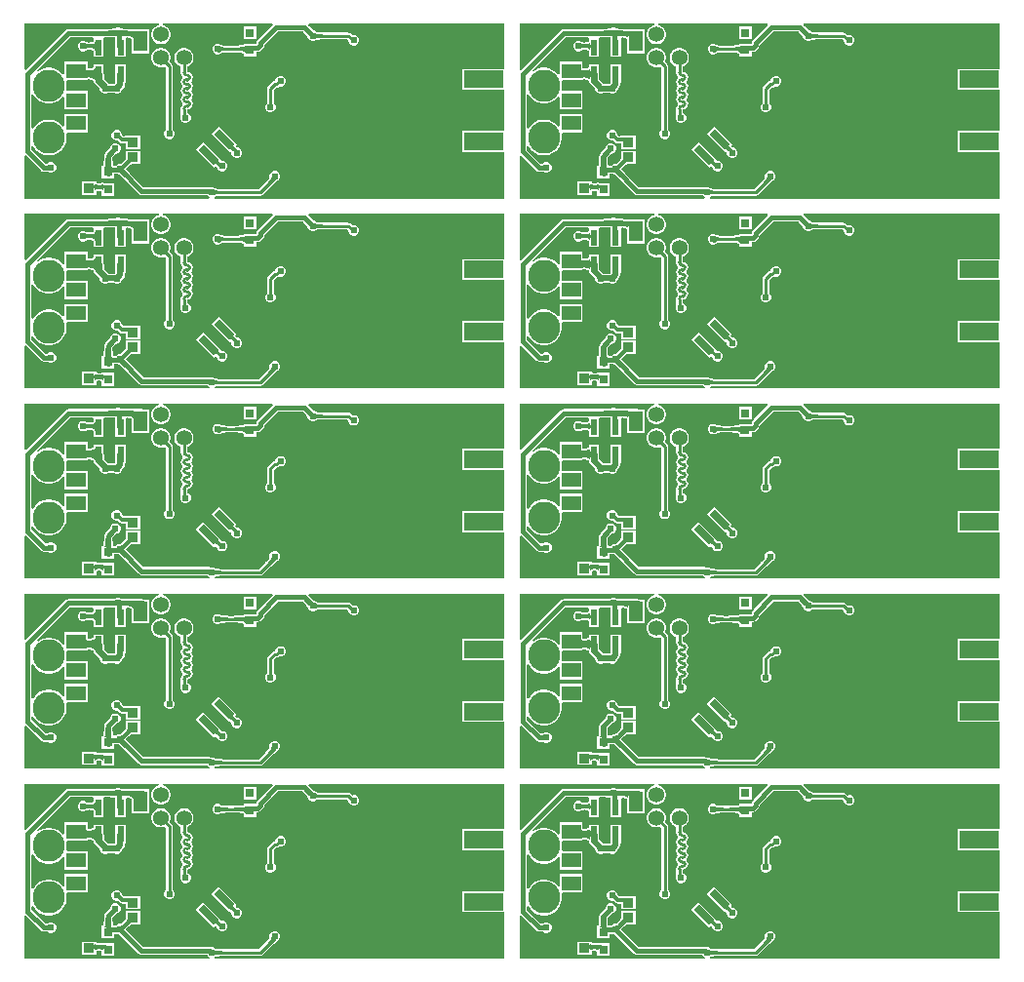
<source format=gbl>
G04*
G04 #@! TF.GenerationSoftware,Altium Limited,Altium Designer,22.10.1 (41)*
G04*
G04 Layer_Physical_Order=2*
G04 Layer_Color=16711680*
%FSTAX24Y24*%
%MOIN*%
G70*
G04*
G04 #@! TF.SameCoordinates,5BB37C8D-2695-4AAB-85CC-B91A701228BC*
G04*
G04*
G04 #@! TF.FilePolarity,Positive*
G04*
G01*
G75*
%ADD11C,0.0200*%
%ADD12C,0.0100*%
%ADD16C,0.0150*%
%ADD17R,0.1378X0.0591*%
%ADD29R,0.0374X0.0335*%
%ADD41C,0.0119*%
%ADD42C,0.0535*%
%ADD43R,0.0535X0.0535*%
%ADD44C,0.1102*%
%ADD45C,0.0240*%
%ADD46R,0.0484X0.0709*%
%ADD47R,0.0315X0.0315*%
%ADD48R,0.0236X0.0520*%
G04:AMPARAMS|DCode=49|XSize=15.7mil|YSize=74.8mil|CornerRadius=0mil|HoleSize=0mil|Usage=FLASHONLY|Rotation=45.000|XOffset=0mil|YOffset=0mil|HoleType=Round|Shape=Rectangle|*
%AMROTATEDRECTD49*
4,1,4,0.0209,-0.0320,-0.0320,0.0209,-0.0209,0.0320,0.0320,-0.0209,0.0209,-0.0320,0.0*
%
%ADD49ROTATEDRECTD49*%

G04:AMPARAMS|DCode=50|XSize=23.6mil|YSize=74.8mil|CornerRadius=0mil|HoleSize=0mil|Usage=FLASHONLY|Rotation=45.000|XOffset=0mil|YOffset=0mil|HoleType=Round|Shape=Rectangle|*
%AMROTATEDRECTD50*
4,1,4,0.0181,-0.0348,-0.0348,0.0181,-0.0181,0.0348,0.0348,-0.0181,0.0181,-0.0348,0.0*
%
%ADD50ROTATEDRECTD50*%

%ADD51R,0.0669X0.0512*%
G36*
X037542Y045338D02*
X037551Y045336D01*
X037564Y045335D01*
X037631Y045332D01*
X037786Y045331D01*
Y045327D01*
X037961Y045324D01*
X037962Y045065D01*
X037957Y045087D01*
X037942Y045106D01*
X037916Y045124D01*
X03788Y045139D01*
X037834Y045152D01*
X037778Y045162D01*
X037712Y04517D01*
X037629Y045175D01*
X037538Y045172D01*
Y04518D01*
X037452Y045181D01*
Y045331D01*
X037538Y04533D01*
Y04534D01*
X037542Y045338D01*
D02*
G37*
G36*
X020613D02*
X020621Y045336D01*
X020635Y045335D01*
X020702Y045332D01*
X020857Y045331D01*
Y045327D01*
X021032Y045324D01*
X021033Y045065D01*
X021028Y045087D01*
X021013Y045106D01*
X020987Y045124D01*
X020951Y045139D01*
X020905Y045152D01*
X020849Y045162D01*
X020783Y04517D01*
X0207Y045175D01*
X020609Y045172D01*
Y04518D01*
X020523Y045181D01*
Y045331D01*
X020609Y04533D01*
Y04534D01*
X020613Y045338D01*
D02*
G37*
G36*
X037366Y045172D02*
X037362Y045173D01*
X037354Y045175D01*
X03734Y045176D01*
X037273Y045179D01*
X037118Y045181D01*
Y045331D01*
X037366Y04534D01*
Y045172D01*
D02*
G37*
G36*
X020437D02*
X020433Y045173D01*
X020424Y045175D01*
X020411Y045176D01*
X020344Y045179D01*
X020189Y045181D01*
Y045331D01*
X020437Y04534D01*
Y045172D01*
D02*
G37*
G36*
X044101Y045276D02*
X043982Y045157D01*
X04398Y045161D01*
X043975Y045168D01*
X043967Y045178D01*
X043921Y045228D01*
X043813Y045339D01*
X043919Y045445D01*
X044101Y045276D01*
D02*
G37*
G36*
X027172D02*
X027053Y045157D01*
X027051Y045161D01*
X027046Y045168D01*
X027038Y045178D01*
X026992Y045228D01*
X026884Y045339D01*
X02699Y045445D01*
X027172Y045276D01*
D02*
G37*
G36*
X044196Y045233D02*
X044209Y045227D01*
X044226Y045222D01*
X044246Y045218D01*
X04427Y045214D01*
X044331Y045209D01*
X044407Y045206D01*
X044451Y045206D01*
Y045106D01*
X044407Y045105D01*
X044246Y045093D01*
X044226Y045089D01*
X044209Y045084D01*
X044196Y045078D01*
X044188Y045072D01*
Y04524D01*
X044196Y045233D01*
D02*
G37*
G36*
X027267D02*
X02728Y045227D01*
X027296Y045222D01*
X027317Y045218D01*
X027341Y045214D01*
X027402Y045209D01*
X027478Y045206D01*
X027522Y045206D01*
Y045106D01*
X027478Y045105D01*
X027317Y045093D01*
X027296Y045089D01*
X02728Y045084D01*
X027267Y045078D01*
X027259Y045072D01*
Y04524D01*
X027267Y045233D01*
D02*
G37*
G36*
X050651Y044024D02*
X049203D01*
Y043313D01*
X050651D01*
Y041898D01*
X049203D01*
Y041187D01*
X050651D01*
Y039597D01*
X040751D01*
X040741Y039647D01*
X040754Y039653D01*
X040769Y039667D01*
X040777Y03967D01*
X04078Y039672D01*
X040782Y039673D01*
X040792Y039676D01*
X040805Y039679D01*
X04096Y03969D01*
X041002Y039691D01*
X041008Y039693D01*
X042302D01*
X042302Y039693D01*
X042345Y039702D01*
X042381Y039726D01*
X042672Y040017D01*
X042679Y040019D01*
X042765Y040105D01*
X042836Y040172D01*
X042843Y040178D01*
X042843Y040178D01*
X042904Y040203D01*
X042955Y040254D01*
X042982Y04032D01*
Y040391D01*
X042955Y040458D01*
X042904Y040508D01*
X042838Y040536D01*
X042766D01*
X0427Y040508D01*
X042649Y040458D01*
X042622Y040391D01*
Y04032D01*
X042624Y040316D01*
X042621Y040311D01*
X042615Y040299D01*
X042605Y040285D01*
X042521Y040187D01*
X042491Y040157D01*
X042489Y040151D01*
X042256Y039918D01*
X041008D01*
X041002Y039921D01*
X040959Y039921D01*
X040885Y039923D01*
X040828Y039929D01*
X040808Y039932D01*
X040792Y039935D01*
X040782Y039938D01*
X04078Y039939D01*
X040777Y039942D01*
X040769Y039944D01*
X040754Y039958D01*
X040688Y039986D01*
X040616D01*
X040616Y039986D01*
X040578Y039993D01*
X038309D01*
X03784Y040463D01*
X037838Y040468D01*
X03773Y040578D01*
X037709Y040601D01*
X037755Y040653D01*
X037823Y040713D01*
X037859Y04074D01*
X037889Y04076D01*
X03791Y040771D01*
X037913Y040772D01*
X037928D01*
X037937Y040769D01*
X037946Y040772D01*
X037951D01*
X037958Y040772D01*
X037958Y040772D01*
X038199D01*
Y041227D01*
X037705D01*
Y041025D01*
X037705Y041025D01*
X037705Y041018D01*
Y041014D01*
X037701Y041005D01*
X037705Y040995D01*
Y04098D01*
X037704Y040977D01*
X037693Y040956D01*
X037674Y040928D01*
X037577Y040817D01*
X037565Y040808D01*
X037549Y040797D01*
X037537Y04079D01*
X037532Y040788D01*
X037531Y040788D01*
X037528Y040787D01*
X037525Y040786D01*
X037466D01*
X0374Y040758D01*
X037363Y040721D01*
X037273D01*
X037266Y040739D01*
X03726Y040767D01*
X037243Y040983D01*
X037243Y040998D01*
X037276Y041031D01*
X037371Y041122D01*
X037375Y041125D01*
X037388D01*
X037454Y041153D01*
X037505Y041204D01*
X037532Y04127D01*
Y041341D01*
X037505Y041408D01*
X037454Y041458D01*
X037388Y041486D01*
X037316D01*
X03725Y041458D01*
X037199Y041408D01*
X037172Y041341D01*
Y041332D01*
X037016Y041167D01*
X037014Y041162D01*
X037005Y041153D01*
X036975Y041108D01*
X036967Y041068D01*
X036962Y041057D01*
X036959Y040915D01*
X036951Y040808D01*
X036945Y040769D01*
X036938Y040739D01*
X036931Y04072D01*
X03693Y040718D01*
X036885D01*
Y040283D01*
X03732D01*
Y040446D01*
X037417D01*
X037466Y040425D01*
X037472D01*
X037641Y040269D01*
X037646Y040267D01*
X038155Y039758D01*
X038199Y039728D01*
X038252Y039718D01*
X040493D01*
X040499Y039704D01*
X04055Y039653D01*
X040563Y039647D01*
X040553Y039597D01*
X034242D01*
Y04105D01*
X034292Y041071D01*
X034805Y040558D01*
X034805Y040558D01*
X034849Y040528D01*
X034902Y040518D01*
X035035D01*
X03505Y040503D01*
X035116Y040475D01*
X035188D01*
X035254Y040503D01*
X035305Y040554D01*
X035332Y04062D01*
Y040691D01*
X035305Y040758D01*
X035254Y040808D01*
X035188Y040836D01*
X035116D01*
X03505Y040808D01*
X035035Y040793D01*
X034959D01*
X03449Y041263D01*
Y041367D01*
X03454Y041382D01*
X034598Y041294D01*
X034683Y041209D01*
X034783Y041142D01*
X034895Y041096D01*
X035013Y041073D01*
X035133D01*
X035251Y041096D01*
X035362Y041142D01*
X035463Y041209D01*
X035548Y041294D01*
X035615Y041394D01*
X035661Y041506D01*
X035684Y041624D01*
Y041744D01*
X035669Y041821D01*
X0357Y04186D01*
X036393D01*
Y042492D01*
X035603D01*
Y042076D01*
X035556Y042062D01*
X035548Y042074D01*
X035463Y042159D01*
X035362Y042226D01*
X035251Y042272D01*
X035133Y042295D01*
X035013D01*
X034895Y042272D01*
X034783Y042226D01*
X034683Y042159D01*
X034598Y042074D01*
X03454Y041986D01*
X03449Y042001D01*
Y043139D01*
X03454Y043154D01*
X034598Y043066D01*
X034683Y042981D01*
X034783Y042914D01*
X034895Y042868D01*
X035013Y042844D01*
X035133D01*
X035251Y042868D01*
X035362Y042914D01*
X035463Y042981D01*
X035548Y043066D01*
X035556Y043078D01*
X035603Y043063D01*
Y042648D01*
X036393D01*
Y043279D01*
X0357D01*
X035669Y043318D01*
X035684Y043395D01*
Y043516D01*
X035669Y043593D01*
X0357Y043632D01*
X036323D01*
X036332Y043628D01*
X036341Y043632D01*
X036393D01*
Y043662D01*
X036413Y043667D01*
X036452Y04367D01*
X036507Y043661D01*
X036552Y04365D01*
X036583Y043639D01*
X036598Y04363D01*
X036598Y04363D01*
X0366Y043623D01*
X0366Y043623D01*
Y043533D01*
X036636D01*
X036822Y043346D01*
Y04332D01*
X036849Y043254D01*
X0369Y043203D01*
X036966Y043175D01*
X037038D01*
X037097Y0432D01*
X037307D01*
X037366Y043175D01*
X037438D01*
X037504Y043203D01*
X037555Y043254D01*
X037579Y043313D01*
X037623Y043357D01*
X037659Y04341D01*
X037671Y043472D01*
Y043533D01*
X037704D01*
Y044173D01*
X037348D01*
Y04385D01*
X037345Y043835D01*
Y04354D01*
X037331Y043526D01*
X037107D01*
X036959Y043674D01*
Y043835D01*
X036956Y04385D01*
Y044173D01*
X0366D01*
Y044083D01*
X0366Y044082D01*
X036598Y044076D01*
X036598Y044076D01*
X036583Y044067D01*
X036552Y044056D01*
X036507Y044045D01*
X03645Y044036D01*
X036445Y044035D01*
X036417Y04404D01*
X036393Y044047D01*
X036393Y044047D01*
Y044264D01*
X035603D01*
Y043848D01*
X035556Y043833D01*
X035548Y043845D01*
X035463Y04393D01*
X035362Y043997D01*
X035251Y044043D01*
X035133Y044067D01*
X035013D01*
X034895Y044043D01*
X034783Y043997D01*
X03471Y043948D01*
X034678Y043987D01*
X035809Y045118D01*
X036575D01*
X0366Y045078D01*
X0366Y045068D01*
Y044971D01*
X036599Y044969D01*
X036598Y044964D01*
X036593Y044961D01*
X036575Y044952D01*
X036546Y044944D01*
X036509Y044936D01*
X036425Y044929D01*
X036408Y044932D01*
X036392Y044935D01*
X036382Y044938D01*
X03638Y044939D01*
X036377Y044942D01*
X036369Y044944D01*
X036354Y044958D01*
X036288Y044986D01*
X036216D01*
X03615Y044958D01*
X036099Y044908D01*
X036072Y044841D01*
Y04477D01*
X036099Y044704D01*
X03615Y044653D01*
X036216Y044625D01*
X036288D01*
X036354Y044653D01*
X036369Y044667D01*
X036377Y04467D01*
X03638Y044672D01*
X036382Y044673D01*
X036392Y044676D01*
X036405Y044679D01*
X036452Y044682D01*
X036459Y044682D01*
X036507Y044675D01*
X036546Y044668D01*
X036575Y044659D01*
X036593Y04465D01*
X036598Y044647D01*
X036599Y044642D01*
X0366Y04464D01*
Y044438D01*
X036956D01*
Y045068D01*
X036956Y045078D01*
X036981Y045118D01*
X037112D01*
X037118Y045116D01*
X037271Y045114D01*
X037336Y045111D01*
X037342Y045111D01*
X037345Y045108D01*
Y044801D01*
X037348Y044788D01*
Y044438D01*
X037704D01*
Y045055D01*
X037745Y045101D01*
X037768Y045098D01*
X03782Y045088D01*
X037859Y045077D01*
X037885Y045066D01*
X037897Y045058D01*
X037897Y045058D01*
X037899Y04505D01*
X0379Y045049D01*
Y044557D01*
X038504D01*
Y045386D01*
X038324D01*
X038286Y045393D01*
X037792D01*
X037787Y045396D01*
X037633Y045397D01*
X037569Y0454D01*
X037562Y045401D01*
X037554Y045408D01*
X037488Y045436D01*
X037416D01*
X03735Y045408D01*
X037346Y045404D01*
X037116Y045395D01*
X037111Y045393D01*
X035752D01*
X035699Y045383D01*
X035655Y045353D01*
X034292Y043991D01*
X034242Y044011D01*
Y045573D01*
X038847D01*
X038853Y045523D01*
X038782Y045504D01*
X038707Y045461D01*
X038646Y0454D01*
X038603Y045326D01*
X038581Y045242D01*
Y045156D01*
X038603Y045073D01*
X038646Y044998D01*
X038707Y044937D01*
X038782Y044894D01*
X038865Y044872D01*
X038951D01*
X039035Y044894D01*
X039109Y044937D01*
X03917Y044998D01*
X039213Y045073D01*
X039236Y045156D01*
Y045242D01*
X039213Y045326D01*
X03917Y0454D01*
X039109Y045461D01*
X039035Y045504D01*
X038963Y045523D01*
X03897Y045573D01*
X042705D01*
X042725Y045523D01*
X04224Y045038D01*
X042205Y045003D01*
X04217Y045038D01*
X04217Y045088D01*
X04217Y045088D01*
X04217Y045088D01*
Y045473D01*
X041735D01*
Y045038D01*
X04212D01*
X042169Y045038D01*
X042205Y045003D01*
X042175Y044958D01*
X042164Y044906D01*
Y044892D01*
X042157Y044885D01*
X042035D01*
X042035Y044885D01*
X042021Y044882D01*
X041816D01*
X041816Y044883D01*
X041808Y044882D01*
X041805D01*
X041795Y044886D01*
X041787Y044882D01*
X041735D01*
Y044848D01*
X041716Y044842D01*
X041687Y044837D01*
X041469Y044821D01*
X041395Y044821D01*
X041389Y044818D01*
X041208D01*
X041202Y044821D01*
X041159Y044821D01*
X041085Y044823D01*
X041028Y044829D01*
X041008Y044832D01*
X040992Y044835D01*
X040982Y044838D01*
X04098Y044839D01*
X040977Y044842D01*
X040969Y044844D01*
X040954Y044858D01*
X040888Y044886D01*
X040816D01*
X04075Y044858D01*
X040699Y044808D01*
X040672Y044741D01*
Y04467D01*
X040699Y044604D01*
X04075Y044553D01*
X040816Y044525D01*
X040888D01*
X040954Y044553D01*
X040969Y044567D01*
X040977Y04457D01*
X04098Y044572D01*
X040982Y044573D01*
X040992Y044576D01*
X041005Y044579D01*
X04116Y04459D01*
X041202Y044591D01*
X041208Y044593D01*
X041388D01*
X041395Y044591D01*
X041469Y04459D01*
X041594Y044582D01*
X041641Y044576D01*
X04168Y044568D01*
X041709Y044559D01*
X041727Y04455D01*
X041732Y044547D01*
X041733Y044542D01*
X041735Y04454D01*
Y044448D01*
X04217D01*
Y04461D01*
X042214D01*
X042267Y04462D01*
X042312Y04465D01*
X042399Y044738D01*
X042429Y044783D01*
X04244Y044835D01*
Y044849D01*
X042909Y045318D01*
X043745D01*
X043764Y045299D01*
X043767Y045293D01*
X043874Y045184D01*
X043918Y045136D01*
X043922Y045131D01*
Y04512D01*
X043949Y045054D01*
X044Y045003D01*
X044066Y044975D01*
X044138D01*
X044204Y045003D01*
X044219Y045017D01*
X044227Y04502D01*
X04423Y045022D01*
X044232Y045023D01*
X044242Y045026D01*
X044255Y045029D01*
X04441Y04504D01*
X044452Y045041D01*
X044458Y045043D01*
X045268D01*
X045322Y044989D01*
Y04497D01*
X045349Y044904D01*
X0454Y044853D01*
X045466Y044825D01*
X045538D01*
X045604Y044853D01*
X045655Y044904D01*
X045682Y04497D01*
Y045041D01*
X045655Y045108D01*
X045604Y045158D01*
X045538Y045186D01*
X045466D01*
X04545Y045179D01*
X045393Y045235D01*
X045357Y045259D01*
X045314Y045268D01*
X045314Y045268D01*
X044458D01*
X044452Y045271D01*
X044409Y045271D01*
X044335Y045273D01*
X044278Y045279D01*
X044258Y045282D01*
X044242Y045285D01*
X044232Y045288D01*
X04423Y045289D01*
X044227Y045292D01*
X044219Y045294D01*
X044204Y045308D01*
X044138Y045336D01*
X044132D01*
X043963Y045492D01*
X043963Y045492D01*
X04394Y045527D01*
X043962Y045573D01*
X050651D01*
Y044024D01*
D02*
G37*
G36*
X033722D02*
X032274D01*
Y043313D01*
X033722D01*
Y041898D01*
X032274D01*
Y041187D01*
X033722D01*
Y039597D01*
X023822D01*
X023812Y039647D01*
X023825Y039653D01*
X023839Y039667D01*
X023848Y03967D01*
X023851Y039672D01*
X023853Y039673D01*
X023863Y039676D01*
X023876Y039679D01*
X024031Y03969D01*
X024073Y039691D01*
X024079Y039693D01*
X025373D01*
X025373Y039693D01*
X025416Y039702D01*
X025452Y039726D01*
X025743Y040017D01*
X025749Y040019D01*
X025836Y040105D01*
X025907Y040172D01*
X025914Y040178D01*
X025914Y040178D01*
X025975Y040203D01*
X026026Y040254D01*
X026053Y04032D01*
Y040391D01*
X026026Y040458D01*
X025975Y040508D01*
X025909Y040536D01*
X025837D01*
X025771Y040508D01*
X02572Y040458D01*
X025693Y040391D01*
Y04032D01*
X025694Y040316D01*
X025692Y040311D01*
X025686Y040299D01*
X025676Y040285D01*
X025592Y040187D01*
X025562Y040157D01*
X025559Y040151D01*
X025326Y039918D01*
X024079D01*
X024073Y039921D01*
X02403Y039921D01*
X023956Y039923D01*
X023899Y039929D01*
X023879Y039932D01*
X023863Y039935D01*
X023853Y039938D01*
X023851Y039939D01*
X023848Y039942D01*
X023839Y039944D01*
X023825Y039958D01*
X023759Y039986D01*
X023687D01*
X023687Y039986D01*
X023649Y039993D01*
X02138D01*
X020911Y040463D01*
X020908Y040468D01*
X020801Y040578D01*
X02078Y040601D01*
X020826Y040653D01*
X020894Y040713D01*
X02093Y04074D01*
X02096Y04076D01*
X020981Y040771D01*
X020984Y040772D01*
X020999D01*
X021008Y040769D01*
X021017Y040772D01*
X021022D01*
X021028Y040772D01*
X021029Y040772D01*
X02127D01*
Y041227D01*
X020776D01*
Y041025D01*
X020775Y041025D01*
X020776Y041018D01*
Y041014D01*
X020772Y041005D01*
X020776Y040995D01*
Y04098D01*
X020775Y040977D01*
X020763Y040956D01*
X020745Y040928D01*
X020648Y040817D01*
X020636Y040808D01*
X02062Y040797D01*
X020608Y04079D01*
X020602Y040788D01*
X020602Y040788D01*
X020599Y040787D01*
X020596Y040786D01*
X020537D01*
X020471Y040758D01*
X020434Y040721D01*
X020343D01*
X020337Y040739D01*
X020331Y040767D01*
X020314Y040983D01*
X020313Y040998D01*
X020347Y041031D01*
X020442Y041122D01*
X020446Y041125D01*
X020459D01*
X020525Y041153D01*
X020576Y041204D01*
X020603Y04127D01*
Y041341D01*
X020576Y041408D01*
X020525Y041458D01*
X020459Y041486D01*
X020387D01*
X020321Y041458D01*
X02027Y041408D01*
X020243Y041341D01*
Y041332D01*
X020087Y041167D01*
X020085Y041162D01*
X020076Y041153D01*
X020046Y041108D01*
X020038Y041068D01*
X020033Y041057D01*
X02003Y040915D01*
X020021Y040808D01*
X020015Y040769D01*
X020009Y040739D01*
X020002Y04072D01*
X020001Y040718D01*
X019955D01*
Y040283D01*
X02039D01*
Y040446D01*
X020488D01*
X020537Y040425D01*
X020543D01*
X020712Y040269D01*
X020717Y040267D01*
X021226Y039758D01*
X02127Y039728D01*
X021323Y039718D01*
X023564D01*
X02357Y039704D01*
X023621Y039653D01*
X023634Y039647D01*
X023624Y039597D01*
X017313D01*
Y04105D01*
X017363Y041071D01*
X017876Y040558D01*
X017876Y040558D01*
X01792Y040528D01*
X017973Y040518D01*
X018106D01*
X018121Y040503D01*
X018187Y040475D01*
X018259D01*
X018325Y040503D01*
X018376Y040554D01*
X018403Y04062D01*
Y040691D01*
X018376Y040758D01*
X018325Y040808D01*
X018259Y040836D01*
X018187D01*
X018121Y040808D01*
X018106Y040793D01*
X01803D01*
X017561Y041263D01*
Y041367D01*
X017611Y041382D01*
X017669Y041294D01*
X017754Y041209D01*
X017854Y041142D01*
X017966Y041096D01*
X018084Y041073D01*
X018204D01*
X018322Y041096D01*
X018433Y041142D01*
X018533Y041209D01*
X018619Y041294D01*
X018685Y041394D01*
X018731Y041506D01*
X018755Y041624D01*
Y041744D01*
X01874Y041821D01*
X018771Y04186D01*
X019464D01*
Y042492D01*
X018674D01*
Y042076D01*
X018627Y042062D01*
X018619Y042074D01*
X018533Y042159D01*
X018433Y042226D01*
X018322Y042272D01*
X018204Y042295D01*
X018084D01*
X017966Y042272D01*
X017854Y042226D01*
X017754Y042159D01*
X017669Y042074D01*
X017611Y041986D01*
X017561Y042001D01*
Y043139D01*
X017611Y043154D01*
X017669Y043066D01*
X017754Y042981D01*
X017854Y042914D01*
X017966Y042868D01*
X018084Y042844D01*
X018204D01*
X018322Y042868D01*
X018433Y042914D01*
X018533Y042981D01*
X018619Y043066D01*
X018627Y043078D01*
X018674Y043063D01*
Y042648D01*
X019464D01*
Y043279D01*
X018771D01*
X01874Y043318D01*
X018755Y043395D01*
Y043516D01*
X01874Y043593D01*
X018771Y043632D01*
X019394D01*
X019403Y043628D01*
X019412Y043632D01*
X019464D01*
Y043662D01*
X019484Y043667D01*
X019523Y04367D01*
X019578Y043661D01*
X019623Y04365D01*
X019654Y043639D01*
X019669Y04363D01*
X019669Y04363D01*
X01967Y043623D01*
X019671Y043623D01*
Y043533D01*
X019707D01*
X019893Y043346D01*
Y04332D01*
X01992Y043254D01*
X019971Y043203D01*
X020037Y043175D01*
X020109D01*
X020168Y0432D01*
X020378D01*
X020437Y043175D01*
X020509D01*
X020575Y043203D01*
X020626Y043254D01*
X02065Y043313D01*
X020694Y043357D01*
X02073Y04341D01*
X020742Y043472D01*
Y043533D01*
X020775D01*
Y044173D01*
X020419D01*
Y04385D01*
X020416Y043835D01*
Y04354D01*
X020402Y043526D01*
X020178D01*
X02003Y043674D01*
Y043835D01*
X020027Y04385D01*
Y044173D01*
X019671D01*
Y044083D01*
X01967Y044082D01*
X019669Y044076D01*
X019669Y044076D01*
X019654Y044067D01*
X019623Y044056D01*
X019578Y044045D01*
X019521Y044036D01*
X019516Y044035D01*
X019488Y04404D01*
X019464Y044047D01*
X019464Y044047D01*
Y044264D01*
X018674D01*
Y043848D01*
X018627Y043833D01*
X018619Y043845D01*
X018533Y04393D01*
X018433Y043997D01*
X018322Y044043D01*
X018204Y044067D01*
X018084D01*
X017966Y044043D01*
X017854Y043997D01*
X017781Y043948D01*
X017749Y043987D01*
X01888Y045118D01*
X019646D01*
X019671Y045078D01*
X019671Y045068D01*
Y044971D01*
X01967Y044969D01*
X019669Y044964D01*
X019664Y044961D01*
X019646Y044952D01*
X019617Y044944D01*
X01958Y044936D01*
X019496Y044929D01*
X019479Y044932D01*
X019463Y044935D01*
X019453Y044938D01*
X019451Y044939D01*
X019448Y044942D01*
X019439Y044944D01*
X019425Y044958D01*
X019359Y044986D01*
X019287D01*
X019221Y044958D01*
X01917Y044908D01*
X019143Y044841D01*
Y04477D01*
X01917Y044704D01*
X019221Y044653D01*
X019287Y044625D01*
X019359D01*
X019425Y044653D01*
X019439Y044667D01*
X019448Y04467D01*
X019451Y044672D01*
X019453Y044673D01*
X019463Y044676D01*
X019476Y044679D01*
X019523Y044682D01*
X01953Y044682D01*
X019578Y044675D01*
X019617Y044668D01*
X019646Y044659D01*
X019664Y04465D01*
X019669Y044647D01*
X01967Y044642D01*
X019671Y04464D01*
Y044438D01*
X020027D01*
Y045068D01*
X020027Y045078D01*
X020052Y045118D01*
X020183D01*
X020188Y045116D01*
X020342Y045114D01*
X020406Y045111D01*
X020413Y045111D01*
X020416Y045108D01*
Y044801D01*
X020419Y044788D01*
Y044438D01*
X020775D01*
Y045055D01*
X020816Y045101D01*
X020839Y045098D01*
X020891Y045088D01*
X02093Y045077D01*
X020956Y045066D01*
X020968Y045058D01*
X020968Y045058D01*
X02097Y04505D01*
X020971Y045049D01*
Y044557D01*
X021575D01*
Y045386D01*
X021395D01*
X021357Y045393D01*
X020863D01*
X020857Y045396D01*
X020704Y045397D01*
X020639Y0454D01*
X020633Y045401D01*
X020625Y045408D01*
X020559Y045436D01*
X020487D01*
X020421Y045408D01*
X020417Y045404D01*
X020187Y045395D01*
X020182Y045393D01*
X018823D01*
X01877Y045383D01*
X018726Y045353D01*
X017363Y043991D01*
X017313Y044011D01*
Y045573D01*
X021918D01*
X021924Y045523D01*
X021853Y045504D01*
X021778Y045461D01*
X021717Y0454D01*
X021674Y045326D01*
X021652Y045242D01*
Y045156D01*
X021674Y045073D01*
X021717Y044998D01*
X021778Y044937D01*
X021853Y044894D01*
X021936Y044872D01*
X022022D01*
X022106Y044894D01*
X02218Y044937D01*
X022241Y044998D01*
X022284Y045073D01*
X022307Y045156D01*
Y045242D01*
X022284Y045326D01*
X022241Y0454D01*
X02218Y045461D01*
X022106Y045504D01*
X022034Y045523D01*
X022041Y045573D01*
X025775D01*
X025796Y045523D01*
X025311Y045038D01*
X025276Y045003D01*
X02524Y045038D01*
X02524Y045088D01*
X02524Y045088D01*
X02524Y045088D01*
Y045473D01*
X024805D01*
Y045038D01*
X02519D01*
X02524Y045038D01*
X025276Y045003D01*
X025246Y044958D01*
X025235Y044906D01*
Y044892D01*
X025228Y044885D01*
X025105D01*
X025105Y044885D01*
X025092Y044882D01*
X024887D01*
X024886Y044883D01*
X024879Y044882D01*
X024875D01*
X024866Y044886D01*
X024857Y044882D01*
X024805D01*
Y044848D01*
X024787Y044842D01*
X024758Y044837D01*
X02454Y044821D01*
X024466Y044821D01*
X02446Y044818D01*
X024279D01*
X024273Y044821D01*
X02423Y044821D01*
X024156Y044823D01*
X024099Y044829D01*
X024079Y044832D01*
X024063Y044835D01*
X024053Y044838D01*
X024051Y044839D01*
X024048Y044842D01*
X024039Y044844D01*
X024025Y044858D01*
X023959Y044886D01*
X023887D01*
X023821Y044858D01*
X02377Y044808D01*
X023743Y044741D01*
Y04467D01*
X02377Y044604D01*
X023821Y044553D01*
X023887Y044525D01*
X023959D01*
X024025Y044553D01*
X024039Y044567D01*
X024048Y04457D01*
X024051Y044572D01*
X024053Y044573D01*
X024063Y044576D01*
X024076Y044579D01*
X024231Y04459D01*
X024273Y044591D01*
X024279Y044593D01*
X024459D01*
X024466Y044591D01*
X02454Y04459D01*
X024665Y044582D01*
X024712Y044576D01*
X024751Y044568D01*
X02478Y044559D01*
X024798Y04455D01*
X024803Y044547D01*
X024804Y044542D01*
X024805Y04454D01*
Y044448D01*
X02524D01*
Y04461D01*
X025285D01*
X025338Y04462D01*
X025382Y04465D01*
X02547Y044738D01*
X0255Y044783D01*
X025511Y044835D01*
Y044849D01*
X02598Y045318D01*
X026816D01*
X026835Y045299D01*
X026837Y045293D01*
X026945Y045184D01*
X026988Y045136D01*
X026993Y045131D01*
Y04512D01*
X02702Y045054D01*
X027071Y045003D01*
X027137Y044975D01*
X027209D01*
X027275Y045003D01*
X027289Y045017D01*
X027298Y04502D01*
X027301Y045022D01*
X027303Y045023D01*
X027313Y045026D01*
X027326Y045029D01*
X027481Y04504D01*
X027523Y045041D01*
X027529Y045043D01*
X028339D01*
X028393Y044989D01*
Y04497D01*
X02842Y044904D01*
X028471Y044853D01*
X028537Y044825D01*
X028609D01*
X028675Y044853D01*
X028726Y044904D01*
X028753Y04497D01*
Y045041D01*
X028726Y045108D01*
X028675Y045158D01*
X028609Y045186D01*
X028537D01*
X02852Y045179D01*
X028464Y045235D01*
X028428Y045259D01*
X028385Y045268D01*
X028385Y045268D01*
X027529D01*
X027523Y045271D01*
X02748Y045271D01*
X027406Y045273D01*
X027349Y045279D01*
X027329Y045282D01*
X027313Y045285D01*
X027303Y045288D01*
X027301Y045289D01*
X027298Y045292D01*
X027289Y045294D01*
X027275Y045308D01*
X027209Y045336D01*
X027203D01*
X027034Y045492D01*
X027034Y045492D01*
X027011Y045527D01*
X027033Y045573D01*
X033722D01*
Y044024D01*
D02*
G37*
G36*
X036662Y044656D02*
X036658Y044675D01*
X036646Y044692D01*
X036626Y044707D01*
X036598Y04472D01*
X036562Y044731D01*
X036518Y04474D01*
X036466Y044747D01*
X036452Y044747D01*
X036396Y044743D01*
X036376Y044739D01*
X036359Y044734D01*
X036346Y044728D01*
X036338Y044722D01*
Y044755D01*
X036337Y044755D01*
X036261Y044756D01*
Y044856D01*
X036337Y044857D01*
X036338Y044857D01*
Y04489D01*
X036346Y044883D01*
X036359Y044877D01*
X036376Y044872D01*
X036396Y044868D01*
X03642Y044864D01*
X036424Y044864D01*
X036518Y044872D01*
X036562Y044881D01*
X036598Y044892D01*
X036626Y044905D01*
X036646Y04492D01*
X036658Y044937D01*
X036662Y044956D01*
Y044656D01*
D02*
G37*
G36*
X019733D02*
X019729Y044675D01*
X019717Y044692D01*
X019697Y044707D01*
X019669Y04472D01*
X019633Y044731D01*
X019589Y04474D01*
X019537Y044747D01*
X019523Y044747D01*
X019467Y044743D01*
X019446Y044739D01*
X01943Y044734D01*
X019417Y044728D01*
X019409Y044722D01*
Y044755D01*
X019408Y044755D01*
X019332Y044756D01*
Y044856D01*
X019408Y044857D01*
X019409Y044857D01*
Y04489D01*
X019417Y044883D01*
X01943Y044877D01*
X019446Y044872D01*
X019467Y044868D01*
X019491Y044864D01*
X019495Y044864D01*
X019589Y044872D01*
X019633Y044881D01*
X019669Y044892D01*
X019697Y044905D01*
X019717Y04492D01*
X019729Y044937D01*
X019733Y044956D01*
Y044656D01*
D02*
G37*
G36*
X040946Y044783D02*
X040959Y044777D01*
X040976Y044772D01*
X040996Y044768D01*
X04102Y044764D01*
X041081Y044759D01*
X041157Y044756D01*
X041201Y044756D01*
Y044656D01*
X041157Y044655D01*
X040996Y044643D01*
X040976Y044639D01*
X040959Y044634D01*
X040946Y044628D01*
X040938Y044622D01*
Y04479D01*
X040946Y044783D01*
D02*
G37*
G36*
X024017D02*
X02403Y044777D01*
X024046Y044772D01*
X024067Y044768D01*
X024091Y044764D01*
X024152Y044759D01*
X024228Y044756D01*
X024272Y044756D01*
Y044656D01*
X024228Y044655D01*
X024067Y044643D01*
X024046Y044639D01*
X02403Y044634D01*
X024017Y044628D01*
X024009Y044622D01*
Y04479D01*
X024017Y044783D01*
D02*
G37*
G36*
X041797Y044556D02*
X041793Y044575D01*
X041781Y044592D01*
X041761Y044607D01*
X041733Y04462D01*
X041696Y044631D01*
X041652Y04464D01*
X0416Y044647D01*
X041472Y044655D01*
X041396Y044656D01*
Y044756D01*
X041472Y044756D01*
X041696Y044772D01*
X041732Y044779D01*
X04176Y044788D01*
X04178Y044798D01*
X041792Y044809D01*
X041796Y044821D01*
X041797Y044556D01*
D02*
G37*
G36*
X024868D02*
X024864Y044575D01*
X024852Y044592D01*
X024832Y044607D01*
X024803Y04462D01*
X024767Y044631D01*
X024723Y04464D01*
X024671Y044647D01*
X024543Y044655D01*
X024467Y044656D01*
Y044756D01*
X024543Y044756D01*
X024767Y044772D01*
X024803Y044779D01*
X024831Y044788D01*
X024851Y044798D01*
X024863Y044809D01*
X024867Y044821D01*
X024868Y044556D01*
D02*
G37*
G36*
X036662Y043955D02*
X036778Y043953D01*
Y043753D01*
X036693Y043752D01*
X036662Y04375D01*
Y04364D01*
X036657Y043661D01*
X03664Y04368D01*
X036611Y043697D01*
X036571Y043712D01*
X03652Y043725D01*
X036457Y043735D01*
X036455Y043735D01*
X036403Y043731D01*
X036372Y043724D01*
X036349Y043715D01*
X036336Y043704D01*
X036332Y043693D01*
X036331Y043745D01*
X036201Y043752D01*
X036093Y043753D01*
Y043953D01*
X036201Y043954D01*
X036331Y043963D01*
X03633Y04402D01*
X036335Y044007D01*
X036348Y043996D01*
X036371Y043986D01*
X036402Y043977D01*
X036441Y04397D01*
X036457Y043971D01*
X03652Y043981D01*
X036571Y043994D01*
X036611Y044008D01*
X03664Y044025D01*
X036657Y044044D01*
X036662Y044066D01*
Y043955D01*
D02*
G37*
G36*
X019733D02*
X019849Y043953D01*
Y043753D01*
X019764Y043752D01*
X019733Y04375D01*
Y04364D01*
X019727Y043661D01*
X01971Y04368D01*
X019682Y043697D01*
X019642Y043712D01*
X019591Y043725D01*
X019528Y043735D01*
X019526Y043735D01*
X019474Y043731D01*
X019443Y043724D01*
X01942Y043715D01*
X019407Y043704D01*
X019402Y043693D01*
X019402Y043745D01*
X019272Y043752D01*
X019164Y043753D01*
Y043953D01*
X019272Y043954D01*
X019401Y043963D01*
X019401Y04402D01*
X019406Y044007D01*
X019419Y043996D01*
X019442Y043986D01*
X019473Y043977D01*
X019512Y04397D01*
X019528Y043971D01*
X019591Y043981D01*
X019642Y043994D01*
X019682Y044008D01*
X01971Y044025D01*
X019727Y044044D01*
X019733Y044066D01*
Y043955D01*
D02*
G37*
G36*
X036896Y043645D02*
X036901Y04364D01*
X037065Y043477D01*
X036924Y043336D01*
X036666Y043595D01*
X036894Y043647D01*
X036896Y043645D01*
D02*
G37*
G36*
X019967D02*
X019972Y04364D01*
X020136Y043477D01*
X019995Y043336D01*
X019736Y043595D01*
X019965Y043647D01*
X019967Y043645D01*
D02*
G37*
G36*
X037937Y040834D02*
X037925Y04084D01*
X037907Y040839D01*
X037883Y040831D01*
X037855Y040815D01*
X037821Y040793D01*
X037782Y040763D01*
X037709Y040699D01*
X037624Y040603D01*
X037623Y040601D01*
X037624Y0406D01*
X037629Y040593D01*
X037637Y040583D01*
X037683Y040533D01*
X037791Y040422D01*
X037685Y040316D01*
X037503Y040486D01*
X037619Y040601D01*
X037613Y040608D01*
X037574Y04057D01*
X037503Y040641D01*
X037552Y040691D01*
X037529Y040723D01*
X037539Y040722D01*
X037552Y040725D01*
X037567Y040732D01*
X037584Y040742D01*
X037604Y040756D01*
X037622Y04077D01*
X037725Y040889D01*
X037748Y040922D01*
X037764Y040951D01*
X037772Y040974D01*
X037773Y040992D01*
X037766Y041005D01*
X037937Y040834D01*
D02*
G37*
G36*
X021008D02*
X020995Y04084D01*
X020977Y040839D01*
X020954Y040831D01*
X020926Y040815D01*
X020892Y040793D01*
X020853Y040763D01*
X02078Y040699D01*
X020695Y040603D01*
X020694Y040601D01*
X020695Y0406D01*
X0207Y040593D01*
X020708Y040583D01*
X020754Y040533D01*
X020862Y040422D01*
X020756Y040316D01*
X020574Y040486D01*
X020689Y040601D01*
X020684Y040608D01*
X020644Y04057D01*
X020574Y040641D01*
X020623Y040691D01*
X0206Y040723D01*
X02061Y040722D01*
X020623Y040725D01*
X020638Y040732D01*
X020655Y040742D01*
X020675Y040756D01*
X020693Y04077D01*
X020796Y040889D01*
X020819Y040922D01*
X020834Y040951D01*
X020843Y040974D01*
X020843Y040992D01*
X020837Y041005D01*
X021008Y040834D01*
D02*
G37*
G36*
X037348Y041186D02*
X037344Y041184D01*
X037338Y041179D01*
X037328Y04117D01*
X03723Y041077D01*
X037177Y041025D01*
X037178Y04098D01*
X037196Y040757D01*
X037204Y040721D01*
X037214Y040693D01*
X037225Y040673D01*
X037237Y040661D01*
X037251Y040657D01*
X036953D01*
X036967Y040661D01*
X036979Y040673D01*
X036991Y040693D01*
X037Y040721D01*
X037008Y040757D01*
X037015Y040801D01*
X037024Y040912D01*
X037027Y041056D01*
X03713D01*
X037063Y041122D01*
X037232Y041301D01*
X037348Y041186D01*
D02*
G37*
G36*
X020418D02*
X020415Y041184D01*
X020408Y041179D01*
X020399Y04117D01*
X020301Y041077D01*
X020248Y041025D01*
X020249Y04098D01*
X020267Y040757D01*
X020275Y040721D01*
X020284Y040693D01*
X020296Y040673D01*
X020308Y040661D01*
X020322Y040657D01*
X020023D01*
X020038Y040661D01*
X02005Y040673D01*
X020061Y040693D01*
X020071Y040721D01*
X020079Y040757D01*
X020086Y040801D01*
X020095Y040912D01*
X020098Y041056D01*
X020201D01*
X020134Y041122D01*
X020303Y041301D01*
X020418Y041186D01*
D02*
G37*
G36*
X042815Y040236D02*
X042811Y040234D01*
X042803Y040229D01*
X042793Y04022D01*
X04272Y040152D01*
X042633Y040066D01*
X042538Y040112D01*
X042569Y040143D01*
X042657Y040246D01*
X04267Y040265D01*
X04268Y040282D01*
X042686Y040297D01*
X042689Y040309D01*
X042688Y040319D01*
X042815Y040236D01*
D02*
G37*
G36*
X025886D02*
X025881Y040234D01*
X025874Y040229D01*
X025864Y04022D01*
X025791Y040152D01*
X025704Y040066D01*
X025608Y040112D01*
X025639Y040143D01*
X025728Y040246D01*
X025741Y040265D01*
X025751Y040282D01*
X025757Y040297D01*
X025759Y040309D01*
X025759Y040319D01*
X025886Y040236D01*
D02*
G37*
G36*
X040746Y039883D02*
X040759Y039877D01*
X040776Y039872D01*
X040796Y039868D01*
X04082Y039864D01*
X040881Y039859D01*
X040957Y039856D01*
X041001Y039856D01*
Y039756D01*
X040957Y039755D01*
X040796Y039743D01*
X040776Y039739D01*
X040759Y039734D01*
X040746Y039728D01*
X040738Y039722D01*
Y03989D01*
X040746Y039883D01*
D02*
G37*
G36*
X023817D02*
X02383Y039877D01*
X023846Y039872D01*
X023867Y039868D01*
X023891Y039864D01*
X023952Y039859D01*
X024028Y039856D01*
X024072Y039856D01*
Y039756D01*
X024028Y039755D01*
X023867Y039743D01*
X023846Y039739D01*
X02383Y039734D01*
X023817Y039728D01*
X023809Y039722D01*
Y03989D01*
X023817Y039883D01*
D02*
G37*
G36*
X037542Y038842D02*
X037551Y03884D01*
X037564Y038839D01*
X037631Y038836D01*
X037786Y038835D01*
Y03883D01*
X037961Y038828D01*
X037962Y038569D01*
X037957Y038591D01*
X037942Y03861D01*
X037916Y038628D01*
X03788Y038643D01*
X037834Y038656D01*
X037778Y038666D01*
X037712Y038674D01*
X037629Y038679D01*
X037538Y038675D01*
Y038683D01*
X037452Y038685D01*
Y038835D01*
X037538Y038833D01*
Y038844D01*
X037542Y038842D01*
D02*
G37*
G36*
X020613D02*
X020621Y03884D01*
X020635Y038839D01*
X020702Y038836D01*
X020857Y038835D01*
Y03883D01*
X021032Y038828D01*
X021033Y038569D01*
X021028Y038591D01*
X021013Y03861D01*
X020987Y038628D01*
X020951Y038643D01*
X020905Y038656D01*
X020849Y038666D01*
X020783Y038674D01*
X0207Y038679D01*
X020609Y038675D01*
Y038683D01*
X020523Y038685D01*
Y038835D01*
X020609Y038833D01*
Y038844D01*
X020613Y038842D01*
D02*
G37*
G36*
X037366Y038675D02*
X037362Y038677D01*
X037354Y038679D01*
X03734Y03868D01*
X037273Y038683D01*
X037118Y038685D01*
Y038835D01*
X037366Y038844D01*
Y038675D01*
D02*
G37*
G36*
X020437D02*
X020433Y038677D01*
X020424Y038679D01*
X020411Y03868D01*
X020344Y038683D01*
X020189Y038685D01*
Y038835D01*
X020437Y038844D01*
Y038675D01*
D02*
G37*
G36*
X044101Y03878D02*
X043982Y038661D01*
X04398Y038665D01*
X043975Y038672D01*
X043967Y038682D01*
X043921Y038732D01*
X043813Y038843D01*
X043919Y038949D01*
X044101Y03878D01*
D02*
G37*
G36*
X027172D02*
X027053Y038661D01*
X027051Y038665D01*
X027046Y038672D01*
X027038Y038682D01*
X026992Y038732D01*
X026884Y038843D01*
X02699Y038949D01*
X027172Y03878D01*
D02*
G37*
G36*
X044196Y038737D02*
X044209Y038731D01*
X044226Y038726D01*
X044246Y038722D01*
X04427Y038718D01*
X044331Y038713D01*
X044407Y03871D01*
X044451Y03871D01*
Y03861D01*
X044407Y038609D01*
X044246Y038597D01*
X044226Y038593D01*
X044209Y038588D01*
X044196Y038582D01*
X044188Y038575D01*
Y038744D01*
X044196Y038737D01*
D02*
G37*
G36*
X027267D02*
X02728Y038731D01*
X027296Y038726D01*
X027317Y038722D01*
X027341Y038718D01*
X027402Y038713D01*
X027478Y03871D01*
X027522Y03871D01*
Y03861D01*
X027478Y038609D01*
X027317Y038597D01*
X027296Y038593D01*
X02728Y038588D01*
X027267Y038582D01*
X027259Y038575D01*
Y038744D01*
X027267Y038737D01*
D02*
G37*
G36*
X050651Y037528D02*
X049203D01*
Y036817D01*
X050651D01*
Y035402D01*
X049203D01*
Y034691D01*
X050651D01*
Y033101D01*
X040751D01*
X040741Y033151D01*
X040754Y033157D01*
X040769Y033171D01*
X040777Y033173D01*
X04078Y033176D01*
X040782Y033177D01*
X040792Y03318D01*
X040805Y033183D01*
X04096Y033194D01*
X041002Y033195D01*
X041008Y033197D01*
X042302D01*
X042302Y033197D01*
X042345Y033206D01*
X042381Y03323D01*
X042672Y033521D01*
X042679Y033523D01*
X042765Y033609D01*
X042836Y033676D01*
X042843Y033682D01*
X042843Y033682D01*
X042904Y033707D01*
X042955Y033758D01*
X042982Y033824D01*
Y033895D01*
X042955Y033962D01*
X042904Y034012D01*
X042838Y03404D01*
X042766D01*
X0427Y034012D01*
X042649Y033962D01*
X042622Y033895D01*
Y033824D01*
X042624Y03382D01*
X042621Y033815D01*
X042615Y033803D01*
X042605Y033789D01*
X042521Y033691D01*
X042491Y033661D01*
X042489Y033655D01*
X042256Y033422D01*
X041008D01*
X041002Y033424D01*
X040959Y033425D01*
X040885Y033427D01*
X040828Y033433D01*
X040808Y033436D01*
X040792Y033439D01*
X040782Y033442D01*
X04078Y033443D01*
X040777Y033446D01*
X040769Y033448D01*
X040754Y033462D01*
X040688Y03349D01*
X040616D01*
X040616Y03349D01*
X040578Y033497D01*
X038309D01*
X03784Y033966D01*
X037838Y033972D01*
X03773Y034081D01*
X037709Y034105D01*
X037755Y034157D01*
X037823Y034216D01*
X037859Y034244D01*
X037889Y034264D01*
X03791Y034275D01*
X037913Y034276D01*
X037928D01*
X037937Y034273D01*
X037946Y034276D01*
X037951D01*
X037958Y034276D01*
X037958Y034276D01*
X038199D01*
Y034731D01*
X037705D01*
Y034529D01*
X037705Y034529D01*
X037705Y034522D01*
Y034518D01*
X037701Y034508D01*
X037705Y034499D01*
Y034484D01*
X037704Y034481D01*
X037693Y03446D01*
X037674Y034432D01*
X037577Y034321D01*
X037565Y034312D01*
X037549Y034301D01*
X037537Y034294D01*
X037532Y034291D01*
X037531Y034291D01*
X037528Y03429D01*
X037525Y03429D01*
X037466D01*
X0374Y034262D01*
X037363Y034225D01*
X037273D01*
X037266Y034243D01*
X03726Y034271D01*
X037243Y034487D01*
X037243Y034502D01*
X037276Y034535D01*
X037371Y034626D01*
X037375Y034629D01*
X037388D01*
X037454Y034657D01*
X037505Y034708D01*
X037532Y034774D01*
Y034845D01*
X037505Y034912D01*
X037454Y034962D01*
X037388Y03499D01*
X037316D01*
X03725Y034962D01*
X037199Y034912D01*
X037172Y034845D01*
Y034836D01*
X037016Y034671D01*
X037014Y034666D01*
X037005Y034657D01*
X036975Y034612D01*
X036967Y034571D01*
X036962Y034561D01*
X036959Y034419D01*
X036951Y034312D01*
X036945Y034273D01*
X036938Y034243D01*
X036931Y034224D01*
X03693Y034222D01*
X036885D01*
Y033787D01*
X03732D01*
Y03395D01*
X037417D01*
X037466Y033929D01*
X037472D01*
X037641Y033773D01*
X037646Y033771D01*
X038155Y033262D01*
X038199Y033232D01*
X038252Y033222D01*
X040493D01*
X040499Y033207D01*
X04055Y033157D01*
X040563Y033151D01*
X040553Y033101D01*
X034242D01*
Y034554D01*
X034292Y034575D01*
X034805Y034062D01*
X034805Y034062D01*
X034849Y034032D01*
X034902Y034022D01*
X035035D01*
X03505Y034007D01*
X035116Y033979D01*
X035188D01*
X035254Y034007D01*
X035305Y034058D01*
X035332Y034124D01*
Y034195D01*
X035305Y034262D01*
X035254Y034312D01*
X035188Y03434D01*
X035116D01*
X03505Y034312D01*
X035035Y034297D01*
X034959D01*
X03449Y034767D01*
Y034871D01*
X03454Y034886D01*
X034598Y034798D01*
X034683Y034713D01*
X034783Y034646D01*
X034895Y0346D01*
X035013Y034577D01*
X035133D01*
X035251Y0346D01*
X035362Y034646D01*
X035463Y034713D01*
X035548Y034798D01*
X035615Y034898D01*
X035661Y03501D01*
X035684Y035128D01*
Y035248D01*
X035669Y035325D01*
X0357Y035364D01*
X036393D01*
Y035996D01*
X035603D01*
Y03558D01*
X035556Y035566D01*
X035548Y035577D01*
X035463Y035663D01*
X035362Y035729D01*
X035251Y035776D01*
X035133Y035799D01*
X035013D01*
X034895Y035776D01*
X034783Y035729D01*
X034683Y035663D01*
X034598Y035577D01*
X03454Y03549D01*
X03449Y035505D01*
Y036642D01*
X03454Y036657D01*
X034598Y03657D01*
X034683Y036485D01*
X034783Y036418D01*
X034895Y036372D01*
X035013Y036348D01*
X035133D01*
X035251Y036372D01*
X035362Y036418D01*
X035463Y036485D01*
X035548Y03657D01*
X035556Y036582D01*
X035603Y036567D01*
Y036151D01*
X036393D01*
Y036783D01*
X0357D01*
X035669Y036822D01*
X035684Y036899D01*
Y03702D01*
X035669Y037097D01*
X0357Y037136D01*
X036323D01*
X036332Y037132D01*
X036341Y037136D01*
X036393D01*
Y037166D01*
X036413Y037171D01*
X036452Y037174D01*
X036507Y037165D01*
X036552Y037154D01*
X036583Y037143D01*
X036598Y037134D01*
X036598Y037134D01*
X0366Y037127D01*
X0366Y037127D01*
Y037037D01*
X036636D01*
X036822Y03685D01*
Y036824D01*
X036849Y036758D01*
X0369Y036707D01*
X036966Y036679D01*
X037038D01*
X037097Y036704D01*
X037307D01*
X037366Y036679D01*
X037438D01*
X037504Y036707D01*
X037555Y036758D01*
X037579Y036817D01*
X037623Y036861D01*
X037659Y036914D01*
X037671Y036976D01*
Y037037D01*
X037704D01*
Y037677D01*
X037348D01*
Y037354D01*
X037345Y037339D01*
Y037044D01*
X037331Y03703D01*
X037107D01*
X036959Y037178D01*
Y037339D01*
X036956Y037354D01*
Y037677D01*
X0366D01*
Y037587D01*
X0366Y037586D01*
X036598Y03758D01*
X036598Y03758D01*
X036583Y037571D01*
X036552Y03756D01*
X036507Y037549D01*
X03645Y037539D01*
X036445Y037539D01*
X036417Y037544D01*
X036393Y037551D01*
X036393Y037551D01*
Y037768D01*
X035603D01*
Y037352D01*
X035556Y037337D01*
X035548Y037349D01*
X035463Y037434D01*
X035362Y037501D01*
X035251Y037547D01*
X035133Y037571D01*
X035013D01*
X034895Y037547D01*
X034783Y037501D01*
X03471Y037452D01*
X034678Y037491D01*
X035809Y038622D01*
X036575D01*
X0366Y038582D01*
X0366Y038572D01*
Y038475D01*
X036599Y038473D01*
X036598Y038468D01*
X036593Y038465D01*
X036575Y038456D01*
X036546Y038448D01*
X036509Y03844D01*
X036425Y038433D01*
X036408Y038436D01*
X036392Y038439D01*
X036382Y038442D01*
X03638Y038443D01*
X036377Y038446D01*
X036369Y038448D01*
X036354Y038462D01*
X036288Y03849D01*
X036216D01*
X03615Y038462D01*
X036099Y038412D01*
X036072Y038345D01*
Y038274D01*
X036099Y038207D01*
X03615Y038157D01*
X036216Y038129D01*
X036288D01*
X036354Y038157D01*
X036369Y038171D01*
X036377Y038173D01*
X03638Y038176D01*
X036382Y038177D01*
X036392Y03818D01*
X036405Y038183D01*
X036452Y038186D01*
X036459Y038186D01*
X036507Y038179D01*
X036546Y038171D01*
X036575Y038163D01*
X036593Y038154D01*
X036598Y038151D01*
X036599Y038146D01*
X0366Y038144D01*
Y037942D01*
X036956D01*
Y038572D01*
X036956Y038582D01*
X036981Y038622D01*
X037112D01*
X037118Y03862D01*
X037271Y038618D01*
X037336Y038615D01*
X037342Y038615D01*
X037345Y038612D01*
Y038305D01*
X037348Y038292D01*
Y037942D01*
X037704D01*
Y038559D01*
X037745Y038605D01*
X037768Y038602D01*
X03782Y038592D01*
X037859Y038581D01*
X037885Y03857D01*
X037897Y038562D01*
X037897Y038562D01*
X037899Y038554D01*
X0379Y038553D01*
Y038061D01*
X038504D01*
Y03889D01*
X038324D01*
X038286Y038897D01*
X037792D01*
X037787Y038899D01*
X037633Y038901D01*
X037569Y038904D01*
X037562Y038904D01*
X037554Y038912D01*
X037488Y03894D01*
X037416D01*
X03735Y038912D01*
X037346Y038908D01*
X037116Y038899D01*
X037111Y038897D01*
X035752D01*
X035699Y038887D01*
X035655Y038857D01*
X034292Y037494D01*
X034242Y037515D01*
Y039077D01*
X038847D01*
X038853Y039027D01*
X038782Y039008D01*
X038707Y038965D01*
X038646Y038904D01*
X038603Y03883D01*
X038581Y038746D01*
Y03866D01*
X038603Y038577D01*
X038646Y038502D01*
X038707Y038441D01*
X038782Y038398D01*
X038865Y038376D01*
X038951D01*
X039035Y038398D01*
X039109Y038441D01*
X03917Y038502D01*
X039213Y038577D01*
X039236Y03866D01*
Y038746D01*
X039213Y03883D01*
X03917Y038904D01*
X039109Y038965D01*
X039035Y039008D01*
X038963Y039027D01*
X03897Y039077D01*
X042705D01*
X042725Y039027D01*
X04224Y038542D01*
X042205Y038507D01*
X04217Y038542D01*
X04217Y038592D01*
X04217Y038592D01*
X04217Y038592D01*
Y038977D01*
X041735D01*
Y038542D01*
X04212D01*
X042169Y038542D01*
X042205Y038507D01*
X042175Y038462D01*
X042164Y03841D01*
Y038396D01*
X042157Y038389D01*
X042035D01*
X042035Y038389D01*
X042021Y038386D01*
X041816D01*
X041816Y038387D01*
X041808Y038386D01*
X041805D01*
X041795Y03839D01*
X041787Y038386D01*
X041735D01*
Y038352D01*
X041716Y038346D01*
X041687Y03834D01*
X041469Y038325D01*
X041395Y038324D01*
X041389Y038322D01*
X041208D01*
X041202Y038324D01*
X041159Y038325D01*
X041085Y038327D01*
X041028Y038333D01*
X041008Y038336D01*
X040992Y038339D01*
X040982Y038342D01*
X04098Y038343D01*
X040977Y038346D01*
X040969Y038348D01*
X040954Y038362D01*
X040888Y03839D01*
X040816D01*
X04075Y038362D01*
X040699Y038312D01*
X040672Y038245D01*
Y038174D01*
X040699Y038108D01*
X04075Y038057D01*
X040816Y038029D01*
X040888D01*
X040954Y038057D01*
X040969Y038071D01*
X040977Y038073D01*
X04098Y038076D01*
X040982Y038077D01*
X040992Y03808D01*
X041005Y038083D01*
X04116Y038094D01*
X041202Y038095D01*
X041208Y038097D01*
X041388D01*
X041395Y038095D01*
X041469Y038094D01*
X041594Y038086D01*
X041641Y038079D01*
X04168Y038071D01*
X041709Y038063D01*
X041727Y038054D01*
X041732Y038051D01*
X041733Y038046D01*
X041735Y038044D01*
Y037951D01*
X04217D01*
Y038114D01*
X042214D01*
X042267Y038124D01*
X042312Y038154D01*
X042399Y038242D01*
X042429Y038287D01*
X04244Y038339D01*
Y038352D01*
X042909Y038822D01*
X043745D01*
X043764Y038803D01*
X043767Y038797D01*
X043874Y038688D01*
X043918Y03864D01*
X043922Y038635D01*
Y038624D01*
X043949Y038558D01*
X044Y038507D01*
X044066Y038479D01*
X044138D01*
X044204Y038507D01*
X044219Y038521D01*
X044227Y038523D01*
X04423Y038526D01*
X044232Y038527D01*
X044242Y03853D01*
X044255Y038533D01*
X04441Y038544D01*
X044452Y038545D01*
X044458Y038547D01*
X045268D01*
X045322Y038493D01*
Y038474D01*
X045349Y038407D01*
X0454Y038357D01*
X045466Y038329D01*
X045538D01*
X045604Y038357D01*
X045655Y038407D01*
X045682Y038474D01*
Y038545D01*
X045655Y038612D01*
X045604Y038662D01*
X045538Y03869D01*
X045466D01*
X04545Y038683D01*
X045393Y038739D01*
X045357Y038763D01*
X045314Y038772D01*
X045314Y038772D01*
X044458D01*
X044452Y038774D01*
X044409Y038775D01*
X044335Y038777D01*
X044278Y038783D01*
X044258Y038786D01*
X044242Y038789D01*
X044232Y038792D01*
X04423Y038793D01*
X044227Y038796D01*
X044219Y038798D01*
X044204Y038812D01*
X044138Y03884D01*
X044132D01*
X043963Y038996D01*
X043963Y038996D01*
X04394Y039031D01*
X043962Y039077D01*
X050651D01*
Y037528D01*
D02*
G37*
G36*
X033722D02*
X032274D01*
Y036817D01*
X033722D01*
Y035402D01*
X032274D01*
Y034691D01*
X033722D01*
Y033101D01*
X023822D01*
X023812Y033151D01*
X023825Y033157D01*
X023839Y033171D01*
X023848Y033173D01*
X023851Y033176D01*
X023853Y033177D01*
X023863Y03318D01*
X023876Y033183D01*
X024031Y033194D01*
X024073Y033195D01*
X024079Y033197D01*
X025373D01*
X025373Y033197D01*
X025416Y033206D01*
X025452Y03323D01*
X025743Y033521D01*
X025749Y033523D01*
X025836Y033609D01*
X025907Y033676D01*
X025914Y033682D01*
X025914Y033682D01*
X025975Y033707D01*
X026026Y033758D01*
X026053Y033824D01*
Y033895D01*
X026026Y033962D01*
X025975Y034012D01*
X025909Y03404D01*
X025837D01*
X025771Y034012D01*
X02572Y033962D01*
X025693Y033895D01*
Y033824D01*
X025694Y03382D01*
X025692Y033815D01*
X025686Y033803D01*
X025676Y033789D01*
X025592Y033691D01*
X025562Y033661D01*
X025559Y033655D01*
X025326Y033422D01*
X024079D01*
X024073Y033424D01*
X02403Y033425D01*
X023956Y033427D01*
X023899Y033433D01*
X023879Y033436D01*
X023863Y033439D01*
X023853Y033442D01*
X023851Y033443D01*
X023848Y033446D01*
X023839Y033448D01*
X023825Y033462D01*
X023759Y03349D01*
X023687D01*
X023687Y03349D01*
X023649Y033497D01*
X02138D01*
X020911Y033966D01*
X020908Y033972D01*
X020801Y034081D01*
X02078Y034105D01*
X020826Y034157D01*
X020894Y034216D01*
X02093Y034244D01*
X02096Y034264D01*
X020981Y034275D01*
X020984Y034276D01*
X020999D01*
X021008Y034273D01*
X021017Y034276D01*
X021022D01*
X021028Y034276D01*
X021029Y034276D01*
X02127D01*
Y034731D01*
X020776D01*
Y034529D01*
X020775Y034529D01*
X020776Y034522D01*
Y034518D01*
X020772Y034508D01*
X020776Y034499D01*
Y034484D01*
X020775Y034481D01*
X020763Y03446D01*
X020745Y034432D01*
X020648Y034321D01*
X020636Y034312D01*
X02062Y034301D01*
X020608Y034294D01*
X020602Y034291D01*
X020602Y034291D01*
X020599Y03429D01*
X020596Y03429D01*
X020537D01*
X020471Y034262D01*
X020434Y034225D01*
X020343D01*
X020337Y034243D01*
X020331Y034271D01*
X020314Y034487D01*
X020313Y034502D01*
X020347Y034535D01*
X020442Y034626D01*
X020446Y034629D01*
X020459D01*
X020525Y034657D01*
X020576Y034708D01*
X020603Y034774D01*
Y034845D01*
X020576Y034912D01*
X020525Y034962D01*
X020459Y03499D01*
X020387D01*
X020321Y034962D01*
X02027Y034912D01*
X020243Y034845D01*
Y034836D01*
X020087Y034671D01*
X020085Y034666D01*
X020076Y034657D01*
X020046Y034612D01*
X020038Y034571D01*
X020033Y034561D01*
X02003Y034419D01*
X020021Y034312D01*
X020015Y034273D01*
X020009Y034243D01*
X020002Y034224D01*
X020001Y034222D01*
X019955D01*
Y033787D01*
X02039D01*
Y03395D01*
X020488D01*
X020537Y033929D01*
X020543D01*
X020712Y033773D01*
X020717Y033771D01*
X021226Y033262D01*
X02127Y033232D01*
X021323Y033222D01*
X023564D01*
X02357Y033207D01*
X023621Y033157D01*
X023634Y033151D01*
X023624Y033101D01*
X017313D01*
Y034554D01*
X017363Y034575D01*
X017876Y034062D01*
X017876Y034062D01*
X01792Y034032D01*
X017973Y034022D01*
X018106D01*
X018121Y034007D01*
X018187Y033979D01*
X018259D01*
X018325Y034007D01*
X018376Y034058D01*
X018403Y034124D01*
Y034195D01*
X018376Y034262D01*
X018325Y034312D01*
X018259Y03434D01*
X018187D01*
X018121Y034312D01*
X018106Y034297D01*
X01803D01*
X017561Y034767D01*
Y034871D01*
X017611Y034886D01*
X017669Y034798D01*
X017754Y034713D01*
X017854Y034646D01*
X017966Y0346D01*
X018084Y034577D01*
X018204D01*
X018322Y0346D01*
X018433Y034646D01*
X018533Y034713D01*
X018619Y034798D01*
X018685Y034898D01*
X018731Y03501D01*
X018755Y035128D01*
Y035248D01*
X01874Y035325D01*
X018771Y035364D01*
X019464D01*
Y035996D01*
X018674D01*
Y03558D01*
X018627Y035566D01*
X018619Y035577D01*
X018533Y035663D01*
X018433Y035729D01*
X018322Y035776D01*
X018204Y035799D01*
X018084D01*
X017966Y035776D01*
X017854Y035729D01*
X017754Y035663D01*
X017669Y035577D01*
X017611Y03549D01*
X017561Y035505D01*
Y036642D01*
X017611Y036657D01*
X017669Y03657D01*
X017754Y036485D01*
X017854Y036418D01*
X017966Y036372D01*
X018084Y036348D01*
X018204D01*
X018322Y036372D01*
X018433Y036418D01*
X018533Y036485D01*
X018619Y03657D01*
X018627Y036582D01*
X018674Y036567D01*
Y036151D01*
X019464D01*
Y036783D01*
X018771D01*
X01874Y036822D01*
X018755Y036899D01*
Y03702D01*
X01874Y037097D01*
X018771Y037136D01*
X019394D01*
X019403Y037132D01*
X019412Y037136D01*
X019464D01*
Y037166D01*
X019484Y037171D01*
X019523Y037174D01*
X019578Y037165D01*
X019623Y037154D01*
X019654Y037143D01*
X019669Y037134D01*
X019669Y037134D01*
X01967Y037127D01*
X019671Y037127D01*
Y037037D01*
X019707D01*
X019893Y03685D01*
Y036824D01*
X01992Y036758D01*
X019971Y036707D01*
X020037Y036679D01*
X020109D01*
X020168Y036704D01*
X020378D01*
X020437Y036679D01*
X020509D01*
X020575Y036707D01*
X020626Y036758D01*
X02065Y036817D01*
X020694Y036861D01*
X02073Y036914D01*
X020742Y036976D01*
Y037037D01*
X020775D01*
Y037677D01*
X020419D01*
Y037354D01*
X020416Y037339D01*
Y037044D01*
X020402Y03703D01*
X020178D01*
X02003Y037178D01*
Y037339D01*
X020027Y037354D01*
Y037677D01*
X019671D01*
Y037587D01*
X01967Y037586D01*
X019669Y03758D01*
X019669Y03758D01*
X019654Y037571D01*
X019623Y03756D01*
X019578Y037549D01*
X019521Y037539D01*
X019516Y037539D01*
X019488Y037544D01*
X019464Y037551D01*
X019464Y037551D01*
Y037768D01*
X018674D01*
Y037352D01*
X018627Y037337D01*
X018619Y037349D01*
X018533Y037434D01*
X018433Y037501D01*
X018322Y037547D01*
X018204Y037571D01*
X018084D01*
X017966Y037547D01*
X017854Y037501D01*
X017781Y037452D01*
X017749Y037491D01*
X01888Y038622D01*
X019646D01*
X019671Y038582D01*
X019671Y038572D01*
Y038475D01*
X01967Y038473D01*
X019669Y038468D01*
X019664Y038465D01*
X019646Y038456D01*
X019617Y038448D01*
X01958Y03844D01*
X019496Y038433D01*
X019479Y038436D01*
X019463Y038439D01*
X019453Y038442D01*
X019451Y038443D01*
X019448Y038446D01*
X019439Y038448D01*
X019425Y038462D01*
X019359Y03849D01*
X019287D01*
X019221Y038462D01*
X01917Y038412D01*
X019143Y038345D01*
Y038274D01*
X01917Y038207D01*
X019221Y038157D01*
X019287Y038129D01*
X019359D01*
X019425Y038157D01*
X019439Y038171D01*
X019448Y038173D01*
X019451Y038176D01*
X019453Y038177D01*
X019463Y03818D01*
X019476Y038183D01*
X019523Y038186D01*
X01953Y038186D01*
X019578Y038179D01*
X019617Y038171D01*
X019646Y038163D01*
X019664Y038154D01*
X019669Y038151D01*
X01967Y038146D01*
X019671Y038144D01*
Y037942D01*
X020027D01*
Y038572D01*
X020027Y038582D01*
X020052Y038622D01*
X020183D01*
X020188Y03862D01*
X020342Y038618D01*
X020406Y038615D01*
X020413Y038615D01*
X020416Y038612D01*
Y038305D01*
X020419Y038292D01*
Y037942D01*
X020775D01*
Y038559D01*
X020816Y038605D01*
X020839Y038602D01*
X020891Y038592D01*
X02093Y038581D01*
X020956Y03857D01*
X020968Y038562D01*
X020968Y038562D01*
X02097Y038554D01*
X020971Y038553D01*
Y038061D01*
X021575D01*
Y03889D01*
X021395D01*
X021357Y038897D01*
X020863D01*
X020857Y038899D01*
X020704Y038901D01*
X020639Y038904D01*
X020633Y038904D01*
X020625Y038912D01*
X020559Y03894D01*
X020487D01*
X020421Y038912D01*
X020417Y038908D01*
X020187Y038899D01*
X020182Y038897D01*
X018823D01*
X01877Y038887D01*
X018726Y038857D01*
X017363Y037494D01*
X017313Y037515D01*
Y039077D01*
X021918D01*
X021924Y039027D01*
X021853Y039008D01*
X021778Y038965D01*
X021717Y038904D01*
X021674Y03883D01*
X021652Y038746D01*
Y03866D01*
X021674Y038577D01*
X021717Y038502D01*
X021778Y038441D01*
X021853Y038398D01*
X021936Y038376D01*
X022022D01*
X022106Y038398D01*
X02218Y038441D01*
X022241Y038502D01*
X022284Y038577D01*
X022307Y03866D01*
Y038746D01*
X022284Y03883D01*
X022241Y038904D01*
X02218Y038965D01*
X022106Y039008D01*
X022034Y039027D01*
X022041Y039077D01*
X025775D01*
X025796Y039027D01*
X025311Y038542D01*
X025276Y038507D01*
X02524Y038542D01*
X02524Y038592D01*
X02524Y038592D01*
X02524Y038592D01*
Y038977D01*
X024805D01*
Y038542D01*
X02519D01*
X02524Y038542D01*
X025276Y038507D01*
X025246Y038462D01*
X025235Y03841D01*
Y038396D01*
X025228Y038389D01*
X025105D01*
X025105Y038389D01*
X025092Y038386D01*
X024887D01*
X024886Y038387D01*
X024879Y038386D01*
X024875D01*
X024866Y03839D01*
X024857Y038386D01*
X024805D01*
Y038352D01*
X024787Y038346D01*
X024758Y03834D01*
X02454Y038325D01*
X024466Y038324D01*
X02446Y038322D01*
X024279D01*
X024273Y038324D01*
X02423Y038325D01*
X024156Y038327D01*
X024099Y038333D01*
X024079Y038336D01*
X024063Y038339D01*
X024053Y038342D01*
X024051Y038343D01*
X024048Y038346D01*
X024039Y038348D01*
X024025Y038362D01*
X023959Y03839D01*
X023887D01*
X023821Y038362D01*
X02377Y038312D01*
X023743Y038245D01*
Y038174D01*
X02377Y038108D01*
X023821Y038057D01*
X023887Y038029D01*
X023959D01*
X024025Y038057D01*
X024039Y038071D01*
X024048Y038073D01*
X024051Y038076D01*
X024053Y038077D01*
X024063Y03808D01*
X024076Y038083D01*
X024231Y038094D01*
X024273Y038095D01*
X024279Y038097D01*
X024459D01*
X024466Y038095D01*
X02454Y038094D01*
X024665Y038086D01*
X024712Y038079D01*
X024751Y038071D01*
X02478Y038063D01*
X024798Y038054D01*
X024803Y038051D01*
X024804Y038046D01*
X024805Y038044D01*
Y037951D01*
X02524D01*
Y038114D01*
X025285D01*
X025338Y038124D01*
X025382Y038154D01*
X02547Y038242D01*
X0255Y038287D01*
X025511Y038339D01*
Y038352D01*
X02598Y038822D01*
X026816D01*
X026835Y038803D01*
X026837Y038797D01*
X026945Y038688D01*
X026988Y03864D01*
X026993Y038635D01*
Y038624D01*
X02702Y038558D01*
X027071Y038507D01*
X027137Y038479D01*
X027209D01*
X027275Y038507D01*
X027289Y038521D01*
X027298Y038523D01*
X027301Y038526D01*
X027303Y038527D01*
X027313Y03853D01*
X027326Y038533D01*
X027481Y038544D01*
X027523Y038545D01*
X027529Y038547D01*
X028339D01*
X028393Y038493D01*
Y038474D01*
X02842Y038407D01*
X028471Y038357D01*
X028537Y038329D01*
X028609D01*
X028675Y038357D01*
X028726Y038407D01*
X028753Y038474D01*
Y038545D01*
X028726Y038612D01*
X028675Y038662D01*
X028609Y03869D01*
X028537D01*
X02852Y038683D01*
X028464Y038739D01*
X028428Y038763D01*
X028385Y038772D01*
X028385Y038772D01*
X027529D01*
X027523Y038774D01*
X02748Y038775D01*
X027406Y038777D01*
X027349Y038783D01*
X027329Y038786D01*
X027313Y038789D01*
X027303Y038792D01*
X027301Y038793D01*
X027298Y038796D01*
X027289Y038798D01*
X027275Y038812D01*
X027209Y03884D01*
X027203D01*
X027034Y038996D01*
X027034Y038996D01*
X027011Y039031D01*
X027033Y039077D01*
X033722D01*
Y037528D01*
D02*
G37*
G36*
X036662Y03816D02*
X036658Y038179D01*
X036646Y038196D01*
X036626Y038211D01*
X036598Y038224D01*
X036562Y038235D01*
X036518Y038244D01*
X036466Y038251D01*
X036452Y038251D01*
X036396Y038247D01*
X036376Y038243D01*
X036359Y038238D01*
X036346Y038232D01*
X036338Y038225D01*
Y038258D01*
X036337Y038259D01*
X036261Y03826D01*
Y03836D01*
X036337Y038361D01*
X036338Y038361D01*
Y038394D01*
X036346Y038387D01*
X036359Y038381D01*
X036376Y038376D01*
X036396Y038372D01*
X03642Y038368D01*
X036424Y038368D01*
X036518Y038376D01*
X036562Y038385D01*
X036598Y038396D01*
X036626Y038409D01*
X036646Y038424D01*
X036658Y038441D01*
X036662Y03846D01*
Y03816D01*
D02*
G37*
G36*
X019733D02*
X019729Y038179D01*
X019717Y038196D01*
X019697Y038211D01*
X019669Y038224D01*
X019633Y038235D01*
X019589Y038244D01*
X019537Y038251D01*
X019523Y038251D01*
X019467Y038247D01*
X019446Y038243D01*
X01943Y038238D01*
X019417Y038232D01*
X019409Y038225D01*
Y038258D01*
X019408Y038259D01*
X019332Y03826D01*
Y03836D01*
X019408Y038361D01*
X019409Y038361D01*
Y038394D01*
X019417Y038387D01*
X01943Y038381D01*
X019446Y038376D01*
X019467Y038372D01*
X019491Y038368D01*
X019495Y038368D01*
X019589Y038376D01*
X019633Y038385D01*
X019669Y038396D01*
X019697Y038409D01*
X019717Y038424D01*
X019729Y038441D01*
X019733Y03846D01*
Y03816D01*
D02*
G37*
G36*
X040946Y038287D02*
X040959Y038281D01*
X040976Y038276D01*
X040996Y038272D01*
X04102Y038268D01*
X041081Y038263D01*
X041157Y03826D01*
X041201Y03826D01*
Y03816D01*
X041157Y038159D01*
X040996Y038147D01*
X040976Y038143D01*
X040959Y038138D01*
X040946Y038132D01*
X040938Y038125D01*
Y038294D01*
X040946Y038287D01*
D02*
G37*
G36*
X024017D02*
X02403Y038281D01*
X024046Y038276D01*
X024067Y038272D01*
X024091Y038268D01*
X024152Y038263D01*
X024228Y03826D01*
X024272Y03826D01*
Y03816D01*
X024228Y038159D01*
X024067Y038147D01*
X024046Y038143D01*
X02403Y038138D01*
X024017Y038132D01*
X024009Y038125D01*
Y038294D01*
X024017Y038287D01*
D02*
G37*
G36*
X041797Y03806D02*
X041793Y038079D01*
X041781Y038096D01*
X041761Y038111D01*
X041733Y038124D01*
X041696Y038135D01*
X041652Y038144D01*
X0416Y038151D01*
X041472Y038159D01*
X041396Y03816D01*
Y03826D01*
X041472Y03826D01*
X041696Y038276D01*
X041732Y038283D01*
X04176Y038292D01*
X04178Y038302D01*
X041792Y038313D01*
X041796Y038325D01*
X041797Y03806D01*
D02*
G37*
G36*
X024868D02*
X024864Y038079D01*
X024852Y038096D01*
X024832Y038111D01*
X024803Y038124D01*
X024767Y038135D01*
X024723Y038144D01*
X024671Y038151D01*
X024543Y038159D01*
X024467Y03816D01*
Y03826D01*
X024543Y03826D01*
X024767Y038276D01*
X024803Y038283D01*
X024831Y038292D01*
X024851Y038302D01*
X024863Y038313D01*
X024867Y038325D01*
X024868Y03806D01*
D02*
G37*
G36*
X036662Y037459D02*
X036778Y037457D01*
Y037257D01*
X036693Y037256D01*
X036662Y037254D01*
Y037144D01*
X036657Y037165D01*
X03664Y037184D01*
X036611Y037201D01*
X036571Y037216D01*
X03652Y037228D01*
X036457Y037239D01*
X036455Y037239D01*
X036403Y037235D01*
X036372Y037227D01*
X036349Y037218D01*
X036336Y037208D01*
X036332Y037197D01*
X036331Y037249D01*
X036201Y037256D01*
X036093Y037257D01*
Y037457D01*
X036201Y037458D01*
X036331Y037466D01*
X03633Y037524D01*
X036335Y037511D01*
X036348Y0375D01*
X036371Y03749D01*
X036402Y037481D01*
X036441Y037474D01*
X036457Y037475D01*
X03652Y037485D01*
X036571Y037497D01*
X036611Y037512D01*
X03664Y037529D01*
X036657Y037548D01*
X036662Y03757D01*
Y037459D01*
D02*
G37*
G36*
X019733D02*
X019849Y037457D01*
Y037257D01*
X019764Y037256D01*
X019733Y037254D01*
Y037144D01*
X019727Y037165D01*
X01971Y037184D01*
X019682Y037201D01*
X019642Y037216D01*
X019591Y037228D01*
X019528Y037239D01*
X019526Y037239D01*
X019474Y037235D01*
X019443Y037227D01*
X01942Y037218D01*
X019407Y037208D01*
X019402Y037197D01*
X019402Y037249D01*
X019272Y037256D01*
X019164Y037257D01*
Y037457D01*
X019272Y037458D01*
X019401Y037466D01*
X019401Y037524D01*
X019406Y037511D01*
X019419Y0375D01*
X019442Y03749D01*
X019473Y037481D01*
X019512Y037474D01*
X019528Y037475D01*
X019591Y037485D01*
X019642Y037497D01*
X019682Y037512D01*
X01971Y037529D01*
X019727Y037548D01*
X019733Y03757D01*
Y037459D01*
D02*
G37*
G36*
X036896Y037149D02*
X036901Y037144D01*
X037065Y036981D01*
X036924Y036839D01*
X036666Y037099D01*
X036894Y037151D01*
X036896Y037149D01*
D02*
G37*
G36*
X019967D02*
X019972Y037144D01*
X020136Y036981D01*
X019995Y036839D01*
X019736Y037099D01*
X019965Y037151D01*
X019967Y037149D01*
D02*
G37*
G36*
X037937Y034337D02*
X037925Y034344D01*
X037907Y034343D01*
X037883Y034335D01*
X037855Y034319D01*
X037821Y034297D01*
X037782Y034267D01*
X037709Y034203D01*
X037624Y034107D01*
X037623Y034105D01*
X037624Y034104D01*
X037629Y034097D01*
X037637Y034087D01*
X037683Y034037D01*
X037791Y033926D01*
X037685Y03382D01*
X037503Y033989D01*
X037619Y034105D01*
X037613Y034112D01*
X037574Y034074D01*
X037503Y034145D01*
X037552Y034195D01*
X037529Y034227D01*
X037539Y034226D01*
X037552Y034229D01*
X037567Y034236D01*
X037584Y034246D01*
X037604Y03426D01*
X037622Y034274D01*
X037725Y034392D01*
X037748Y034426D01*
X037764Y034455D01*
X037772Y034478D01*
X037773Y034496D01*
X037766Y034508D01*
X037937Y034337D01*
D02*
G37*
G36*
X021008D02*
X020995Y034344D01*
X020977Y034343D01*
X020954Y034335D01*
X020926Y034319D01*
X020892Y034297D01*
X020853Y034267D01*
X02078Y034203D01*
X020695Y034107D01*
X020694Y034105D01*
X020695Y034104D01*
X0207Y034097D01*
X020708Y034087D01*
X020754Y034037D01*
X020862Y033926D01*
X020756Y03382D01*
X020574Y033989D01*
X020689Y034105D01*
X020684Y034112D01*
X020644Y034074D01*
X020574Y034145D01*
X020623Y034195D01*
X0206Y034227D01*
X02061Y034226D01*
X020623Y034229D01*
X020638Y034236D01*
X020655Y034246D01*
X020675Y03426D01*
X020693Y034274D01*
X020796Y034392D01*
X020819Y034426D01*
X020834Y034455D01*
X020843Y034478D01*
X020843Y034496D01*
X020837Y034508D01*
X021008Y034337D01*
D02*
G37*
G36*
X037348Y03469D02*
X037344Y034688D01*
X037338Y034683D01*
X037328Y034674D01*
X03723Y034581D01*
X037177Y034529D01*
X037178Y034484D01*
X037196Y034261D01*
X037204Y034225D01*
X037214Y034197D01*
X037225Y034177D01*
X037237Y034165D01*
X037251Y034161D01*
X036953D01*
X036967Y034165D01*
X036979Y034177D01*
X036991Y034197D01*
X037Y034225D01*
X037008Y034261D01*
X037015Y034305D01*
X037024Y034416D01*
X037027Y03456D01*
X03713D01*
X037063Y034626D01*
X037232Y034805D01*
X037348Y03469D01*
D02*
G37*
G36*
X020418D02*
X020415Y034688D01*
X020408Y034683D01*
X020399Y034674D01*
X020301Y034581D01*
X020248Y034529D01*
X020249Y034484D01*
X020267Y034261D01*
X020275Y034225D01*
X020284Y034197D01*
X020296Y034177D01*
X020308Y034165D01*
X020322Y034161D01*
X020023D01*
X020038Y034165D01*
X02005Y034177D01*
X020061Y034197D01*
X020071Y034225D01*
X020079Y034261D01*
X020086Y034305D01*
X020095Y034416D01*
X020098Y03456D01*
X020201D01*
X020134Y034626D01*
X020303Y034805D01*
X020418Y03469D01*
D02*
G37*
G36*
X042815Y03374D02*
X042811Y033738D01*
X042803Y033733D01*
X042793Y033724D01*
X04272Y033656D01*
X042633Y03357D01*
X042538Y033616D01*
X042569Y033647D01*
X042657Y03375D01*
X04267Y033769D01*
X04268Y033786D01*
X042686Y033801D01*
X042689Y033813D01*
X042688Y033823D01*
X042815Y03374D01*
D02*
G37*
G36*
X025886D02*
X025881Y033738D01*
X025874Y033733D01*
X025864Y033724D01*
X025791Y033656D01*
X025704Y03357D01*
X025608Y033616D01*
X025639Y033647D01*
X025728Y03375D01*
X025741Y033769D01*
X025751Y033786D01*
X025757Y033801D01*
X025759Y033813D01*
X025759Y033823D01*
X025886Y03374D01*
D02*
G37*
G36*
X040746Y033387D02*
X040759Y033381D01*
X040776Y033376D01*
X040796Y033372D01*
X04082Y033368D01*
X040881Y033363D01*
X040957Y03336D01*
X041001Y03336D01*
Y03326D01*
X040957Y033259D01*
X040796Y033247D01*
X040776Y033243D01*
X040759Y033238D01*
X040746Y033232D01*
X040738Y033225D01*
Y033394D01*
X040746Y033387D01*
D02*
G37*
G36*
X023817D02*
X02383Y033381D01*
X023846Y033376D01*
X023867Y033372D01*
X023891Y033368D01*
X023952Y033363D01*
X024028Y03336D01*
X024072Y03336D01*
Y03326D01*
X024028Y033259D01*
X023867Y033247D01*
X023846Y033243D01*
X02383Y033238D01*
X023817Y033232D01*
X023809Y033225D01*
Y033394D01*
X023817Y033387D01*
D02*
G37*
G36*
X037542Y032346D02*
X037551Y032344D01*
X037564Y032343D01*
X037631Y03234D01*
X037786Y032338D01*
Y032334D01*
X037961Y032332D01*
X037962Y032073D01*
X037957Y032095D01*
X037942Y032114D01*
X037916Y032132D01*
X03788Y032147D01*
X037834Y032159D01*
X037778Y03217D01*
X037712Y032178D01*
X037629Y032183D01*
X037538Y032179D01*
Y032187D01*
X037452Y032188D01*
Y032338D01*
X037538Y032337D01*
Y032348D01*
X037542Y032346D01*
D02*
G37*
G36*
X020613D02*
X020621Y032344D01*
X020635Y032343D01*
X020702Y03234D01*
X020857Y032338D01*
Y032334D01*
X021032Y032332D01*
X021033Y032073D01*
X021028Y032095D01*
X021013Y032114D01*
X020987Y032132D01*
X020951Y032147D01*
X020905Y032159D01*
X020849Y03217D01*
X020783Y032178D01*
X0207Y032183D01*
X020609Y032179D01*
Y032187D01*
X020523Y032188D01*
Y032338D01*
X020609Y032337D01*
Y032348D01*
X020613Y032346D01*
D02*
G37*
G36*
X037366Y032179D02*
X037362Y032181D01*
X037354Y032183D01*
X03734Y032184D01*
X037273Y032187D01*
X037118Y032188D01*
Y032338D01*
X037366Y032348D01*
Y032179D01*
D02*
G37*
G36*
X020437D02*
X020433Y032181D01*
X020424Y032183D01*
X020411Y032184D01*
X020344Y032187D01*
X020189Y032188D01*
Y032338D01*
X020437Y032348D01*
Y032179D01*
D02*
G37*
G36*
X044101Y032284D02*
X043982Y032165D01*
X04398Y032169D01*
X043975Y032176D01*
X043967Y032186D01*
X043921Y032236D01*
X043813Y032347D01*
X043919Y032453D01*
X044101Y032284D01*
D02*
G37*
G36*
X027172D02*
X027053Y032165D01*
X027051Y032169D01*
X027046Y032176D01*
X027038Y032186D01*
X026992Y032236D01*
X026884Y032347D01*
X02699Y032453D01*
X027172Y032284D01*
D02*
G37*
G36*
X044196Y032241D02*
X044209Y032235D01*
X044226Y03223D01*
X044246Y032226D01*
X04427Y032222D01*
X044331Y032217D01*
X044407Y032214D01*
X044451Y032213D01*
Y032113D01*
X044407Y032113D01*
X044246Y032101D01*
X044226Y032097D01*
X044209Y032092D01*
X044196Y032086D01*
X044188Y032079D01*
Y032248D01*
X044196Y032241D01*
D02*
G37*
G36*
X027267D02*
X02728Y032235D01*
X027296Y03223D01*
X027317Y032226D01*
X027341Y032222D01*
X027402Y032217D01*
X027478Y032214D01*
X027522Y032213D01*
Y032113D01*
X027478Y032113D01*
X027317Y032101D01*
X027296Y032097D01*
X02728Y032092D01*
X027267Y032086D01*
X027259Y032079D01*
Y032248D01*
X027267Y032241D01*
D02*
G37*
G36*
X050651Y031032D02*
X049203D01*
Y030321D01*
X050651D01*
Y028906D01*
X049203D01*
Y028195D01*
X050651D01*
Y026605D01*
X040751D01*
X040741Y026655D01*
X040754Y026661D01*
X040769Y026675D01*
X040777Y026677D01*
X04078Y02668D01*
X040782Y026681D01*
X040792Y026684D01*
X040805Y026687D01*
X04096Y026698D01*
X041002Y026699D01*
X041008Y026701D01*
X042302D01*
X042302Y026701D01*
X042345Y02671D01*
X042381Y026734D01*
X042672Y027025D01*
X042679Y027027D01*
X042765Y027113D01*
X042836Y027179D01*
X042843Y027186D01*
X042843Y027186D01*
X042904Y027211D01*
X042955Y027261D01*
X042982Y027328D01*
Y027399D01*
X042955Y027465D01*
X042904Y027516D01*
X042838Y027544D01*
X042766D01*
X0427Y027516D01*
X042649Y027465D01*
X042622Y027399D01*
Y027328D01*
X042624Y027324D01*
X042621Y027319D01*
X042615Y027307D01*
X042605Y027293D01*
X042521Y027195D01*
X042491Y027165D01*
X042489Y027159D01*
X042256Y026926D01*
X041008D01*
X041002Y026928D01*
X040959Y026929D01*
X040885Y026931D01*
X040828Y026936D01*
X040808Y02694D01*
X040792Y026943D01*
X040782Y026946D01*
X04078Y026947D01*
X040777Y02695D01*
X040769Y026952D01*
X040754Y026966D01*
X040688Y026994D01*
X040616D01*
X040616Y026993D01*
X040578Y027001D01*
X038309D01*
X03784Y02747D01*
X037838Y027476D01*
X03773Y027585D01*
X037709Y027609D01*
X037755Y027661D01*
X037823Y02772D01*
X037859Y027748D01*
X037889Y027768D01*
X03791Y027779D01*
X037913Y02778D01*
X037928D01*
X037937Y027776D01*
X037946Y02778D01*
X037951D01*
X037958Y02778D01*
X037958Y02778D01*
X038199D01*
Y028235D01*
X037705D01*
Y028033D01*
X037705Y028033D01*
X037705Y028026D01*
Y028021D01*
X037701Y028012D01*
X037705Y028003D01*
Y027988D01*
X037704Y027985D01*
X037693Y027964D01*
X037674Y027936D01*
X037577Y027825D01*
X037565Y027816D01*
X037549Y027805D01*
X037537Y027798D01*
X037532Y027795D01*
X037531Y027795D01*
X037528Y027794D01*
X037525Y027794D01*
X037466D01*
X0374Y027766D01*
X037363Y027729D01*
X037273D01*
X037266Y027747D01*
X03726Y027774D01*
X037243Y027991D01*
X037243Y028006D01*
X037276Y028039D01*
X037371Y02813D01*
X037375Y028133D01*
X037388D01*
X037454Y028161D01*
X037505Y028211D01*
X037532Y028278D01*
Y028349D01*
X037505Y028415D01*
X037454Y028466D01*
X037388Y028494D01*
X037316D01*
X03725Y028466D01*
X037199Y028415D01*
X037172Y028349D01*
Y02834D01*
X037016Y028175D01*
X037014Y02817D01*
X037005Y028161D01*
X036975Y028116D01*
X036967Y028075D01*
X036962Y028065D01*
X036959Y027923D01*
X036951Y027816D01*
X036945Y027777D01*
X036938Y027747D01*
X036931Y027728D01*
X03693Y027726D01*
X036885D01*
Y027291D01*
X03732D01*
Y027454D01*
X037417D01*
X037466Y027433D01*
X037472D01*
X037641Y027277D01*
X037646Y027275D01*
X038155Y026766D01*
X038199Y026736D01*
X038252Y026726D01*
X040493D01*
X040499Y026711D01*
X04055Y026661D01*
X040563Y026655D01*
X040553Y026605D01*
X034242D01*
Y028058D01*
X034292Y028079D01*
X034805Y027566D01*
X034805Y027566D01*
X034849Y027536D01*
X034902Y027526D01*
X035035D01*
X03505Y027511D01*
X035116Y027483D01*
X035188D01*
X035254Y027511D01*
X035305Y027561D01*
X035332Y027628D01*
Y027699D01*
X035305Y027765D01*
X035254Y027816D01*
X035188Y027844D01*
X035116D01*
X03505Y027816D01*
X035035Y027801D01*
X034959D01*
X03449Y02827D01*
Y028375D01*
X03454Y02839D01*
X034598Y028302D01*
X034683Y028217D01*
X034783Y02815D01*
X034895Y028104D01*
X035013Y028081D01*
X035133D01*
X035251Y028104D01*
X035362Y02815D01*
X035463Y028217D01*
X035548Y028302D01*
X035615Y028402D01*
X035661Y028514D01*
X035684Y028632D01*
Y028752D01*
X035669Y028829D01*
X0357Y028868D01*
X036393D01*
Y0295D01*
X035603D01*
Y029084D01*
X035556Y029069D01*
X035548Y029081D01*
X035463Y029167D01*
X035362Y029233D01*
X035251Y029279D01*
X035133Y029303D01*
X035013D01*
X034895Y029279D01*
X034783Y029233D01*
X034683Y029167D01*
X034598Y029081D01*
X03454Y028994D01*
X03449Y029009D01*
Y030146D01*
X03454Y030161D01*
X034598Y030074D01*
X034683Y029989D01*
X034783Y029922D01*
X034895Y029876D01*
X035013Y029852D01*
X035133D01*
X035251Y029876D01*
X035362Y029922D01*
X035463Y029989D01*
X035548Y030074D01*
X035556Y030086D01*
X035603Y030071D01*
Y029655D01*
X036393D01*
Y030287D01*
X0357D01*
X035669Y030326D01*
X035684Y030403D01*
Y030524D01*
X035669Y030601D01*
X0357Y03064D01*
X036323D01*
X036332Y030636D01*
X036341Y03064D01*
X036393D01*
Y03067D01*
X036413Y030675D01*
X036452Y030678D01*
X036507Y030669D01*
X036552Y030658D01*
X036583Y030646D01*
X036598Y030638D01*
X036598Y030638D01*
X0366Y030631D01*
X0366Y030631D01*
Y030541D01*
X036636D01*
X036822Y030354D01*
Y030328D01*
X036849Y030261D01*
X0369Y030211D01*
X036966Y030183D01*
X037038D01*
X037097Y030208D01*
X037307D01*
X037366Y030183D01*
X037438D01*
X037504Y030211D01*
X037555Y030261D01*
X037579Y030321D01*
X037623Y030365D01*
X037659Y030418D01*
X037671Y03048D01*
Y030541D01*
X037704D01*
Y031181D01*
X037348D01*
Y030858D01*
X037345Y030843D01*
Y030548D01*
X037331Y030534D01*
X037107D01*
X036959Y030682D01*
Y030843D01*
X036956Y030858D01*
Y031181D01*
X0366D01*
Y031091D01*
X0366Y03109D01*
X036598Y031084D01*
X036598Y031084D01*
X036583Y031075D01*
X036552Y031064D01*
X036507Y031053D01*
X03645Y031043D01*
X036445Y031043D01*
X036417Y031048D01*
X036393Y031055D01*
X036393Y031055D01*
Y031271D01*
X035603D01*
Y030856D01*
X035556Y030841D01*
X035548Y030853D01*
X035463Y030938D01*
X035362Y031005D01*
X035251Y031051D01*
X035133Y031075D01*
X035013D01*
X034895Y031051D01*
X034783Y031005D01*
X03471Y030956D01*
X034678Y030995D01*
X035809Y032126D01*
X036575D01*
X0366Y032086D01*
X0366Y032076D01*
Y031979D01*
X036599Y031977D01*
X036598Y031972D01*
X036593Y031969D01*
X036575Y03196D01*
X036546Y031951D01*
X036509Y031944D01*
X036425Y031937D01*
X036408Y03194D01*
X036392Y031943D01*
X036382Y031946D01*
X03638Y031947D01*
X036377Y03195D01*
X036369Y031952D01*
X036354Y031966D01*
X036288Y031994D01*
X036216D01*
X03615Y031966D01*
X036099Y031915D01*
X036072Y031849D01*
Y031778D01*
X036099Y031711D01*
X03615Y031661D01*
X036216Y031633D01*
X036288D01*
X036354Y031661D01*
X036369Y031675D01*
X036377Y031677D01*
X03638Y03168D01*
X036382Y031681D01*
X036392Y031684D01*
X036405Y031687D01*
X036452Y03169D01*
X036459Y03169D01*
X036507Y031683D01*
X036546Y031675D01*
X036575Y031667D01*
X036593Y031658D01*
X036598Y031655D01*
X036599Y03165D01*
X0366Y031648D01*
Y031446D01*
X036956D01*
Y032076D01*
X036956Y032086D01*
X036981Y032126D01*
X037112D01*
X037118Y032124D01*
X037271Y032122D01*
X037336Y032119D01*
X037342Y032119D01*
X037345Y032116D01*
Y031809D01*
X037348Y031796D01*
Y031446D01*
X037704D01*
Y032063D01*
X037745Y032109D01*
X037768Y032106D01*
X03782Y032096D01*
X037859Y032085D01*
X037885Y032074D01*
X037897Y032066D01*
X037897Y032066D01*
X037899Y032058D01*
X0379Y032057D01*
Y031565D01*
X038504D01*
Y032394D01*
X038324D01*
X038286Y032401D01*
X037792D01*
X037787Y032403D01*
X037633Y032405D01*
X037569Y032408D01*
X037562Y032408D01*
X037554Y032416D01*
X037488Y032444D01*
X037416D01*
X03735Y032416D01*
X037346Y032412D01*
X037116Y032403D01*
X037111Y032401D01*
X035752D01*
X035699Y032391D01*
X035655Y032361D01*
X034292Y030998D01*
X034242Y031019D01*
Y032581D01*
X038847D01*
X038853Y032531D01*
X038782Y032512D01*
X038707Y032469D01*
X038646Y032408D01*
X038603Y032333D01*
X038581Y03225D01*
Y032164D01*
X038603Y032081D01*
X038646Y032006D01*
X038707Y031945D01*
X038782Y031902D01*
X038865Y03188D01*
X038951D01*
X039035Y031902D01*
X039109Y031945D01*
X03917Y032006D01*
X039213Y032081D01*
X039236Y032164D01*
Y03225D01*
X039213Y032333D01*
X03917Y032408D01*
X039109Y032469D01*
X039035Y032512D01*
X038963Y032531D01*
X03897Y032581D01*
X042705D01*
X042725Y032531D01*
X04224Y032046D01*
X042205Y032011D01*
X04217Y032046D01*
X04217Y032096D01*
X04217Y032096D01*
X04217Y032096D01*
Y032481D01*
X041735D01*
Y032046D01*
X04212D01*
X042169Y032046D01*
X042205Y032011D01*
X042175Y031966D01*
X042164Y031913D01*
Y0319D01*
X042157Y031893D01*
X042035D01*
X042035Y031893D01*
X042021Y03189D01*
X041816D01*
X041816Y031891D01*
X041808Y03189D01*
X041805D01*
X041795Y031894D01*
X041787Y03189D01*
X041735D01*
Y031856D01*
X041716Y03185D01*
X041687Y031844D01*
X041469Y031829D01*
X041395Y031828D01*
X041389Y031826D01*
X041208D01*
X041202Y031828D01*
X041159Y031829D01*
X041085Y031831D01*
X041028Y031836D01*
X041008Y03184D01*
X040992Y031843D01*
X040982Y031846D01*
X04098Y031847D01*
X040977Y03185D01*
X040969Y031852D01*
X040954Y031866D01*
X040888Y031894D01*
X040816D01*
X04075Y031866D01*
X040699Y031815D01*
X040672Y031749D01*
Y031678D01*
X040699Y031611D01*
X04075Y031561D01*
X040816Y031533D01*
X040888D01*
X040954Y031561D01*
X040969Y031575D01*
X040977Y031577D01*
X04098Y03158D01*
X040982Y031581D01*
X040992Y031584D01*
X041005Y031587D01*
X04116Y031598D01*
X041202Y031599D01*
X041208Y031601D01*
X041388D01*
X041395Y031599D01*
X041469Y031598D01*
X041594Y03159D01*
X041641Y031583D01*
X04168Y031575D01*
X041709Y031567D01*
X041727Y031558D01*
X041732Y031554D01*
X041733Y03155D01*
X041735Y031548D01*
Y031455D01*
X04217D01*
Y031618D01*
X042214D01*
X042267Y031628D01*
X042312Y031658D01*
X042399Y031746D01*
X042429Y031791D01*
X04244Y031843D01*
Y031856D01*
X042909Y032326D01*
X043745D01*
X043764Y032306D01*
X043767Y032301D01*
X043874Y032192D01*
X043918Y032144D01*
X043922Y032139D01*
Y032128D01*
X043949Y032061D01*
X044Y032011D01*
X044066Y031983D01*
X044138D01*
X044204Y032011D01*
X044219Y032025D01*
X044227Y032027D01*
X04423Y03203D01*
X044232Y032031D01*
X044242Y032034D01*
X044255Y032037D01*
X04441Y032048D01*
X044452Y032049D01*
X044458Y032051D01*
X045268D01*
X045322Y031997D01*
Y031978D01*
X045349Y031911D01*
X0454Y031861D01*
X045466Y031833D01*
X045538D01*
X045604Y031861D01*
X045655Y031911D01*
X045682Y031978D01*
Y032049D01*
X045655Y032115D01*
X045604Y032166D01*
X045538Y032194D01*
X045466D01*
X04545Y032187D01*
X045393Y032243D01*
X045357Y032267D01*
X045314Y032276D01*
X045314Y032276D01*
X044458D01*
X044452Y032278D01*
X044409Y032279D01*
X044335Y032281D01*
X044278Y032286D01*
X044258Y03229D01*
X044242Y032293D01*
X044232Y032296D01*
X04423Y032297D01*
X044227Y032299D01*
X044219Y032302D01*
X044204Y032316D01*
X044138Y032344D01*
X044132D01*
X043963Y0325D01*
X043963Y0325D01*
X04394Y032535D01*
X043962Y032581D01*
X050651D01*
Y031032D01*
D02*
G37*
G36*
X033722D02*
X032274D01*
Y030321D01*
X033722D01*
Y028906D01*
X032274D01*
Y028195D01*
X033722D01*
Y026605D01*
X023822D01*
X023812Y026655D01*
X023825Y026661D01*
X023839Y026675D01*
X023848Y026677D01*
X023851Y02668D01*
X023853Y026681D01*
X023863Y026684D01*
X023876Y026687D01*
X024031Y026698D01*
X024073Y026699D01*
X024079Y026701D01*
X025373D01*
X025373Y026701D01*
X025416Y02671D01*
X025452Y026734D01*
X025743Y027025D01*
X025749Y027027D01*
X025836Y027113D01*
X025907Y027179D01*
X025914Y027186D01*
X025914Y027186D01*
X025975Y027211D01*
X026026Y027261D01*
X026053Y027328D01*
Y027399D01*
X026026Y027465D01*
X025975Y027516D01*
X025909Y027544D01*
X025837D01*
X025771Y027516D01*
X02572Y027465D01*
X025693Y027399D01*
Y027328D01*
X025694Y027324D01*
X025692Y027319D01*
X025686Y027307D01*
X025676Y027293D01*
X025592Y027195D01*
X025562Y027165D01*
X025559Y027159D01*
X025326Y026926D01*
X024079D01*
X024073Y026928D01*
X02403Y026929D01*
X023956Y026931D01*
X023899Y026936D01*
X023879Y02694D01*
X023863Y026943D01*
X023853Y026946D01*
X023851Y026947D01*
X023848Y02695D01*
X023839Y026952D01*
X023825Y026966D01*
X023759Y026994D01*
X023687D01*
X023687Y026993D01*
X023649Y027001D01*
X02138D01*
X020911Y02747D01*
X020908Y027476D01*
X020801Y027585D01*
X02078Y027609D01*
X020826Y027661D01*
X020894Y02772D01*
X02093Y027748D01*
X02096Y027768D01*
X020981Y027779D01*
X020984Y02778D01*
X020999D01*
X021008Y027776D01*
X021017Y02778D01*
X021022D01*
X021028Y02778D01*
X021029Y02778D01*
X02127D01*
Y028235D01*
X020776D01*
Y028033D01*
X020775Y028033D01*
X020776Y028026D01*
Y028021D01*
X020772Y028012D01*
X020776Y028003D01*
Y027988D01*
X020775Y027985D01*
X020763Y027964D01*
X020745Y027936D01*
X020648Y027825D01*
X020636Y027816D01*
X02062Y027805D01*
X020608Y027798D01*
X020602Y027795D01*
X020602Y027795D01*
X020599Y027794D01*
X020596Y027794D01*
X020537D01*
X020471Y027766D01*
X020434Y027729D01*
X020343D01*
X020337Y027747D01*
X020331Y027774D01*
X020314Y027991D01*
X020313Y028006D01*
X020347Y028039D01*
X020442Y02813D01*
X020446Y028133D01*
X020459D01*
X020525Y028161D01*
X020576Y028211D01*
X020603Y028278D01*
Y028349D01*
X020576Y028415D01*
X020525Y028466D01*
X020459Y028494D01*
X020387D01*
X020321Y028466D01*
X02027Y028415D01*
X020243Y028349D01*
Y02834D01*
X020087Y028175D01*
X020085Y02817D01*
X020076Y028161D01*
X020046Y028116D01*
X020038Y028075D01*
X020033Y028065D01*
X02003Y027923D01*
X020021Y027816D01*
X020015Y027777D01*
X020009Y027747D01*
X020002Y027728D01*
X020001Y027726D01*
X019955D01*
Y027291D01*
X02039D01*
Y027454D01*
X020488D01*
X020537Y027433D01*
X020543D01*
X020712Y027277D01*
X020717Y027275D01*
X021226Y026766D01*
X02127Y026736D01*
X021323Y026726D01*
X023564D01*
X02357Y026711D01*
X023621Y026661D01*
X023634Y026655D01*
X023624Y026605D01*
X017313D01*
Y028058D01*
X017363Y028079D01*
X017876Y027566D01*
X017876Y027566D01*
X01792Y027536D01*
X017973Y027526D01*
X018106D01*
X018121Y027511D01*
X018187Y027483D01*
X018259D01*
X018325Y027511D01*
X018376Y027561D01*
X018403Y027628D01*
Y027699D01*
X018376Y027765D01*
X018325Y027816D01*
X018259Y027844D01*
X018187D01*
X018121Y027816D01*
X018106Y027801D01*
X01803D01*
X017561Y02827D01*
Y028375D01*
X017611Y02839D01*
X017669Y028302D01*
X017754Y028217D01*
X017854Y02815D01*
X017966Y028104D01*
X018084Y028081D01*
X018204D01*
X018322Y028104D01*
X018433Y02815D01*
X018533Y028217D01*
X018619Y028302D01*
X018685Y028402D01*
X018731Y028514D01*
X018755Y028632D01*
Y028752D01*
X01874Y028829D01*
X018771Y028868D01*
X019464D01*
Y0295D01*
X018674D01*
Y029084D01*
X018627Y029069D01*
X018619Y029081D01*
X018533Y029167D01*
X018433Y029233D01*
X018322Y029279D01*
X018204Y029303D01*
X018084D01*
X017966Y029279D01*
X017854Y029233D01*
X017754Y029167D01*
X017669Y029081D01*
X017611Y028994D01*
X017561Y029009D01*
Y030146D01*
X017611Y030161D01*
X017669Y030074D01*
X017754Y029989D01*
X017854Y029922D01*
X017966Y029876D01*
X018084Y029852D01*
X018204D01*
X018322Y029876D01*
X018433Y029922D01*
X018533Y029989D01*
X018619Y030074D01*
X018627Y030086D01*
X018674Y030071D01*
Y029655D01*
X019464D01*
Y030287D01*
X018771D01*
X01874Y030326D01*
X018755Y030403D01*
Y030524D01*
X01874Y030601D01*
X018771Y03064D01*
X019394D01*
X019403Y030636D01*
X019412Y03064D01*
X019464D01*
Y03067D01*
X019484Y030675D01*
X019523Y030678D01*
X019578Y030669D01*
X019623Y030658D01*
X019654Y030646D01*
X019669Y030638D01*
X019669Y030638D01*
X01967Y030631D01*
X019671Y030631D01*
Y030541D01*
X019707D01*
X019893Y030354D01*
Y030328D01*
X01992Y030261D01*
X019971Y030211D01*
X020037Y030183D01*
X020109D01*
X020168Y030208D01*
X020378D01*
X020437Y030183D01*
X020509D01*
X020575Y030211D01*
X020626Y030261D01*
X02065Y030321D01*
X020694Y030365D01*
X02073Y030418D01*
X020742Y03048D01*
Y030541D01*
X020775D01*
Y031181D01*
X020419D01*
Y030858D01*
X020416Y030843D01*
Y030548D01*
X020402Y030534D01*
X020178D01*
X02003Y030682D01*
Y030843D01*
X020027Y030858D01*
Y031181D01*
X019671D01*
Y031091D01*
X01967Y03109D01*
X019669Y031084D01*
X019669Y031084D01*
X019654Y031075D01*
X019623Y031064D01*
X019578Y031053D01*
X019521Y031043D01*
X019516Y031043D01*
X019488Y031048D01*
X019464Y031055D01*
X019464Y031055D01*
Y031271D01*
X018674D01*
Y030856D01*
X018627Y030841D01*
X018619Y030853D01*
X018533Y030938D01*
X018433Y031005D01*
X018322Y031051D01*
X018204Y031075D01*
X018084D01*
X017966Y031051D01*
X017854Y031005D01*
X017781Y030956D01*
X017749Y030995D01*
X01888Y032126D01*
X019646D01*
X019671Y032086D01*
X019671Y032076D01*
Y031979D01*
X01967Y031977D01*
X019669Y031972D01*
X019664Y031969D01*
X019646Y03196D01*
X019617Y031951D01*
X01958Y031944D01*
X019496Y031937D01*
X019479Y03194D01*
X019463Y031943D01*
X019453Y031946D01*
X019451Y031947D01*
X019448Y03195D01*
X019439Y031952D01*
X019425Y031966D01*
X019359Y031994D01*
X019287D01*
X019221Y031966D01*
X01917Y031915D01*
X019143Y031849D01*
Y031778D01*
X01917Y031711D01*
X019221Y031661D01*
X019287Y031633D01*
X019359D01*
X019425Y031661D01*
X019439Y031675D01*
X019448Y031677D01*
X019451Y03168D01*
X019453Y031681D01*
X019463Y031684D01*
X019476Y031687D01*
X019523Y03169D01*
X01953Y03169D01*
X019578Y031683D01*
X019617Y031675D01*
X019646Y031667D01*
X019664Y031658D01*
X019669Y031655D01*
X01967Y03165D01*
X019671Y031648D01*
Y031446D01*
X020027D01*
Y032076D01*
X020027Y032086D01*
X020052Y032126D01*
X020183D01*
X020188Y032124D01*
X020342Y032122D01*
X020406Y032119D01*
X020413Y032119D01*
X020416Y032116D01*
Y031809D01*
X020419Y031796D01*
Y031446D01*
X020775D01*
Y032063D01*
X020816Y032109D01*
X020839Y032106D01*
X020891Y032096D01*
X02093Y032085D01*
X020956Y032074D01*
X020968Y032066D01*
X020968Y032066D01*
X02097Y032058D01*
X020971Y032057D01*
Y031565D01*
X021575D01*
Y032394D01*
X021395D01*
X021357Y032401D01*
X020863D01*
X020857Y032403D01*
X020704Y032405D01*
X020639Y032408D01*
X020633Y032408D01*
X020625Y032416D01*
X020559Y032444D01*
X020487D01*
X020421Y032416D01*
X020417Y032412D01*
X020187Y032403D01*
X020182Y032401D01*
X018823D01*
X01877Y032391D01*
X018726Y032361D01*
X017363Y030998D01*
X017313Y031019D01*
Y032581D01*
X021918D01*
X021924Y032531D01*
X021853Y032512D01*
X021778Y032469D01*
X021717Y032408D01*
X021674Y032333D01*
X021652Y03225D01*
Y032164D01*
X021674Y032081D01*
X021717Y032006D01*
X021778Y031945D01*
X021853Y031902D01*
X021936Y03188D01*
X022022D01*
X022106Y031902D01*
X02218Y031945D01*
X022241Y032006D01*
X022284Y032081D01*
X022307Y032164D01*
Y03225D01*
X022284Y032333D01*
X022241Y032408D01*
X02218Y032469D01*
X022106Y032512D01*
X022034Y032531D01*
X022041Y032581D01*
X025775D01*
X025796Y032531D01*
X025311Y032046D01*
X025276Y032011D01*
X02524Y032046D01*
X02524Y032096D01*
X02524Y032096D01*
X02524Y032096D01*
Y032481D01*
X024805D01*
Y032046D01*
X02519D01*
X02524Y032046D01*
X025276Y032011D01*
X025246Y031966D01*
X025235Y031913D01*
Y0319D01*
X025228Y031893D01*
X025105D01*
X025105Y031893D01*
X025092Y03189D01*
X024887D01*
X024886Y031891D01*
X024879Y03189D01*
X024875D01*
X024866Y031894D01*
X024857Y03189D01*
X024805D01*
Y031856D01*
X024787Y03185D01*
X024758Y031844D01*
X02454Y031829D01*
X024466Y031828D01*
X02446Y031826D01*
X024279D01*
X024273Y031828D01*
X02423Y031829D01*
X024156Y031831D01*
X024099Y031836D01*
X024079Y03184D01*
X024063Y031843D01*
X024053Y031846D01*
X024051Y031847D01*
X024048Y03185D01*
X024039Y031852D01*
X024025Y031866D01*
X023959Y031894D01*
X023887D01*
X023821Y031866D01*
X02377Y031815D01*
X023743Y031749D01*
Y031678D01*
X02377Y031611D01*
X023821Y031561D01*
X023887Y031533D01*
X023959D01*
X024025Y031561D01*
X024039Y031575D01*
X024048Y031577D01*
X024051Y03158D01*
X024053Y031581D01*
X024063Y031584D01*
X024076Y031587D01*
X024231Y031598D01*
X024273Y031599D01*
X024279Y031601D01*
X024459D01*
X024466Y031599D01*
X02454Y031598D01*
X024665Y03159D01*
X024712Y031583D01*
X024751Y031575D01*
X02478Y031567D01*
X024798Y031558D01*
X024803Y031554D01*
X024804Y03155D01*
X024805Y031548D01*
Y031455D01*
X02524D01*
Y031618D01*
X025285D01*
X025338Y031628D01*
X025382Y031658D01*
X02547Y031746D01*
X0255Y031791D01*
X025511Y031843D01*
Y031856D01*
X02598Y032326D01*
X026816D01*
X026835Y032306D01*
X026837Y032301D01*
X026945Y032192D01*
X026988Y032144D01*
X026993Y032139D01*
Y032128D01*
X02702Y032061D01*
X027071Y032011D01*
X027137Y031983D01*
X027209D01*
X027275Y032011D01*
X027289Y032025D01*
X027298Y032027D01*
X027301Y03203D01*
X027303Y032031D01*
X027313Y032034D01*
X027326Y032037D01*
X027481Y032048D01*
X027523Y032049D01*
X027529Y032051D01*
X028339D01*
X028393Y031997D01*
Y031978D01*
X02842Y031911D01*
X028471Y031861D01*
X028537Y031833D01*
X028609D01*
X028675Y031861D01*
X028726Y031911D01*
X028753Y031978D01*
Y032049D01*
X028726Y032115D01*
X028675Y032166D01*
X028609Y032194D01*
X028537D01*
X02852Y032187D01*
X028464Y032243D01*
X028428Y032267D01*
X028385Y032276D01*
X028385Y032276D01*
X027529D01*
X027523Y032278D01*
X02748Y032279D01*
X027406Y032281D01*
X027349Y032286D01*
X027329Y03229D01*
X027313Y032293D01*
X027303Y032296D01*
X027301Y032297D01*
X027298Y032299D01*
X027289Y032302D01*
X027275Y032316D01*
X027209Y032344D01*
X027203D01*
X027034Y0325D01*
X027034Y0325D01*
X027011Y032535D01*
X027033Y032581D01*
X033722D01*
Y031032D01*
D02*
G37*
G36*
X036662Y031663D02*
X036658Y031682D01*
X036646Y031699D01*
X036626Y031714D01*
X036598Y031727D01*
X036562Y031738D01*
X036518Y031747D01*
X036466Y031754D01*
X036452Y031755D01*
X036396Y031751D01*
X036376Y031747D01*
X036359Y031742D01*
X036346Y031736D01*
X036338Y031729D01*
Y031762D01*
X036337Y031762D01*
X036261Y031763D01*
Y031863D01*
X036337Y031864D01*
X036338Y031864D01*
Y031897D01*
X036346Y031891D01*
X036359Y031885D01*
X036376Y03188D01*
X036396Y031876D01*
X03642Y031872D01*
X036424Y031872D01*
X036518Y031879D01*
X036562Y031888D01*
X036598Y031899D01*
X036626Y031912D01*
X036646Y031927D01*
X036658Y031944D01*
X036662Y031963D01*
Y031663D01*
D02*
G37*
G36*
X019733D02*
X019729Y031682D01*
X019717Y031699D01*
X019697Y031714D01*
X019669Y031727D01*
X019633Y031738D01*
X019589Y031747D01*
X019537Y031754D01*
X019523Y031755D01*
X019467Y031751D01*
X019446Y031747D01*
X01943Y031742D01*
X019417Y031736D01*
X019409Y031729D01*
Y031762D01*
X019408Y031762D01*
X019332Y031763D01*
Y031863D01*
X019408Y031864D01*
X019409Y031864D01*
Y031897D01*
X019417Y031891D01*
X01943Y031885D01*
X019446Y03188D01*
X019467Y031876D01*
X019491Y031872D01*
X019495Y031872D01*
X019589Y031879D01*
X019633Y031888D01*
X019669Y031899D01*
X019697Y031912D01*
X019717Y031927D01*
X019729Y031944D01*
X019733Y031963D01*
Y031663D01*
D02*
G37*
G36*
X040946Y031791D02*
X040959Y031785D01*
X040976Y03178D01*
X040996Y031776D01*
X04102Y031772D01*
X041081Y031767D01*
X041157Y031764D01*
X041201Y031763D01*
Y031663D01*
X041157Y031663D01*
X040996Y031651D01*
X040976Y031647D01*
X040959Y031642D01*
X040946Y031636D01*
X040938Y031629D01*
Y031797D01*
X040946Y031791D01*
D02*
G37*
G36*
X024017D02*
X02403Y031785D01*
X024046Y03178D01*
X024067Y031776D01*
X024091Y031772D01*
X024152Y031767D01*
X024228Y031764D01*
X024272Y031763D01*
Y031663D01*
X024228Y031663D01*
X024067Y031651D01*
X024046Y031647D01*
X02403Y031642D01*
X024017Y031636D01*
X024009Y031629D01*
Y031797D01*
X024017Y031791D01*
D02*
G37*
G36*
X041797Y031563D02*
X041793Y031582D01*
X041781Y031599D01*
X041761Y031614D01*
X041733Y031627D01*
X041696Y031638D01*
X041652Y031647D01*
X0416Y031654D01*
X041472Y031662D01*
X041396Y031663D01*
Y031763D01*
X041472Y031764D01*
X041696Y03178D01*
X041732Y031787D01*
X04176Y031796D01*
X04178Y031806D01*
X041792Y031817D01*
X041796Y031829D01*
X041797Y031563D01*
D02*
G37*
G36*
X024868D02*
X024864Y031582D01*
X024852Y031599D01*
X024832Y031614D01*
X024803Y031627D01*
X024767Y031638D01*
X024723Y031647D01*
X024671Y031654D01*
X024543Y031662D01*
X024467Y031663D01*
Y031763D01*
X024543Y031764D01*
X024767Y03178D01*
X024803Y031787D01*
X024831Y031796D01*
X024851Y031806D01*
X024863Y031817D01*
X024867Y031829D01*
X024868Y031563D01*
D02*
G37*
G36*
X036662Y030963D02*
X036778Y030961D01*
Y030761D01*
X036693Y03076D01*
X036662Y030758D01*
Y030648D01*
X036657Y030669D01*
X03664Y030688D01*
X036611Y030705D01*
X036571Y03072D01*
X03652Y030732D01*
X036457Y030743D01*
X036455Y030743D01*
X036403Y030739D01*
X036372Y030731D01*
X036349Y030722D01*
X036336Y030712D01*
X036332Y030701D01*
X036331Y030753D01*
X036201Y03076D01*
X036093Y030761D01*
Y030961D01*
X036201Y030962D01*
X036331Y03097D01*
X03633Y031028D01*
X036335Y031015D01*
X036348Y031004D01*
X036371Y030994D01*
X036402Y030985D01*
X036441Y030978D01*
X036457Y030979D01*
X03652Y030989D01*
X036571Y031001D01*
X036611Y031016D01*
X03664Y031033D01*
X036657Y031052D01*
X036662Y031074D01*
Y030963D01*
D02*
G37*
G36*
X019733D02*
X019849Y030961D01*
Y030761D01*
X019764Y03076D01*
X019733Y030758D01*
Y030648D01*
X019727Y030669D01*
X01971Y030688D01*
X019682Y030705D01*
X019642Y03072D01*
X019591Y030732D01*
X019528Y030743D01*
X019526Y030743D01*
X019474Y030739D01*
X019443Y030731D01*
X01942Y030722D01*
X019407Y030712D01*
X019402Y030701D01*
X019402Y030753D01*
X019272Y03076D01*
X019164Y030761D01*
Y030961D01*
X019272Y030962D01*
X019401Y03097D01*
X019401Y031028D01*
X019406Y031015D01*
X019419Y031004D01*
X019442Y030994D01*
X019473Y030985D01*
X019512Y030978D01*
X019528Y030979D01*
X019591Y030989D01*
X019642Y031001D01*
X019682Y031016D01*
X01971Y031033D01*
X019727Y031052D01*
X019733Y031074D01*
Y030963D01*
D02*
G37*
G36*
X036896Y030653D02*
X036901Y030648D01*
X037065Y030485D01*
X036924Y030343D01*
X036666Y030603D01*
X036894Y030654D01*
X036896Y030653D01*
D02*
G37*
G36*
X019967D02*
X019972Y030648D01*
X020136Y030485D01*
X019995Y030343D01*
X019736Y030603D01*
X019965Y030654D01*
X019967Y030653D01*
D02*
G37*
G36*
X037937Y027841D02*
X037925Y027848D01*
X037907Y027847D01*
X037883Y027839D01*
X037855Y027823D01*
X037821Y027801D01*
X037782Y027771D01*
X037709Y027707D01*
X037624Y027611D01*
X037623Y027609D01*
X037624Y027608D01*
X037629Y027601D01*
X037637Y027591D01*
X037683Y027541D01*
X037791Y02743D01*
X037685Y027324D01*
X037503Y027493D01*
X037619Y027609D01*
X037613Y027616D01*
X037574Y027578D01*
X037503Y027649D01*
X037552Y027699D01*
X037529Y027731D01*
X037539Y02773D01*
X037552Y027733D01*
X037567Y02774D01*
X037584Y02775D01*
X037604Y027764D01*
X037622Y027778D01*
X037725Y027896D01*
X037748Y02793D01*
X037764Y027959D01*
X037772Y027982D01*
X037773Y028D01*
X037766Y028012D01*
X037937Y027841D01*
D02*
G37*
G36*
X021008D02*
X020995Y027848D01*
X020977Y027847D01*
X020954Y027839D01*
X020926Y027823D01*
X020892Y027801D01*
X020853Y027771D01*
X02078Y027707D01*
X020695Y027611D01*
X020694Y027609D01*
X020695Y027608D01*
X0207Y027601D01*
X020708Y027591D01*
X020754Y027541D01*
X020862Y02743D01*
X020756Y027324D01*
X020574Y027493D01*
X020689Y027609D01*
X020684Y027616D01*
X020644Y027578D01*
X020574Y027649D01*
X020623Y027699D01*
X0206Y027731D01*
X02061Y02773D01*
X020623Y027733D01*
X020638Y02774D01*
X020655Y02775D01*
X020675Y027764D01*
X020693Y027778D01*
X020796Y027896D01*
X020819Y02793D01*
X020834Y027959D01*
X020843Y027982D01*
X020843Y028D01*
X020837Y028012D01*
X021008Y027841D01*
D02*
G37*
G36*
X037348Y028193D02*
X037344Y028192D01*
X037338Y028187D01*
X037328Y028178D01*
X03723Y028085D01*
X037177Y028033D01*
X037178Y027988D01*
X037196Y027765D01*
X037204Y027729D01*
X037214Y027701D01*
X037225Y027681D01*
X037237Y027669D01*
X037251Y027665D01*
X036953D01*
X036967Y027669D01*
X036979Y027681D01*
X036991Y027701D01*
X037Y027729D01*
X037008Y027765D01*
X037015Y027808D01*
X037024Y02792D01*
X037027Y028063D01*
X03713D01*
X037063Y02813D01*
X037232Y028309D01*
X037348Y028193D01*
D02*
G37*
G36*
X020418D02*
X020415Y028192D01*
X020408Y028187D01*
X020399Y028178D01*
X020301Y028085D01*
X020248Y028033D01*
X020249Y027988D01*
X020267Y027765D01*
X020275Y027729D01*
X020284Y027701D01*
X020296Y027681D01*
X020308Y027669D01*
X020322Y027665D01*
X020023D01*
X020038Y027669D01*
X02005Y027681D01*
X020061Y027701D01*
X020071Y027729D01*
X020079Y027765D01*
X020086Y027808D01*
X020095Y02792D01*
X020098Y028063D01*
X020201D01*
X020134Y02813D01*
X020303Y028309D01*
X020418Y028193D01*
D02*
G37*
G36*
X042815Y027244D02*
X042811Y027242D01*
X042803Y027237D01*
X042793Y027228D01*
X04272Y02716D01*
X042633Y027074D01*
X042538Y02712D01*
X042569Y027151D01*
X042657Y027253D01*
X04267Y027273D01*
X04268Y02729D01*
X042686Y027305D01*
X042689Y027317D01*
X042688Y027327D01*
X042815Y027244D01*
D02*
G37*
G36*
X025886D02*
X025881Y027242D01*
X025874Y027237D01*
X025864Y027228D01*
X025791Y02716D01*
X025704Y027074D01*
X025608Y02712D01*
X025639Y027151D01*
X025728Y027253D01*
X025741Y027273D01*
X025751Y02729D01*
X025757Y027305D01*
X025759Y027317D01*
X025759Y027327D01*
X025886Y027244D01*
D02*
G37*
G36*
X040746Y026891D02*
X040759Y026885D01*
X040776Y02688D01*
X040796Y026876D01*
X04082Y026872D01*
X040881Y026867D01*
X040957Y026864D01*
X041001Y026863D01*
Y026763D01*
X040957Y026763D01*
X040796Y026751D01*
X040776Y026747D01*
X040759Y026742D01*
X040746Y026736D01*
X040738Y026729D01*
Y026897D01*
X040746Y026891D01*
D02*
G37*
G36*
X023817D02*
X02383Y026885D01*
X023846Y02688D01*
X023867Y026876D01*
X023891Y026872D01*
X023952Y026867D01*
X024028Y026864D01*
X024072Y026863D01*
Y026763D01*
X024028Y026763D01*
X023867Y026751D01*
X023846Y026747D01*
X02383Y026742D01*
X023817Y026736D01*
X023809Y026729D01*
Y026897D01*
X023817Y026891D01*
D02*
G37*
G36*
X037542Y02585D02*
X037551Y025848D01*
X037564Y025847D01*
X037631Y025844D01*
X037786Y025842D01*
Y025838D01*
X037961Y025836D01*
X037962Y025576D01*
X037957Y025598D01*
X037942Y025618D01*
X037916Y025636D01*
X03788Y025651D01*
X037834Y025663D01*
X037778Y025674D01*
X037712Y025682D01*
X037629Y025687D01*
X037538Y025683D01*
Y025691D01*
X037452Y025692D01*
Y025842D01*
X037538Y025841D01*
Y025851D01*
X037542Y02585D01*
D02*
G37*
G36*
X020613D02*
X020621Y025848D01*
X020635Y025847D01*
X020702Y025844D01*
X020857Y025842D01*
Y025838D01*
X021032Y025836D01*
X021033Y025576D01*
X021028Y025598D01*
X021013Y025618D01*
X020987Y025636D01*
X020951Y025651D01*
X020905Y025663D01*
X020849Y025674D01*
X020783Y025682D01*
X0207Y025687D01*
X020609Y025683D01*
Y025691D01*
X020523Y025692D01*
Y025842D01*
X020609Y025841D01*
Y025851D01*
X020613Y02585D01*
D02*
G37*
G36*
X037366Y025683D02*
X037362Y025685D01*
X037354Y025687D01*
X03734Y025688D01*
X037273Y025691D01*
X037118Y025692D01*
Y025842D01*
X037366Y025851D01*
Y025683D01*
D02*
G37*
G36*
X020437D02*
X020433Y025685D01*
X020424Y025687D01*
X020411Y025688D01*
X020344Y025691D01*
X020189Y025692D01*
Y025842D01*
X020437Y025851D01*
Y025683D01*
D02*
G37*
G36*
X044101Y025787D02*
X043982Y025669D01*
X04398Y025673D01*
X043975Y02568D01*
X043967Y02569D01*
X043921Y02574D01*
X043813Y02585D01*
X043919Y025957D01*
X044101Y025787D01*
D02*
G37*
G36*
X027172D02*
X027053Y025669D01*
X027051Y025673D01*
X027046Y02568D01*
X027038Y02569D01*
X026992Y02574D01*
X026884Y02585D01*
X02699Y025957D01*
X027172Y025787D01*
D02*
G37*
G36*
X044196Y025745D02*
X044209Y025739D01*
X044226Y025734D01*
X044246Y02573D01*
X04427Y025726D01*
X044331Y02572D01*
X044407Y025718D01*
X044451Y025717D01*
Y025617D01*
X044407Y025617D01*
X044246Y025605D01*
X044226Y025601D01*
X044209Y025596D01*
X044196Y02559D01*
X044188Y025583D01*
Y025751D01*
X044196Y025745D01*
D02*
G37*
G36*
X027267D02*
X02728Y025739D01*
X027296Y025734D01*
X027317Y02573D01*
X027341Y025726D01*
X027402Y02572D01*
X027478Y025718D01*
X027522Y025717D01*
Y025617D01*
X027478Y025617D01*
X027317Y025605D01*
X027296Y025601D01*
X02728Y025596D01*
X027267Y02559D01*
X027259Y025583D01*
Y025751D01*
X027267Y025745D01*
D02*
G37*
G36*
X050651Y024536D02*
X049203D01*
Y023825D01*
X050651D01*
Y02241D01*
X049203D01*
Y021699D01*
X050651D01*
Y020109D01*
X040751D01*
X040741Y020159D01*
X040754Y020165D01*
X040769Y020179D01*
X040777Y020181D01*
X04078Y020184D01*
X040782Y020185D01*
X040792Y020188D01*
X040805Y020191D01*
X04096Y020202D01*
X041002Y020202D01*
X041008Y020205D01*
X042302D01*
X042302Y020205D01*
X042345Y020214D01*
X042381Y020238D01*
X042672Y020529D01*
X042679Y020531D01*
X042765Y020617D01*
X042836Y020683D01*
X042843Y02069D01*
X042843Y02069D01*
X042904Y020715D01*
X042955Y020765D01*
X042982Y020832D01*
Y020903D01*
X042955Y020969D01*
X042904Y02102D01*
X042838Y021047D01*
X042766D01*
X0427Y02102D01*
X042649Y020969D01*
X042622Y020903D01*
Y020832D01*
X042624Y020828D01*
X042621Y020823D01*
X042615Y020811D01*
X042605Y020797D01*
X042521Y020699D01*
X042491Y020669D01*
X042489Y020663D01*
X042256Y02043D01*
X041008D01*
X041002Y020432D01*
X040959Y020433D01*
X040885Y020435D01*
X040828Y02044D01*
X040808Y020444D01*
X040792Y020447D01*
X040782Y02045D01*
X04078Y020451D01*
X040777Y020453D01*
X040769Y020456D01*
X040754Y02047D01*
X040688Y020497D01*
X040616D01*
X040616Y020497D01*
X040578Y020505D01*
X038309D01*
X03784Y020974D01*
X037838Y02098D01*
X03773Y021089D01*
X037709Y021113D01*
X037755Y021165D01*
X037823Y021224D01*
X037859Y021252D01*
X037889Y021272D01*
X03791Y021283D01*
X037913Y021284D01*
X037928D01*
X037937Y02128D01*
X037946Y021284D01*
X037951D01*
X037958Y021284D01*
X037958Y021284D01*
X038199D01*
Y021739D01*
X037705D01*
Y021537D01*
X037705Y021537D01*
X037705Y02153D01*
Y021525D01*
X037701Y021516D01*
X037705Y021507D01*
Y021492D01*
X037704Y021489D01*
X037693Y021468D01*
X037674Y02144D01*
X037577Y021329D01*
X037565Y02132D01*
X037549Y021309D01*
X037537Y021302D01*
X037532Y021299D01*
X037531Y021299D01*
X037528Y021298D01*
X037525Y021297D01*
X037466D01*
X0374Y02127D01*
X037363Y021233D01*
X037273D01*
X037266Y021251D01*
X03726Y021278D01*
X037243Y021495D01*
X037243Y02151D01*
X037276Y021543D01*
X037371Y021634D01*
X037375Y021637D01*
X037388D01*
X037454Y021665D01*
X037505Y021715D01*
X037532Y021782D01*
Y021853D01*
X037505Y021919D01*
X037454Y02197D01*
X037388Y021997D01*
X037316D01*
X03725Y02197D01*
X037199Y021919D01*
X037172Y021853D01*
Y021844D01*
X037016Y021679D01*
X037014Y021674D01*
X037005Y021665D01*
X036975Y02162D01*
X036967Y021579D01*
X036962Y021569D01*
X036959Y021427D01*
X036951Y02132D01*
X036945Y021281D01*
X036938Y021251D01*
X036931Y021232D01*
X03693Y02123D01*
X036885D01*
Y020795D01*
X03732D01*
Y020958D01*
X037417D01*
X037466Y020937D01*
X037472D01*
X037641Y020781D01*
X037646Y020779D01*
X038155Y02027D01*
X038199Y02024D01*
X038252Y02023D01*
X040493D01*
X040499Y020215D01*
X04055Y020165D01*
X040563Y020159D01*
X040553Y020109D01*
X034242D01*
Y021562D01*
X034292Y021582D01*
X034805Y02107D01*
X034805Y02107D01*
X034849Y02104D01*
X034902Y02103D01*
X035035D01*
X03505Y021015D01*
X035116Y020987D01*
X035188D01*
X035254Y021015D01*
X035305Y021065D01*
X035332Y021132D01*
Y021203D01*
X035305Y021269D01*
X035254Y02132D01*
X035188Y021347D01*
X035116D01*
X03505Y02132D01*
X035035Y021305D01*
X034959D01*
X03449Y021774D01*
Y021879D01*
X03454Y021894D01*
X034598Y021806D01*
X034683Y021721D01*
X034783Y021654D01*
X034895Y021608D01*
X035013Y021585D01*
X035133D01*
X035251Y021608D01*
X035362Y021654D01*
X035463Y021721D01*
X035548Y021806D01*
X035615Y021906D01*
X035661Y022017D01*
X035684Y022136D01*
Y022256D01*
X035669Y022333D01*
X0357Y022372D01*
X036393D01*
Y023004D01*
X035603D01*
Y022588D01*
X035556Y022573D01*
X035548Y022585D01*
X035463Y02267D01*
X035362Y022737D01*
X035251Y022783D01*
X035133Y022807D01*
X035013D01*
X034895Y022783D01*
X034783Y022737D01*
X034683Y02267D01*
X034598Y022585D01*
X03454Y022498D01*
X03449Y022513D01*
Y02365D01*
X03454Y023665D01*
X034598Y023578D01*
X034683Y023493D01*
X034783Y023426D01*
X034895Y02338D01*
X035013Y023356D01*
X035133D01*
X035251Y02338D01*
X035362Y023426D01*
X035463Y023493D01*
X035548Y023578D01*
X035556Y02359D01*
X035603Y023575D01*
Y023159D01*
X036393D01*
Y023791D01*
X0357D01*
X035669Y02383D01*
X035684Y023907D01*
Y024028D01*
X035669Y024105D01*
X0357Y024144D01*
X036323D01*
X036332Y02414D01*
X036341Y024144D01*
X036393D01*
Y024174D01*
X036413Y024179D01*
X036452Y024182D01*
X036507Y024173D01*
X036552Y024162D01*
X036583Y02415D01*
X036598Y024142D01*
X036598Y024141D01*
X0366Y024135D01*
X0366Y024134D01*
Y024045D01*
X036636D01*
X036822Y023858D01*
Y023832D01*
X036849Y023765D01*
X0369Y023715D01*
X036966Y023687D01*
X037038D01*
X037097Y023712D01*
X037307D01*
X037366Y023687D01*
X037438D01*
X037504Y023715D01*
X037555Y023765D01*
X037579Y023825D01*
X037623Y023869D01*
X037659Y023922D01*
X037671Y023984D01*
Y024045D01*
X037704D01*
Y024684D01*
X037348D01*
Y024362D01*
X037345Y024347D01*
Y024052D01*
X037331Y024038D01*
X037107D01*
X036959Y024185D01*
Y024347D01*
X036956Y024362D01*
Y024684D01*
X0366D01*
Y024595D01*
X0366Y024594D01*
X036598Y024588D01*
X036598Y024588D01*
X036583Y024579D01*
X036552Y024568D01*
X036507Y024557D01*
X03645Y024547D01*
X036445Y024547D01*
X036417Y024552D01*
X036393Y024559D01*
X036393Y024559D01*
Y024775D01*
X035603D01*
Y02436D01*
X035556Y024345D01*
X035548Y024357D01*
X035463Y024442D01*
X035362Y024509D01*
X035251Y024555D01*
X035133Y024579D01*
X035013D01*
X034895Y024555D01*
X034783Y024509D01*
X03471Y02446D01*
X034678Y024499D01*
X035809Y02563D01*
X036575D01*
X0366Y02559D01*
X0366Y02558D01*
Y025482D01*
X036599Y025481D01*
X036598Y025476D01*
X036593Y025472D01*
X036575Y025464D01*
X036546Y025455D01*
X036509Y025448D01*
X036425Y025441D01*
X036408Y025444D01*
X036392Y025447D01*
X036382Y02545D01*
X03638Y025451D01*
X036377Y025453D01*
X036369Y025456D01*
X036354Y02547D01*
X036288Y025497D01*
X036216D01*
X03615Y02547D01*
X036099Y025419D01*
X036072Y025353D01*
Y025282D01*
X036099Y025215D01*
X03615Y025165D01*
X036216Y025137D01*
X036288D01*
X036354Y025165D01*
X036369Y025179D01*
X036377Y025181D01*
X03638Y025184D01*
X036382Y025185D01*
X036392Y025188D01*
X036405Y025191D01*
X036452Y025194D01*
X036459Y025194D01*
X036507Y025187D01*
X036546Y025179D01*
X036575Y025171D01*
X036593Y025162D01*
X036598Y025159D01*
X036599Y025154D01*
X0366Y025152D01*
Y02495D01*
X036956D01*
Y02558D01*
X036956Y02559D01*
X036981Y02563D01*
X037112D01*
X037118Y025627D01*
X037271Y025626D01*
X037336Y025623D01*
X037342Y025622D01*
X037345Y025619D01*
Y025313D01*
X037348Y0253D01*
Y02495D01*
X037704D01*
Y025567D01*
X037745Y025613D01*
X037768Y02561D01*
X03782Y0256D01*
X037859Y025589D01*
X037885Y025578D01*
X037897Y02557D01*
X037897Y02557D01*
X037899Y025562D01*
X0379Y02556D01*
Y025069D01*
X038504D01*
Y025897D01*
X038324D01*
X038286Y025905D01*
X037792D01*
X037787Y025907D01*
X037633Y025909D01*
X037569Y025912D01*
X037562Y025912D01*
X037554Y02592D01*
X037488Y025947D01*
X037416D01*
X03735Y02592D01*
X037346Y025916D01*
X037116Y025907D01*
X037111Y025905D01*
X035752D01*
X035699Y025895D01*
X035655Y025865D01*
X034292Y024502D01*
X034242Y024523D01*
Y026085D01*
X038847D01*
X038853Y026035D01*
X038782Y026016D01*
X038707Y025973D01*
X038646Y025912D01*
X038603Y025837D01*
X038581Y025754D01*
Y025668D01*
X038603Y025585D01*
X038646Y02551D01*
X038707Y025449D01*
X038782Y025406D01*
X038865Y025384D01*
X038951D01*
X039035Y025406D01*
X039109Y025449D01*
X03917Y02551D01*
X039213Y025585D01*
X039236Y025668D01*
Y025754D01*
X039213Y025837D01*
X03917Y025912D01*
X039109Y025973D01*
X039035Y026016D01*
X038963Y026035D01*
X03897Y026085D01*
X042705D01*
X042725Y026035D01*
X04224Y02555D01*
X042205Y025515D01*
X04217Y02555D01*
X04217Y0256D01*
X04217Y0256D01*
X04217Y0256D01*
Y025985D01*
X041735D01*
Y02555D01*
X04212D01*
X042169Y02555D01*
X042205Y025515D01*
X042175Y02547D01*
X042164Y025417D01*
Y025404D01*
X042157Y025397D01*
X042035D01*
X042035Y025397D01*
X042021Y025394D01*
X041816D01*
X041816Y025395D01*
X041808Y025394D01*
X041805D01*
X041795Y025398D01*
X041787Y025394D01*
X041735D01*
Y02536D01*
X041716Y025354D01*
X041687Y025348D01*
X041469Y025333D01*
X041395Y025332D01*
X041389Y02533D01*
X041208D01*
X041202Y025332D01*
X041159Y025333D01*
X041085Y025335D01*
X041028Y02534D01*
X041008Y025344D01*
X040992Y025347D01*
X040982Y02535D01*
X04098Y025351D01*
X040977Y025353D01*
X040969Y025356D01*
X040954Y02537D01*
X040888Y025397D01*
X040816D01*
X04075Y02537D01*
X040699Y025319D01*
X040672Y025253D01*
Y025182D01*
X040699Y025115D01*
X04075Y025065D01*
X040816Y025037D01*
X040888D01*
X040954Y025065D01*
X040969Y025079D01*
X040977Y025081D01*
X04098Y025084D01*
X040982Y025085D01*
X040992Y025088D01*
X041005Y025091D01*
X04116Y025102D01*
X041202Y025102D01*
X041208Y025105D01*
X041388D01*
X041395Y025102D01*
X041469Y025101D01*
X041594Y025094D01*
X041641Y025087D01*
X04168Y025079D01*
X041709Y025071D01*
X041727Y025062D01*
X041732Y025058D01*
X041733Y025054D01*
X041735Y025052D01*
Y024959D01*
X04217D01*
Y025122D01*
X042214D01*
X042267Y025132D01*
X042312Y025162D01*
X042399Y02525D01*
X042429Y025295D01*
X04244Y025347D01*
Y02536D01*
X042909Y02583D01*
X043745D01*
X043764Y02581D01*
X043767Y025805D01*
X043874Y025695D01*
X043918Y025648D01*
X043922Y025642D01*
Y025632D01*
X043949Y025565D01*
X044Y025515D01*
X044066Y025487D01*
X044138D01*
X044204Y025515D01*
X044219Y025529D01*
X044227Y025531D01*
X04423Y025534D01*
X044232Y025535D01*
X044242Y025538D01*
X044255Y025541D01*
X04441Y025552D01*
X044452Y025552D01*
X044458Y025555D01*
X045268D01*
X045322Y025501D01*
Y025482D01*
X045349Y025415D01*
X0454Y025365D01*
X045466Y025337D01*
X045538D01*
X045604Y025365D01*
X045655Y025415D01*
X045682Y025482D01*
Y025553D01*
X045655Y025619D01*
X045604Y02567D01*
X045538Y025697D01*
X045466D01*
X04545Y025691D01*
X045393Y025747D01*
X045357Y025771D01*
X045314Y02578D01*
X045314Y02578D01*
X044458D01*
X044452Y025782D01*
X044409Y025783D01*
X044335Y025785D01*
X044278Y02579D01*
X044258Y025794D01*
X044242Y025797D01*
X044232Y0258D01*
X04423Y025801D01*
X044227Y025803D01*
X044219Y025805D01*
X044204Y02582D01*
X044138Y025847D01*
X044132D01*
X043963Y026004D01*
X043963Y026004D01*
X04394Y026039D01*
X043962Y026085D01*
X050651D01*
Y024536D01*
D02*
G37*
G36*
X033722D02*
X032274D01*
Y023825D01*
X033722D01*
Y02241D01*
X032274D01*
Y021699D01*
X033722D01*
Y020109D01*
X023822D01*
X023812Y020159D01*
X023825Y020165D01*
X023839Y020179D01*
X023848Y020181D01*
X023851Y020184D01*
X023853Y020185D01*
X023863Y020188D01*
X023876Y020191D01*
X024031Y020202D01*
X024073Y020202D01*
X024079Y020205D01*
X025373D01*
X025373Y020205D01*
X025416Y020214D01*
X025452Y020238D01*
X025743Y020529D01*
X025749Y020531D01*
X025836Y020617D01*
X025907Y020683D01*
X025914Y02069D01*
X025914Y02069D01*
X025975Y020715D01*
X026026Y020765D01*
X026053Y020832D01*
Y020903D01*
X026026Y020969D01*
X025975Y02102D01*
X025909Y021047D01*
X025837D01*
X025771Y02102D01*
X02572Y020969D01*
X025693Y020903D01*
Y020832D01*
X025694Y020828D01*
X025692Y020823D01*
X025686Y020811D01*
X025676Y020797D01*
X025592Y020699D01*
X025562Y020669D01*
X025559Y020663D01*
X025326Y02043D01*
X024079D01*
X024073Y020432D01*
X02403Y020433D01*
X023956Y020435D01*
X023899Y02044D01*
X023879Y020444D01*
X023863Y020447D01*
X023853Y02045D01*
X023851Y020451D01*
X023848Y020453D01*
X023839Y020456D01*
X023825Y02047D01*
X023759Y020497D01*
X023687D01*
X023687Y020497D01*
X023649Y020505D01*
X02138D01*
X020911Y020974D01*
X020908Y02098D01*
X020801Y021089D01*
X02078Y021113D01*
X020826Y021165D01*
X020894Y021224D01*
X02093Y021252D01*
X02096Y021272D01*
X020981Y021283D01*
X020984Y021284D01*
X020999D01*
X021008Y02128D01*
X021017Y021284D01*
X021022D01*
X021028Y021284D01*
X021029Y021284D01*
X02127D01*
Y021739D01*
X020776D01*
Y021537D01*
X020775Y021537D01*
X020776Y02153D01*
Y021525D01*
X020772Y021516D01*
X020776Y021507D01*
Y021492D01*
X020775Y021489D01*
X020763Y021468D01*
X020745Y02144D01*
X020648Y021329D01*
X020636Y02132D01*
X02062Y021309D01*
X020608Y021302D01*
X020602Y021299D01*
X020602Y021299D01*
X020599Y021298D01*
X020596Y021297D01*
X020537D01*
X020471Y02127D01*
X020434Y021233D01*
X020343D01*
X020337Y021251D01*
X020331Y021278D01*
X020314Y021495D01*
X020313Y02151D01*
X020347Y021543D01*
X020442Y021634D01*
X020446Y021637D01*
X020459D01*
X020525Y021665D01*
X020576Y021715D01*
X020603Y021782D01*
Y021853D01*
X020576Y021919D01*
X020525Y02197D01*
X020459Y021997D01*
X020387D01*
X020321Y02197D01*
X02027Y021919D01*
X020243Y021853D01*
Y021844D01*
X020087Y021679D01*
X020085Y021674D01*
X020076Y021665D01*
X020046Y02162D01*
X020038Y021579D01*
X020033Y021569D01*
X02003Y021427D01*
X020021Y02132D01*
X020015Y021281D01*
X020009Y021251D01*
X020002Y021232D01*
X020001Y02123D01*
X019955D01*
Y020795D01*
X02039D01*
Y020958D01*
X020488D01*
X020537Y020937D01*
X020543D01*
X020712Y020781D01*
X020717Y020779D01*
X021226Y02027D01*
X02127Y02024D01*
X021323Y02023D01*
X023564D01*
X02357Y020215D01*
X023621Y020165D01*
X023634Y020159D01*
X023624Y020109D01*
X017313D01*
Y021562D01*
X017363Y021582D01*
X017876Y02107D01*
X017876Y02107D01*
X01792Y02104D01*
X017973Y02103D01*
X018106D01*
X018121Y021015D01*
X018187Y020987D01*
X018259D01*
X018325Y021015D01*
X018376Y021065D01*
X018403Y021132D01*
Y021203D01*
X018376Y021269D01*
X018325Y02132D01*
X018259Y021347D01*
X018187D01*
X018121Y02132D01*
X018106Y021305D01*
X01803D01*
X017561Y021774D01*
Y021879D01*
X017611Y021894D01*
X017669Y021806D01*
X017754Y021721D01*
X017854Y021654D01*
X017966Y021608D01*
X018084Y021585D01*
X018204D01*
X018322Y021608D01*
X018433Y021654D01*
X018533Y021721D01*
X018619Y021806D01*
X018685Y021906D01*
X018731Y022017D01*
X018755Y022136D01*
Y022256D01*
X01874Y022333D01*
X018771Y022372D01*
X019464D01*
Y023004D01*
X018674D01*
Y022588D01*
X018627Y022573D01*
X018619Y022585D01*
X018533Y02267D01*
X018433Y022737D01*
X018322Y022783D01*
X018204Y022807D01*
X018084D01*
X017966Y022783D01*
X017854Y022737D01*
X017754Y02267D01*
X017669Y022585D01*
X017611Y022498D01*
X017561Y022513D01*
Y02365D01*
X017611Y023665D01*
X017669Y023578D01*
X017754Y023493D01*
X017854Y023426D01*
X017966Y02338D01*
X018084Y023356D01*
X018204D01*
X018322Y02338D01*
X018433Y023426D01*
X018533Y023493D01*
X018619Y023578D01*
X018627Y02359D01*
X018674Y023575D01*
Y023159D01*
X019464D01*
Y023791D01*
X018771D01*
X01874Y02383D01*
X018755Y023907D01*
Y024028D01*
X01874Y024105D01*
X018771Y024144D01*
X019394D01*
X019403Y02414D01*
X019412Y024144D01*
X019464D01*
Y024174D01*
X019484Y024179D01*
X019523Y024182D01*
X019578Y024173D01*
X019623Y024162D01*
X019654Y02415D01*
X019669Y024142D01*
X019669Y024141D01*
X01967Y024135D01*
X019671Y024134D01*
Y024045D01*
X019707D01*
X019893Y023858D01*
Y023832D01*
X01992Y023765D01*
X019971Y023715D01*
X020037Y023687D01*
X020109D01*
X020168Y023712D01*
X020378D01*
X020437Y023687D01*
X020509D01*
X020575Y023715D01*
X020626Y023765D01*
X02065Y023825D01*
X020694Y023869D01*
X02073Y023922D01*
X020742Y023984D01*
Y024045D01*
X020775D01*
Y024684D01*
X020419D01*
Y024362D01*
X020416Y024347D01*
Y024052D01*
X020402Y024038D01*
X020178D01*
X02003Y024185D01*
Y024347D01*
X020027Y024362D01*
Y024684D01*
X019671D01*
Y024595D01*
X01967Y024594D01*
X019669Y024588D01*
X019669Y024588D01*
X019654Y024579D01*
X019623Y024568D01*
X019578Y024557D01*
X019521Y024547D01*
X019516Y024547D01*
X019488Y024552D01*
X019464Y024559D01*
X019464Y024559D01*
Y024775D01*
X018674D01*
Y02436D01*
X018627Y024345D01*
X018619Y024357D01*
X018533Y024442D01*
X018433Y024509D01*
X018322Y024555D01*
X018204Y024579D01*
X018084D01*
X017966Y024555D01*
X017854Y024509D01*
X017781Y02446D01*
X017749Y024499D01*
X01888Y02563D01*
X019646D01*
X019671Y02559D01*
X019671Y02558D01*
Y025482D01*
X01967Y025481D01*
X019669Y025476D01*
X019664Y025472D01*
X019646Y025464D01*
X019617Y025455D01*
X01958Y025448D01*
X019496Y025441D01*
X019479Y025444D01*
X019463Y025447D01*
X019453Y02545D01*
X019451Y025451D01*
X019448Y025453D01*
X019439Y025456D01*
X019425Y02547D01*
X019359Y025497D01*
X019287D01*
X019221Y02547D01*
X01917Y025419D01*
X019143Y025353D01*
Y025282D01*
X01917Y025215D01*
X019221Y025165D01*
X019287Y025137D01*
X019359D01*
X019425Y025165D01*
X019439Y025179D01*
X019448Y025181D01*
X019451Y025184D01*
X019453Y025185D01*
X019463Y025188D01*
X019476Y025191D01*
X019523Y025194D01*
X01953Y025194D01*
X019578Y025187D01*
X019617Y025179D01*
X019646Y025171D01*
X019664Y025162D01*
X019669Y025159D01*
X01967Y025154D01*
X019671Y025152D01*
Y02495D01*
X020027D01*
Y02558D01*
X020027Y02559D01*
X020052Y02563D01*
X020183D01*
X020188Y025627D01*
X020342Y025626D01*
X020406Y025623D01*
X020413Y025622D01*
X020416Y025619D01*
Y025313D01*
X020419Y0253D01*
Y02495D01*
X020775D01*
Y025567D01*
X020816Y025613D01*
X020839Y02561D01*
X020891Y0256D01*
X02093Y025589D01*
X020956Y025578D01*
X020968Y02557D01*
X020968Y02557D01*
X02097Y025562D01*
X020971Y02556D01*
Y025069D01*
X021575D01*
Y025897D01*
X021395D01*
X021357Y025905D01*
X020863D01*
X020857Y025907D01*
X020704Y025909D01*
X020639Y025912D01*
X020633Y025912D01*
X020625Y02592D01*
X020559Y025947D01*
X020487D01*
X020421Y02592D01*
X020417Y025916D01*
X020187Y025907D01*
X020182Y025905D01*
X018823D01*
X01877Y025895D01*
X018726Y025865D01*
X017363Y024502D01*
X017313Y024523D01*
Y026085D01*
X021918D01*
X021924Y026035D01*
X021853Y026016D01*
X021778Y025973D01*
X021717Y025912D01*
X021674Y025837D01*
X021652Y025754D01*
Y025668D01*
X021674Y025585D01*
X021717Y02551D01*
X021778Y025449D01*
X021853Y025406D01*
X021936Y025384D01*
X022022D01*
X022106Y025406D01*
X02218Y025449D01*
X022241Y02551D01*
X022284Y025585D01*
X022307Y025668D01*
Y025754D01*
X022284Y025837D01*
X022241Y025912D01*
X02218Y025973D01*
X022106Y026016D01*
X022034Y026035D01*
X022041Y026085D01*
X025775D01*
X025796Y026035D01*
X025311Y02555D01*
X025276Y025515D01*
X02524Y02555D01*
X02524Y0256D01*
X02524Y0256D01*
X02524Y0256D01*
Y025985D01*
X024805D01*
Y02555D01*
X02519D01*
X02524Y02555D01*
X025276Y025515D01*
X025246Y02547D01*
X025235Y025417D01*
Y025404D01*
X025228Y025397D01*
X025105D01*
X025105Y025397D01*
X025092Y025394D01*
X024887D01*
X024886Y025395D01*
X024879Y025394D01*
X024875D01*
X024866Y025398D01*
X024857Y025394D01*
X024805D01*
Y02536D01*
X024787Y025354D01*
X024758Y025348D01*
X02454Y025333D01*
X024466Y025332D01*
X02446Y02533D01*
X024279D01*
X024273Y025332D01*
X02423Y025333D01*
X024156Y025335D01*
X024099Y02534D01*
X024079Y025344D01*
X024063Y025347D01*
X024053Y02535D01*
X024051Y025351D01*
X024048Y025353D01*
X024039Y025356D01*
X024025Y02537D01*
X023959Y025397D01*
X023887D01*
X023821Y02537D01*
X02377Y025319D01*
X023743Y025253D01*
Y025182D01*
X02377Y025115D01*
X023821Y025065D01*
X023887Y025037D01*
X023959D01*
X024025Y025065D01*
X024039Y025079D01*
X024048Y025081D01*
X024051Y025084D01*
X024053Y025085D01*
X024063Y025088D01*
X024076Y025091D01*
X024231Y025102D01*
X024273Y025102D01*
X024279Y025105D01*
X024459D01*
X024466Y025102D01*
X02454Y025101D01*
X024665Y025094D01*
X024712Y025087D01*
X024751Y025079D01*
X02478Y025071D01*
X024798Y025062D01*
X024803Y025058D01*
X024804Y025054D01*
X024805Y025052D01*
Y024959D01*
X02524D01*
Y025122D01*
X025285D01*
X025338Y025132D01*
X025382Y025162D01*
X02547Y02525D01*
X0255Y025295D01*
X025511Y025347D01*
Y02536D01*
X02598Y02583D01*
X026816D01*
X026835Y02581D01*
X026837Y025805D01*
X026945Y025695D01*
X026988Y025648D01*
X026993Y025642D01*
Y025632D01*
X02702Y025565D01*
X027071Y025515D01*
X027137Y025487D01*
X027209D01*
X027275Y025515D01*
X027289Y025529D01*
X027298Y025531D01*
X027301Y025534D01*
X027303Y025535D01*
X027313Y025538D01*
X027326Y025541D01*
X027481Y025552D01*
X027523Y025552D01*
X027529Y025555D01*
X028339D01*
X028393Y025501D01*
Y025482D01*
X02842Y025415D01*
X028471Y025365D01*
X028537Y025337D01*
X028609D01*
X028675Y025365D01*
X028726Y025415D01*
X028753Y025482D01*
Y025553D01*
X028726Y025619D01*
X028675Y02567D01*
X028609Y025697D01*
X028537D01*
X02852Y025691D01*
X028464Y025747D01*
X028428Y025771D01*
X028385Y02578D01*
X028385Y02578D01*
X027529D01*
X027523Y025782D01*
X02748Y025783D01*
X027406Y025785D01*
X027349Y02579D01*
X027329Y025794D01*
X027313Y025797D01*
X027303Y0258D01*
X027301Y025801D01*
X027298Y025803D01*
X027289Y025805D01*
X027275Y02582D01*
X027209Y025847D01*
X027203D01*
X027034Y026004D01*
X027034Y026004D01*
X027011Y026039D01*
X027033Y026085D01*
X033722D01*
Y024536D01*
D02*
G37*
G36*
X036662Y025167D02*
X036658Y025186D01*
X036646Y025203D01*
X036626Y025218D01*
X036598Y025231D01*
X036562Y025242D01*
X036518Y025251D01*
X036466Y025258D01*
X036452Y025259D01*
X036396Y025255D01*
X036376Y025251D01*
X036359Y025246D01*
X036346Y02524D01*
X036338Y025233D01*
Y025266D01*
X036337Y025266D01*
X036261Y025267D01*
Y025367D01*
X036337Y025368D01*
X036338Y025368D01*
Y025401D01*
X036346Y025395D01*
X036359Y025389D01*
X036376Y025384D01*
X036396Y02538D01*
X03642Y025376D01*
X036424Y025376D01*
X036518Y025383D01*
X036562Y025392D01*
X036598Y025403D01*
X036626Y025416D01*
X036646Y025431D01*
X036658Y025448D01*
X036662Y025467D01*
Y025167D01*
D02*
G37*
G36*
X019733D02*
X019729Y025186D01*
X019717Y025203D01*
X019697Y025218D01*
X019669Y025231D01*
X019633Y025242D01*
X019589Y025251D01*
X019537Y025258D01*
X019523Y025259D01*
X019467Y025255D01*
X019446Y025251D01*
X01943Y025246D01*
X019417Y02524D01*
X019409Y025233D01*
Y025266D01*
X019408Y025266D01*
X019332Y025267D01*
Y025367D01*
X019408Y025368D01*
X019409Y025368D01*
Y025401D01*
X019417Y025395D01*
X01943Y025389D01*
X019446Y025384D01*
X019467Y02538D01*
X019491Y025376D01*
X019495Y025376D01*
X019589Y025383D01*
X019633Y025392D01*
X019669Y025403D01*
X019697Y025416D01*
X019717Y025431D01*
X019729Y025448D01*
X019733Y025467D01*
Y025167D01*
D02*
G37*
G36*
X040946Y025295D02*
X040959Y025289D01*
X040976Y025284D01*
X040996Y02528D01*
X04102Y025276D01*
X041081Y02527D01*
X041157Y025268D01*
X041201Y025267D01*
Y025167D01*
X041157Y025167D01*
X040996Y025155D01*
X040976Y025151D01*
X040959Y025146D01*
X040946Y02514D01*
X040938Y025133D01*
Y025301D01*
X040946Y025295D01*
D02*
G37*
G36*
X024017D02*
X02403Y025289D01*
X024046Y025284D01*
X024067Y02528D01*
X024091Y025276D01*
X024152Y02527D01*
X024228Y025268D01*
X024272Y025267D01*
Y025167D01*
X024228Y025167D01*
X024067Y025155D01*
X024046Y025151D01*
X02403Y025146D01*
X024017Y02514D01*
X024009Y025133D01*
Y025301D01*
X024017Y025295D01*
D02*
G37*
G36*
X041797Y025067D02*
X041793Y025086D01*
X041781Y025103D01*
X041761Y025118D01*
X041733Y025131D01*
X041696Y025142D01*
X041652Y025151D01*
X0416Y025158D01*
X041472Y025166D01*
X041396Y025167D01*
Y025267D01*
X041472Y025268D01*
X041696Y025284D01*
X041732Y025291D01*
X04176Y0253D01*
X04178Y025309D01*
X041792Y025321D01*
X041796Y025333D01*
X041797Y025067D01*
D02*
G37*
G36*
X024868D02*
X024864Y025086D01*
X024852Y025103D01*
X024832Y025118D01*
X024803Y025131D01*
X024767Y025142D01*
X024723Y025151D01*
X024671Y025158D01*
X024543Y025166D01*
X024467Y025167D01*
Y025267D01*
X024543Y025268D01*
X024767Y025284D01*
X024803Y025291D01*
X024831Y0253D01*
X024851Y025309D01*
X024863Y025321D01*
X024867Y025333D01*
X024868Y025067D01*
D02*
G37*
G36*
X036662Y024467D02*
X036778Y024465D01*
Y024265D01*
X036693Y024264D01*
X036662Y024262D01*
Y024152D01*
X036657Y024173D01*
X03664Y024192D01*
X036611Y024209D01*
X036571Y024224D01*
X03652Y024236D01*
X036457Y024247D01*
X036455Y024247D01*
X036403Y024243D01*
X036372Y024235D01*
X036349Y024226D01*
X036336Y024216D01*
X036332Y024205D01*
X036331Y024257D01*
X036201Y024264D01*
X036093Y024265D01*
Y024465D01*
X036201Y024466D01*
X036331Y024474D01*
X03633Y024532D01*
X036335Y024519D01*
X036348Y024508D01*
X036371Y024498D01*
X036402Y024489D01*
X036441Y024482D01*
X036457Y024483D01*
X03652Y024493D01*
X036571Y024505D01*
X036611Y02452D01*
X03664Y024537D01*
X036657Y024556D01*
X036662Y024578D01*
Y024467D01*
D02*
G37*
G36*
X019733D02*
X019849Y024465D01*
Y024265D01*
X019764Y024264D01*
X019733Y024262D01*
Y024152D01*
X019727Y024173D01*
X01971Y024192D01*
X019682Y024209D01*
X019642Y024224D01*
X019591Y024236D01*
X019528Y024247D01*
X019526Y024247D01*
X019474Y024243D01*
X019443Y024235D01*
X01942Y024226D01*
X019407Y024216D01*
X019402Y024205D01*
X019402Y024257D01*
X019272Y024264D01*
X019164Y024265D01*
Y024465D01*
X019272Y024466D01*
X019401Y024474D01*
X019401Y024532D01*
X019406Y024519D01*
X019419Y024508D01*
X019442Y024498D01*
X019473Y024489D01*
X019512Y024482D01*
X019528Y024483D01*
X019591Y024493D01*
X019642Y024505D01*
X019682Y02452D01*
X01971Y024537D01*
X019727Y024556D01*
X019733Y024578D01*
Y024467D01*
D02*
G37*
G36*
X036896Y024157D02*
X036901Y024152D01*
X037065Y023989D01*
X036924Y023847D01*
X036666Y024107D01*
X036894Y024158D01*
X036896Y024157D01*
D02*
G37*
G36*
X019967D02*
X019972Y024152D01*
X020136Y023989D01*
X019995Y023847D01*
X019736Y024107D01*
X019965Y024158D01*
X019967Y024157D01*
D02*
G37*
G36*
X037937Y021345D02*
X037925Y021352D01*
X037907Y021351D01*
X037883Y021343D01*
X037855Y021327D01*
X037821Y021305D01*
X037782Y021275D01*
X037709Y021211D01*
X037624Y021115D01*
X037623Y021113D01*
X037624Y021112D01*
X037629Y021105D01*
X037637Y021094D01*
X037683Y021045D01*
X037791Y020934D01*
X037685Y020828D01*
X037503Y020997D01*
X037619Y021113D01*
X037613Y02112D01*
X037574Y021082D01*
X037503Y021153D01*
X037552Y021203D01*
X037529Y021234D01*
X037539Y021234D01*
X037552Y021237D01*
X037567Y021244D01*
X037584Y021254D01*
X037604Y021268D01*
X037622Y021282D01*
X037725Y0214D01*
X037748Y021434D01*
X037764Y021463D01*
X037772Y021486D01*
X037773Y021504D01*
X037766Y021516D01*
X037937Y021345D01*
D02*
G37*
G36*
X021008D02*
X020995Y021352D01*
X020977Y021351D01*
X020954Y021343D01*
X020926Y021327D01*
X020892Y021305D01*
X020853Y021275D01*
X02078Y021211D01*
X020695Y021115D01*
X020694Y021113D01*
X020695Y021112D01*
X0207Y021105D01*
X020708Y021094D01*
X020754Y021045D01*
X020862Y020934D01*
X020756Y020828D01*
X020574Y020997D01*
X020689Y021113D01*
X020684Y02112D01*
X020644Y021082D01*
X020574Y021153D01*
X020623Y021203D01*
X0206Y021234D01*
X02061Y021234D01*
X020623Y021237D01*
X020638Y021244D01*
X020655Y021254D01*
X020675Y021268D01*
X020693Y021282D01*
X020796Y0214D01*
X020819Y021434D01*
X020834Y021463D01*
X020843Y021486D01*
X020843Y021504D01*
X020837Y021516D01*
X021008Y021345D01*
D02*
G37*
G36*
X037348Y021697D02*
X037344Y021696D01*
X037338Y021691D01*
X037328Y021682D01*
X03723Y021589D01*
X037177Y021537D01*
X037178Y021492D01*
X037196Y021269D01*
X037204Y021233D01*
X037214Y021205D01*
X037225Y021185D01*
X037237Y021173D01*
X037251Y021169D01*
X036953D01*
X036967Y021173D01*
X036979Y021185D01*
X036991Y021205D01*
X037Y021233D01*
X037008Y021269D01*
X037015Y021312D01*
X037024Y021424D01*
X037027Y021567D01*
X03713D01*
X037063Y021634D01*
X037232Y021813D01*
X037348Y021697D01*
D02*
G37*
G36*
X020418D02*
X020415Y021696D01*
X020408Y021691D01*
X020399Y021682D01*
X020301Y021589D01*
X020248Y021537D01*
X020249Y021492D01*
X020267Y021269D01*
X020275Y021233D01*
X020284Y021205D01*
X020296Y021185D01*
X020308Y021173D01*
X020322Y021169D01*
X020023D01*
X020038Y021173D01*
X02005Y021185D01*
X020061Y021205D01*
X020071Y021233D01*
X020079Y021269D01*
X020086Y021312D01*
X020095Y021424D01*
X020098Y021567D01*
X020201D01*
X020134Y021634D01*
X020303Y021813D01*
X020418Y021697D01*
D02*
G37*
G36*
X042815Y020748D02*
X042811Y020746D01*
X042803Y020741D01*
X042793Y020732D01*
X04272Y020664D01*
X042633Y020577D01*
X042538Y020624D01*
X042569Y020655D01*
X042657Y020757D01*
X04267Y020777D01*
X04268Y020794D01*
X042686Y020809D01*
X042689Y020821D01*
X042688Y020831D01*
X042815Y020748D01*
D02*
G37*
G36*
X025886D02*
X025881Y020746D01*
X025874Y020741D01*
X025864Y020732D01*
X025791Y020664D01*
X025704Y020577D01*
X025608Y020624D01*
X025639Y020655D01*
X025728Y020757D01*
X025741Y020777D01*
X025751Y020794D01*
X025757Y020809D01*
X025759Y020821D01*
X025759Y020831D01*
X025886Y020748D01*
D02*
G37*
G36*
X040746Y020395D02*
X040759Y020389D01*
X040776Y020384D01*
X040796Y02038D01*
X04082Y020376D01*
X040881Y02037D01*
X040957Y020368D01*
X041001Y020367D01*
Y020267D01*
X040957Y020267D01*
X040796Y020255D01*
X040776Y020251D01*
X040759Y020246D01*
X040746Y02024D01*
X040738Y020233D01*
Y020401D01*
X040746Y020395D01*
D02*
G37*
G36*
X023817D02*
X02383Y020389D01*
X023846Y020384D01*
X023867Y02038D01*
X023891Y020376D01*
X023952Y02037D01*
X024028Y020368D01*
X024072Y020367D01*
Y020267D01*
X024028Y020267D01*
X023867Y020255D01*
X023846Y020251D01*
X02383Y020246D01*
X023817Y02024D01*
X023809Y020233D01*
Y020401D01*
X023817Y020395D01*
D02*
G37*
G36*
X037542Y019354D02*
X037551Y019352D01*
X037564Y019351D01*
X037631Y019348D01*
X037786Y019346D01*
Y019342D01*
X037961Y01934D01*
X037962Y01908D01*
X037957Y019102D01*
X037942Y019122D01*
X037916Y01914D01*
X03788Y019155D01*
X037834Y019167D01*
X037778Y019178D01*
X037712Y019186D01*
X037629Y019191D01*
X037538Y019187D01*
Y019195D01*
X037452Y019196D01*
Y019346D01*
X037538Y019345D01*
Y019355D01*
X037542Y019354D01*
D02*
G37*
G36*
X020613D02*
X020621Y019352D01*
X020635Y019351D01*
X020702Y019348D01*
X020857Y019346D01*
Y019342D01*
X021032Y01934D01*
X021033Y01908D01*
X021028Y019102D01*
X021013Y019122D01*
X020987Y01914D01*
X020951Y019155D01*
X020905Y019167D01*
X020849Y019178D01*
X020783Y019186D01*
X0207Y019191D01*
X020609Y019187D01*
Y019195D01*
X020523Y019196D01*
Y019346D01*
X020609Y019345D01*
Y019355D01*
X020613Y019354D01*
D02*
G37*
G36*
X037366Y019187D02*
X037362Y019189D01*
X037354Y019191D01*
X03734Y019192D01*
X037273Y019195D01*
X037118Y019196D01*
Y019346D01*
X037366Y019355D01*
Y019187D01*
D02*
G37*
G36*
X020437D02*
X020433Y019189D01*
X020424Y019191D01*
X020411Y019192D01*
X020344Y019195D01*
X020189Y019196D01*
Y019346D01*
X020437Y019355D01*
Y019187D01*
D02*
G37*
G36*
X044101Y019291D02*
X043982Y019173D01*
X04398Y019177D01*
X043975Y019184D01*
X043967Y019194D01*
X043921Y019244D01*
X043813Y019354D01*
X043919Y01946D01*
X044101Y019291D01*
D02*
G37*
G36*
X027172D02*
X027053Y019173D01*
X027051Y019177D01*
X027046Y019184D01*
X027038Y019194D01*
X026992Y019244D01*
X026884Y019354D01*
X02699Y01946D01*
X027172Y019291D01*
D02*
G37*
G36*
X044196Y019249D02*
X044209Y019243D01*
X044226Y019238D01*
X044246Y019234D01*
X04427Y01923D01*
X044331Y019224D01*
X044407Y019222D01*
X044451Y019221D01*
Y019121D01*
X044407Y019121D01*
X044246Y019109D01*
X044226Y019105D01*
X044209Y0191D01*
X044196Y019094D01*
X044188Y019087D01*
Y019255D01*
X044196Y019249D01*
D02*
G37*
G36*
X027267D02*
X02728Y019243D01*
X027296Y019238D01*
X027317Y019234D01*
X027341Y01923D01*
X027402Y019224D01*
X027478Y019222D01*
X027522Y019221D01*
Y019121D01*
X027478Y019121D01*
X027317Y019109D01*
X027296Y019105D01*
X02728Y0191D01*
X027267Y019094D01*
X027259Y019087D01*
Y019255D01*
X027267Y019249D01*
D02*
G37*
G36*
X050651Y01804D02*
X049203D01*
Y017329D01*
X050651D01*
Y015914D01*
X049203D01*
Y015203D01*
X050651D01*
Y013613D01*
X040751D01*
X040741Y013663D01*
X040754Y013669D01*
X040769Y013683D01*
X040777Y013685D01*
X04078Y013688D01*
X040782Y013689D01*
X040792Y013692D01*
X040805Y013695D01*
X04096Y013706D01*
X041002Y013706D01*
X041008Y013709D01*
X042302D01*
X042302Y013709D01*
X042345Y013718D01*
X042381Y013742D01*
X042672Y014033D01*
X042679Y014035D01*
X042765Y014121D01*
X042836Y014187D01*
X042843Y014194D01*
X042843Y014194D01*
X042904Y014219D01*
X042955Y014269D01*
X042982Y014336D01*
Y014407D01*
X042955Y014473D01*
X042904Y014524D01*
X042838Y014551D01*
X042766D01*
X0427Y014524D01*
X042649Y014473D01*
X042622Y014407D01*
Y014336D01*
X042624Y014332D01*
X042621Y014327D01*
X042615Y014315D01*
X042605Y014301D01*
X042521Y014203D01*
X042491Y014173D01*
X042489Y014166D01*
X042256Y013933D01*
X041008D01*
X041002Y013936D01*
X040959Y013937D01*
X040885Y013939D01*
X040828Y013944D01*
X040808Y013947D01*
X040792Y013951D01*
X040782Y013954D01*
X04078Y013955D01*
X040777Y013957D01*
X040769Y013959D01*
X040754Y013974D01*
X040688Y014001D01*
X040616D01*
X040616Y014001D01*
X040578Y014009D01*
X038309D01*
X03784Y014478D01*
X037838Y014484D01*
X03773Y014593D01*
X037709Y014616D01*
X037755Y014669D01*
X037823Y014728D01*
X037859Y014756D01*
X037889Y014776D01*
X03791Y014787D01*
X037913Y014788D01*
X037928D01*
X037937Y014784D01*
X037946Y014788D01*
X037951D01*
X037958Y014788D01*
X037958Y014788D01*
X038199D01*
Y015243D01*
X037705D01*
Y015041D01*
X037705Y015041D01*
X037705Y015034D01*
Y015029D01*
X037701Y01502D01*
X037705Y015011D01*
Y014996D01*
X037704Y014993D01*
X037693Y014972D01*
X037674Y014944D01*
X037577Y014833D01*
X037565Y014824D01*
X037549Y014813D01*
X037537Y014806D01*
X037532Y014803D01*
X037531Y014803D01*
X037528Y014802D01*
X037525Y014801D01*
X037466D01*
X0374Y014774D01*
X037363Y014737D01*
X037273D01*
X037266Y014755D01*
X03726Y014782D01*
X037243Y014999D01*
X037243Y015014D01*
X037276Y015047D01*
X037371Y015138D01*
X037375Y015141D01*
X037388D01*
X037454Y015169D01*
X037505Y015219D01*
X037532Y015286D01*
Y015357D01*
X037505Y015423D01*
X037454Y015474D01*
X037388Y015501D01*
X037316D01*
X03725Y015474D01*
X037199Y015423D01*
X037172Y015357D01*
Y015348D01*
X037016Y015183D01*
X037014Y015178D01*
X037005Y015169D01*
X036975Y015124D01*
X036967Y015083D01*
X036962Y015073D01*
X036959Y014931D01*
X036951Y014824D01*
X036945Y014785D01*
X036938Y014755D01*
X036931Y014735D01*
X03693Y014734D01*
X036885D01*
Y014299D01*
X03732D01*
Y014461D01*
X037417D01*
X037466Y014441D01*
X037472D01*
X037641Y014285D01*
X037646Y014283D01*
X038155Y013774D01*
X038199Y013744D01*
X038252Y013734D01*
X040493D01*
X040499Y013719D01*
X04055Y013669D01*
X040563Y013663D01*
X040553Y013613D01*
X034242D01*
Y015066D01*
X034292Y015086D01*
X034805Y014574D01*
X034805Y014574D01*
X034849Y014544D01*
X034902Y014534D01*
X035035D01*
X03505Y014519D01*
X035116Y014491D01*
X035188D01*
X035254Y014519D01*
X035305Y014569D01*
X035332Y014635D01*
Y014707D01*
X035305Y014773D01*
X035254Y014824D01*
X035188Y014851D01*
X035116D01*
X03505Y014824D01*
X035035Y014809D01*
X034959D01*
X03449Y015278D01*
Y015383D01*
X03454Y015398D01*
X034598Y01531D01*
X034683Y015225D01*
X034783Y015158D01*
X034895Y015112D01*
X035013Y015088D01*
X035133D01*
X035251Y015112D01*
X035362Y015158D01*
X035463Y015225D01*
X035548Y01531D01*
X035615Y01541D01*
X035661Y015521D01*
X035684Y015639D01*
Y01576D01*
X035669Y015837D01*
X0357Y015876D01*
X036393D01*
Y016508D01*
X035603D01*
Y016092D01*
X035556Y016077D01*
X035548Y016089D01*
X035463Y016174D01*
X035362Y016241D01*
X035251Y016287D01*
X035133Y016311D01*
X035013D01*
X034895Y016287D01*
X034783Y016241D01*
X034683Y016174D01*
X034598Y016089D01*
X03454Y016002D01*
X03449Y016017D01*
Y017154D01*
X03454Y017169D01*
X034598Y017082D01*
X034683Y016997D01*
X034783Y01693D01*
X034895Y016884D01*
X035013Y01686D01*
X035133D01*
X035251Y016884D01*
X035362Y01693D01*
X035463Y016997D01*
X035548Y017082D01*
X035556Y017094D01*
X035603Y017079D01*
Y016663D01*
X036393D01*
Y017295D01*
X0357D01*
X035669Y017334D01*
X035684Y017411D01*
Y017532D01*
X035669Y017609D01*
X0357Y017648D01*
X036323D01*
X036332Y017644D01*
X036341Y017648D01*
X036393D01*
Y017678D01*
X036413Y017683D01*
X036452Y017685D01*
X036507Y017677D01*
X036552Y017666D01*
X036583Y017654D01*
X036598Y017646D01*
X036598Y017645D01*
X0366Y017639D01*
X0366Y017638D01*
Y017549D01*
X036636D01*
X036822Y017362D01*
Y017335D01*
X036849Y017269D01*
X0369Y017219D01*
X036966Y017191D01*
X037038D01*
X037097Y017216D01*
X037307D01*
X037366Y017191D01*
X037438D01*
X037504Y017219D01*
X037555Y017269D01*
X037579Y017329D01*
X037623Y017373D01*
X037659Y017426D01*
X037671Y017488D01*
Y017549D01*
X037704D01*
Y018188D01*
X037348D01*
Y017866D01*
X037345Y01785D01*
Y017556D01*
X037331Y017542D01*
X037107D01*
X036959Y017689D01*
Y01785D01*
X036956Y017866D01*
Y018188D01*
X0366D01*
Y018099D01*
X0366Y018098D01*
X036598Y018092D01*
X036598Y018092D01*
X036583Y018083D01*
X036552Y018071D01*
X036507Y018061D01*
X03645Y018051D01*
X036445Y018051D01*
X036417Y018056D01*
X036393Y018063D01*
X036393Y018063D01*
Y018279D01*
X035603D01*
Y017864D01*
X035556Y017849D01*
X035548Y017861D01*
X035463Y017946D01*
X035362Y018013D01*
X035251Y018059D01*
X035133Y018082D01*
X035013D01*
X034895Y018059D01*
X034783Y018013D01*
X03471Y017964D01*
X034678Y018003D01*
X035809Y019134D01*
X036575D01*
X0366Y019094D01*
X0366Y019084D01*
Y018986D01*
X036599Y018985D01*
X036598Y01898D01*
X036593Y018976D01*
X036575Y018968D01*
X036546Y018959D01*
X036509Y018952D01*
X036425Y018945D01*
X036408Y018947D01*
X036392Y018951D01*
X036382Y018954D01*
X03638Y018955D01*
X036377Y018957D01*
X036369Y018959D01*
X036354Y018974D01*
X036288Y019001D01*
X036216D01*
X03615Y018974D01*
X036099Y018923D01*
X036072Y018857D01*
Y018786D01*
X036099Y018719D01*
X03615Y018669D01*
X036216Y018641D01*
X036288D01*
X036354Y018669D01*
X036369Y018683D01*
X036377Y018685D01*
X03638Y018688D01*
X036382Y018689D01*
X036392Y018692D01*
X036405Y018695D01*
X036452Y018698D01*
X036459Y018698D01*
X036507Y018691D01*
X036546Y018683D01*
X036575Y018674D01*
X036593Y018666D01*
X036598Y018662D01*
X036599Y018658D01*
X0366Y018656D01*
Y018454D01*
X036956D01*
Y019084D01*
X036956Y019094D01*
X036981Y019134D01*
X037112D01*
X037118Y019131D01*
X037271Y01913D01*
X037336Y019127D01*
X037342Y019126D01*
X037345Y019123D01*
Y018817D01*
X037348Y018804D01*
Y018454D01*
X037704D01*
Y019071D01*
X037745Y019116D01*
X037768Y019114D01*
X03782Y019104D01*
X037859Y019093D01*
X037885Y019082D01*
X037897Y019074D01*
X037897Y019074D01*
X037899Y019066D01*
X0379Y019064D01*
Y018573D01*
X038504D01*
Y019401D01*
X038324D01*
X038286Y019409D01*
X037792D01*
X037787Y019411D01*
X037633Y019413D01*
X037569Y019416D01*
X037562Y019416D01*
X037554Y019424D01*
X037488Y019451D01*
X037416D01*
X03735Y019424D01*
X037346Y01942D01*
X037116Y019411D01*
X037111Y019409D01*
X035752D01*
X035699Y019398D01*
X035655Y019369D01*
X034292Y018006D01*
X034242Y018027D01*
Y019589D01*
X038847D01*
X038853Y019539D01*
X038782Y01952D01*
X038707Y019477D01*
X038646Y019416D01*
X038603Y019341D01*
X038581Y019258D01*
Y019172D01*
X038603Y019089D01*
X038646Y019014D01*
X038707Y018953D01*
X038782Y01891D01*
X038865Y018888D01*
X038951D01*
X039035Y01891D01*
X039109Y018953D01*
X03917Y019014D01*
X039213Y019089D01*
X039236Y019172D01*
Y019258D01*
X039213Y019341D01*
X03917Y019416D01*
X039109Y019477D01*
X039035Y01952D01*
X038963Y019539D01*
X03897Y019589D01*
X042705D01*
X042725Y019539D01*
X04224Y019054D01*
X042205Y019019D01*
X04217Y019054D01*
X04217Y019104D01*
X04217Y019104D01*
X04217Y019104D01*
Y019489D01*
X041735D01*
Y019054D01*
X04212D01*
X042169Y019054D01*
X042205Y019019D01*
X042175Y018974D01*
X042164Y018921D01*
Y018908D01*
X042157Y018901D01*
X042035D01*
X042035Y018901D01*
X042021Y018898D01*
X041816D01*
X041816Y018899D01*
X041808Y018898D01*
X041805D01*
X041795Y018902D01*
X041787Y018898D01*
X041735D01*
Y018864D01*
X041716Y018858D01*
X041687Y018852D01*
X041469Y018837D01*
X041395Y018836D01*
X041389Y018833D01*
X041208D01*
X041202Y018836D01*
X041159Y018837D01*
X041085Y018839D01*
X041028Y018844D01*
X041008Y018847D01*
X040992Y018851D01*
X040982Y018854D01*
X04098Y018855D01*
X040977Y018857D01*
X040969Y018859D01*
X040954Y018874D01*
X040888Y018901D01*
X040816D01*
X04075Y018874D01*
X040699Y018823D01*
X040672Y018757D01*
Y018685D01*
X040699Y018619D01*
X04075Y018569D01*
X040816Y018541D01*
X040888D01*
X040954Y018569D01*
X040969Y018583D01*
X040977Y018585D01*
X04098Y018588D01*
X040982Y018589D01*
X040992Y018592D01*
X041005Y018595D01*
X04116Y018606D01*
X041202Y018606D01*
X041208Y018609D01*
X041388D01*
X041395Y018606D01*
X041469Y018605D01*
X041594Y018598D01*
X041641Y018591D01*
X04168Y018583D01*
X041709Y018575D01*
X041727Y018566D01*
X041732Y018562D01*
X041733Y018558D01*
X041735Y018556D01*
Y018463D01*
X04217D01*
Y018626D01*
X042214D01*
X042267Y018636D01*
X042312Y018666D01*
X042399Y018754D01*
X042429Y018798D01*
X04244Y018851D01*
Y018864D01*
X042909Y019334D01*
X043745D01*
X043764Y019314D01*
X043767Y019309D01*
X043874Y019199D01*
X043918Y019152D01*
X043922Y019146D01*
Y019136D01*
X043949Y019069D01*
X044Y019019D01*
X044066Y018991D01*
X044138D01*
X044204Y019019D01*
X044219Y019033D01*
X044227Y019035D01*
X04423Y019038D01*
X044232Y019039D01*
X044242Y019042D01*
X044255Y019045D01*
X04441Y019056D01*
X044452Y019056D01*
X044458Y019059D01*
X045268D01*
X045322Y019005D01*
Y018986D01*
X045349Y018919D01*
X0454Y018869D01*
X045466Y018841D01*
X045538D01*
X045604Y018869D01*
X045655Y018919D01*
X045682Y018986D01*
Y019057D01*
X045655Y019123D01*
X045604Y019174D01*
X045538Y019201D01*
X045466D01*
X04545Y019195D01*
X045393Y019251D01*
X045357Y019275D01*
X045314Y019283D01*
X045314Y019283D01*
X044458D01*
X044452Y019286D01*
X044409Y019287D01*
X044335Y019289D01*
X044278Y019294D01*
X044258Y019297D01*
X044242Y019301D01*
X044232Y019304D01*
X04423Y019305D01*
X044227Y019307D01*
X044219Y019309D01*
X044204Y019324D01*
X044138Y019351D01*
X044132D01*
X043963Y019508D01*
X043963Y019508D01*
X04394Y019543D01*
X043962Y019589D01*
X050651D01*
Y01804D01*
D02*
G37*
G36*
X033722D02*
X032274D01*
Y017329D01*
X033722D01*
Y015914D01*
X032274D01*
Y015203D01*
X033722D01*
Y013613D01*
X023822D01*
X023812Y013663D01*
X023825Y013669D01*
X023839Y013683D01*
X023848Y013685D01*
X023851Y013688D01*
X023853Y013689D01*
X023863Y013692D01*
X023876Y013695D01*
X024031Y013706D01*
X024073Y013706D01*
X024079Y013709D01*
X025373D01*
X025373Y013709D01*
X025416Y013718D01*
X025452Y013742D01*
X025743Y014033D01*
X025749Y014035D01*
X025836Y014121D01*
X025907Y014187D01*
X025914Y014194D01*
X025914Y014194D01*
X025975Y014219D01*
X026026Y014269D01*
X026053Y014336D01*
Y014407D01*
X026026Y014473D01*
X025975Y014524D01*
X025909Y014551D01*
X025837D01*
X025771Y014524D01*
X02572Y014473D01*
X025693Y014407D01*
Y014336D01*
X025694Y014332D01*
X025692Y014327D01*
X025686Y014315D01*
X025676Y014301D01*
X025592Y014203D01*
X025562Y014173D01*
X025559Y014166D01*
X025326Y013933D01*
X024079D01*
X024073Y013936D01*
X02403Y013937D01*
X023956Y013939D01*
X023899Y013944D01*
X023879Y013947D01*
X023863Y013951D01*
X023853Y013954D01*
X023851Y013955D01*
X023848Y013957D01*
X023839Y013959D01*
X023825Y013974D01*
X023759Y014001D01*
X023687D01*
X023687Y014001D01*
X023649Y014009D01*
X02138D01*
X020911Y014478D01*
X020908Y014484D01*
X020801Y014593D01*
X02078Y014616D01*
X020826Y014669D01*
X020894Y014728D01*
X02093Y014756D01*
X02096Y014776D01*
X020981Y014787D01*
X020984Y014788D01*
X020999D01*
X021008Y014784D01*
X021017Y014788D01*
X021022D01*
X021028Y014788D01*
X021029Y014788D01*
X02127D01*
Y015243D01*
X020776D01*
Y015041D01*
X020775Y015041D01*
X020776Y015034D01*
Y015029D01*
X020772Y01502D01*
X020776Y015011D01*
Y014996D01*
X020775Y014993D01*
X020763Y014972D01*
X020745Y014944D01*
X020648Y014833D01*
X020636Y014824D01*
X02062Y014813D01*
X020608Y014806D01*
X020602Y014803D01*
X020602Y014803D01*
X020599Y014802D01*
X020596Y014801D01*
X020537D01*
X020471Y014774D01*
X020434Y014737D01*
X020343D01*
X020337Y014755D01*
X020331Y014782D01*
X020314Y014999D01*
X020313Y015014D01*
X020347Y015047D01*
X020442Y015138D01*
X020446Y015141D01*
X020459D01*
X020525Y015169D01*
X020576Y015219D01*
X020603Y015286D01*
Y015357D01*
X020576Y015423D01*
X020525Y015474D01*
X020459Y015501D01*
X020387D01*
X020321Y015474D01*
X02027Y015423D01*
X020243Y015357D01*
Y015348D01*
X020087Y015183D01*
X020085Y015178D01*
X020076Y015169D01*
X020046Y015124D01*
X020038Y015083D01*
X020033Y015073D01*
X02003Y014931D01*
X020021Y014824D01*
X020015Y014785D01*
X020009Y014755D01*
X020002Y014735D01*
X020001Y014734D01*
X019955D01*
Y014299D01*
X02039D01*
Y014461D01*
X020488D01*
X020537Y014441D01*
X020543D01*
X020712Y014285D01*
X020717Y014283D01*
X021226Y013774D01*
X02127Y013744D01*
X021323Y013734D01*
X023564D01*
X02357Y013719D01*
X023621Y013669D01*
X023634Y013663D01*
X023624Y013613D01*
X017313D01*
Y015066D01*
X017363Y015086D01*
X017876Y014574D01*
X017876Y014574D01*
X01792Y014544D01*
X017973Y014534D01*
X018106D01*
X018121Y014519D01*
X018187Y014491D01*
X018259D01*
X018325Y014519D01*
X018376Y014569D01*
X018403Y014635D01*
Y014707D01*
X018376Y014773D01*
X018325Y014824D01*
X018259Y014851D01*
X018187D01*
X018121Y014824D01*
X018106Y014809D01*
X01803D01*
X017561Y015278D01*
Y015383D01*
X017611Y015398D01*
X017669Y01531D01*
X017754Y015225D01*
X017854Y015158D01*
X017966Y015112D01*
X018084Y015088D01*
X018204D01*
X018322Y015112D01*
X018433Y015158D01*
X018533Y015225D01*
X018619Y01531D01*
X018685Y01541D01*
X018731Y015521D01*
X018755Y015639D01*
Y01576D01*
X01874Y015837D01*
X018771Y015876D01*
X019464D01*
Y016508D01*
X018674D01*
Y016092D01*
X018627Y016077D01*
X018619Y016089D01*
X018533Y016174D01*
X018433Y016241D01*
X018322Y016287D01*
X018204Y016311D01*
X018084D01*
X017966Y016287D01*
X017854Y016241D01*
X017754Y016174D01*
X017669Y016089D01*
X017611Y016002D01*
X017561Y016017D01*
Y017154D01*
X017611Y017169D01*
X017669Y017082D01*
X017754Y016997D01*
X017854Y01693D01*
X017966Y016884D01*
X018084Y01686D01*
X018204D01*
X018322Y016884D01*
X018433Y01693D01*
X018533Y016997D01*
X018619Y017082D01*
X018627Y017094D01*
X018674Y017079D01*
Y016663D01*
X019464D01*
Y017295D01*
X018771D01*
X01874Y017334D01*
X018755Y017411D01*
Y017532D01*
X01874Y017609D01*
X018771Y017648D01*
X019394D01*
X019403Y017644D01*
X019412Y017648D01*
X019464D01*
Y017678D01*
X019484Y017683D01*
X019523Y017685D01*
X019578Y017677D01*
X019623Y017666D01*
X019654Y017654D01*
X019669Y017646D01*
X019669Y017645D01*
X01967Y017639D01*
X019671Y017638D01*
Y017549D01*
X019707D01*
X019893Y017362D01*
Y017335D01*
X01992Y017269D01*
X019971Y017219D01*
X020037Y017191D01*
X020109D01*
X020168Y017216D01*
X020378D01*
X020437Y017191D01*
X020509D01*
X020575Y017219D01*
X020626Y017269D01*
X02065Y017329D01*
X020694Y017373D01*
X02073Y017426D01*
X020742Y017488D01*
Y017549D01*
X020775D01*
Y018188D01*
X020419D01*
Y017866D01*
X020416Y01785D01*
Y017556D01*
X020402Y017542D01*
X020178D01*
X02003Y017689D01*
Y01785D01*
X020027Y017866D01*
Y018188D01*
X019671D01*
Y018099D01*
X01967Y018098D01*
X019669Y018092D01*
X019669Y018092D01*
X019654Y018083D01*
X019623Y018071D01*
X019578Y018061D01*
X019521Y018051D01*
X019516Y018051D01*
X019488Y018056D01*
X019464Y018063D01*
X019464Y018063D01*
Y018279D01*
X018674D01*
Y017864D01*
X018627Y017849D01*
X018619Y017861D01*
X018533Y017946D01*
X018433Y018013D01*
X018322Y018059D01*
X018204Y018082D01*
X018084D01*
X017966Y018059D01*
X017854Y018013D01*
X017781Y017964D01*
X017749Y018003D01*
X01888Y019134D01*
X019646D01*
X019671Y019094D01*
X019671Y019084D01*
Y018986D01*
X01967Y018985D01*
X019669Y01898D01*
X019664Y018976D01*
X019646Y018968D01*
X019617Y018959D01*
X01958Y018952D01*
X019496Y018945D01*
X019479Y018947D01*
X019463Y018951D01*
X019453Y018954D01*
X019451Y018955D01*
X019448Y018957D01*
X019439Y018959D01*
X019425Y018974D01*
X019359Y019001D01*
X019287D01*
X019221Y018974D01*
X01917Y018923D01*
X019143Y018857D01*
Y018786D01*
X01917Y018719D01*
X019221Y018669D01*
X019287Y018641D01*
X019359D01*
X019425Y018669D01*
X019439Y018683D01*
X019448Y018685D01*
X019451Y018688D01*
X019453Y018689D01*
X019463Y018692D01*
X019476Y018695D01*
X019523Y018698D01*
X01953Y018698D01*
X019578Y018691D01*
X019617Y018683D01*
X019646Y018674D01*
X019664Y018666D01*
X019669Y018662D01*
X01967Y018658D01*
X019671Y018656D01*
Y018454D01*
X020027D01*
Y019084D01*
X020027Y019094D01*
X020052Y019134D01*
X020183D01*
X020188Y019131D01*
X020342Y01913D01*
X020406Y019127D01*
X020413Y019126D01*
X020416Y019123D01*
Y018817D01*
X020419Y018804D01*
Y018454D01*
X020775D01*
Y019071D01*
X020816Y019116D01*
X020839Y019114D01*
X020891Y019104D01*
X02093Y019093D01*
X020956Y019082D01*
X020968Y019074D01*
X020968Y019074D01*
X02097Y019066D01*
X020971Y019064D01*
Y018573D01*
X021575D01*
Y019401D01*
X021395D01*
X021357Y019409D01*
X020863D01*
X020857Y019411D01*
X020704Y019413D01*
X020639Y019416D01*
X020633Y019416D01*
X020625Y019424D01*
X020559Y019451D01*
X020487D01*
X020421Y019424D01*
X020417Y01942D01*
X020187Y019411D01*
X020182Y019409D01*
X018823D01*
X01877Y019398D01*
X018726Y019369D01*
X017363Y018006D01*
X017313Y018027D01*
Y019589D01*
X021918D01*
X021924Y019539D01*
X021853Y01952D01*
X021778Y019477D01*
X021717Y019416D01*
X021674Y019341D01*
X021652Y019258D01*
Y019172D01*
X021674Y019089D01*
X021717Y019014D01*
X021778Y018953D01*
X021853Y01891D01*
X021936Y018888D01*
X022022D01*
X022106Y01891D01*
X02218Y018953D01*
X022241Y019014D01*
X022284Y019089D01*
X022307Y019172D01*
Y019258D01*
X022284Y019341D01*
X022241Y019416D01*
X02218Y019477D01*
X022106Y01952D01*
X022034Y019539D01*
X022041Y019589D01*
X025775D01*
X025796Y019539D01*
X025311Y019054D01*
X025276Y019019D01*
X02524Y019054D01*
X02524Y019104D01*
X02524Y019104D01*
X02524Y019104D01*
Y019489D01*
X024805D01*
Y019054D01*
X02519D01*
X02524Y019054D01*
X025276Y019019D01*
X025246Y018974D01*
X025235Y018921D01*
Y018908D01*
X025228Y018901D01*
X025105D01*
X025105Y018901D01*
X025092Y018898D01*
X024887D01*
X024886Y018899D01*
X024879Y018898D01*
X024875D01*
X024866Y018902D01*
X024857Y018898D01*
X024805D01*
Y018864D01*
X024787Y018858D01*
X024758Y018852D01*
X02454Y018837D01*
X024466Y018836D01*
X02446Y018833D01*
X024279D01*
X024273Y018836D01*
X02423Y018837D01*
X024156Y018839D01*
X024099Y018844D01*
X024079Y018847D01*
X024063Y018851D01*
X024053Y018854D01*
X024051Y018855D01*
X024048Y018857D01*
X024039Y018859D01*
X024025Y018874D01*
X023959Y018901D01*
X023887D01*
X023821Y018874D01*
X02377Y018823D01*
X023743Y018757D01*
Y018685D01*
X02377Y018619D01*
X023821Y018569D01*
X023887Y018541D01*
X023959D01*
X024025Y018569D01*
X024039Y018583D01*
X024048Y018585D01*
X024051Y018588D01*
X024053Y018589D01*
X024063Y018592D01*
X024076Y018595D01*
X024231Y018606D01*
X024273Y018606D01*
X024279Y018609D01*
X024459D01*
X024466Y018606D01*
X02454Y018605D01*
X024665Y018598D01*
X024712Y018591D01*
X024751Y018583D01*
X02478Y018575D01*
X024798Y018566D01*
X024803Y018562D01*
X024804Y018558D01*
X024805Y018556D01*
Y018463D01*
X02524D01*
Y018626D01*
X025285D01*
X025338Y018636D01*
X025382Y018666D01*
X02547Y018754D01*
X0255Y018798D01*
X025511Y018851D01*
Y018864D01*
X02598Y019334D01*
X026816D01*
X026835Y019314D01*
X026837Y019309D01*
X026945Y019199D01*
X026988Y019152D01*
X026993Y019146D01*
Y019136D01*
X02702Y019069D01*
X027071Y019019D01*
X027137Y018991D01*
X027209D01*
X027275Y019019D01*
X027289Y019033D01*
X027298Y019035D01*
X027301Y019038D01*
X027303Y019039D01*
X027313Y019042D01*
X027326Y019045D01*
X027481Y019056D01*
X027523Y019056D01*
X027529Y019059D01*
X028339D01*
X028393Y019005D01*
Y018986D01*
X02842Y018919D01*
X028471Y018869D01*
X028537Y018841D01*
X028609D01*
X028675Y018869D01*
X028726Y018919D01*
X028753Y018986D01*
Y019057D01*
X028726Y019123D01*
X028675Y019174D01*
X028609Y019201D01*
X028537D01*
X02852Y019195D01*
X028464Y019251D01*
X028428Y019275D01*
X028385Y019283D01*
X028385Y019283D01*
X027529D01*
X027523Y019286D01*
X02748Y019287D01*
X027406Y019289D01*
X027349Y019294D01*
X027329Y019297D01*
X027313Y019301D01*
X027303Y019304D01*
X027301Y019305D01*
X027298Y019307D01*
X027289Y019309D01*
X027275Y019324D01*
X027209Y019351D01*
X027203D01*
X027034Y019508D01*
X027034Y019508D01*
X027011Y019543D01*
X027033Y019589D01*
X033722D01*
Y01804D01*
D02*
G37*
G36*
X036662Y018671D02*
X036658Y01869D01*
X036646Y018707D01*
X036626Y018722D01*
X036598Y018735D01*
X036562Y018746D01*
X036518Y018755D01*
X036466Y018762D01*
X036452Y018763D01*
X036396Y018759D01*
X036376Y018755D01*
X036359Y01875D01*
X036346Y018744D01*
X036338Y018737D01*
Y01877D01*
X036337Y01877D01*
X036261Y018771D01*
Y018871D01*
X036337Y018872D01*
X036338Y018872D01*
Y018905D01*
X036346Y018899D01*
X036359Y018893D01*
X036376Y018888D01*
X036396Y018884D01*
X03642Y01888D01*
X036424Y01888D01*
X036518Y018887D01*
X036562Y018896D01*
X036598Y018907D01*
X036626Y01892D01*
X036646Y018935D01*
X036658Y018952D01*
X036662Y018971D01*
Y018671D01*
D02*
G37*
G36*
X019733D02*
X019729Y01869D01*
X019717Y018707D01*
X019697Y018722D01*
X019669Y018735D01*
X019633Y018746D01*
X019589Y018755D01*
X019537Y018762D01*
X019523Y018763D01*
X019467Y018759D01*
X019446Y018755D01*
X01943Y01875D01*
X019417Y018744D01*
X019409Y018737D01*
Y01877D01*
X019408Y01877D01*
X019332Y018771D01*
Y018871D01*
X019408Y018872D01*
X019409Y018872D01*
Y018905D01*
X019417Y018899D01*
X01943Y018893D01*
X019446Y018888D01*
X019467Y018884D01*
X019491Y01888D01*
X019495Y01888D01*
X019589Y018887D01*
X019633Y018896D01*
X019669Y018907D01*
X019697Y01892D01*
X019717Y018935D01*
X019729Y018952D01*
X019733Y018971D01*
Y018671D01*
D02*
G37*
G36*
X040946Y018799D02*
X040959Y018793D01*
X040976Y018788D01*
X040996Y018784D01*
X04102Y01878D01*
X041081Y018774D01*
X041157Y018772D01*
X041201Y018771D01*
Y018671D01*
X041157Y018671D01*
X040996Y018659D01*
X040976Y018655D01*
X040959Y01865D01*
X040946Y018644D01*
X040938Y018637D01*
Y018805D01*
X040946Y018799D01*
D02*
G37*
G36*
X024017D02*
X02403Y018793D01*
X024046Y018788D01*
X024067Y018784D01*
X024091Y01878D01*
X024152Y018774D01*
X024228Y018772D01*
X024272Y018771D01*
Y018671D01*
X024228Y018671D01*
X024067Y018659D01*
X024046Y018655D01*
X02403Y01865D01*
X024017Y018644D01*
X024009Y018637D01*
Y018805D01*
X024017Y018799D01*
D02*
G37*
G36*
X041797Y018571D02*
X041793Y01859D01*
X041781Y018607D01*
X041761Y018622D01*
X041733Y018635D01*
X041696Y018646D01*
X041652Y018655D01*
X0416Y018662D01*
X041472Y01867D01*
X041396Y018671D01*
Y018771D01*
X041472Y018772D01*
X041696Y018788D01*
X041732Y018795D01*
X04176Y018804D01*
X04178Y018813D01*
X041792Y018825D01*
X041796Y018837D01*
X041797Y018571D01*
D02*
G37*
G36*
X024868D02*
X024864Y01859D01*
X024852Y018607D01*
X024832Y018622D01*
X024803Y018635D01*
X024767Y018646D01*
X024723Y018655D01*
X024671Y018662D01*
X024543Y01867D01*
X024467Y018671D01*
Y018771D01*
X024543Y018772D01*
X024767Y018788D01*
X024803Y018795D01*
X024831Y018804D01*
X024851Y018813D01*
X024863Y018825D01*
X024867Y018837D01*
X024868Y018571D01*
D02*
G37*
G36*
X036662Y01797D02*
X036778Y017969D01*
Y017769D01*
X036693Y017768D01*
X036662Y017766D01*
Y017656D01*
X036657Y017677D01*
X03664Y017696D01*
X036611Y017713D01*
X036571Y017728D01*
X03652Y01774D01*
X036457Y01775D01*
X036455Y017751D01*
X036403Y017747D01*
X036372Y017739D01*
X036349Y01773D01*
X036336Y01772D01*
X036332Y017709D01*
X036331Y017761D01*
X036201Y017767D01*
X036093Y017769D01*
Y017969D01*
X036201Y01797D01*
X036331Y017978D01*
X03633Y018036D01*
X036335Y018023D01*
X036348Y018012D01*
X036371Y018002D01*
X036402Y017993D01*
X036441Y017986D01*
X036457Y017987D01*
X03652Y017997D01*
X036571Y018009D01*
X036611Y018024D01*
X03664Y018041D01*
X036657Y01806D01*
X036662Y018082D01*
Y01797D01*
D02*
G37*
G36*
X019733D02*
X019849Y017969D01*
Y017769D01*
X019764Y017768D01*
X019733Y017766D01*
Y017656D01*
X019727Y017677D01*
X01971Y017696D01*
X019682Y017713D01*
X019642Y017728D01*
X019591Y01774D01*
X019528Y01775D01*
X019526Y017751D01*
X019474Y017747D01*
X019443Y017739D01*
X01942Y01773D01*
X019407Y01772D01*
X019402Y017709D01*
X019402Y017761D01*
X019272Y017767D01*
X019164Y017769D01*
Y017969D01*
X019272Y01797D01*
X019401Y017978D01*
X019401Y018036D01*
X019406Y018023D01*
X019419Y018012D01*
X019442Y018002D01*
X019473Y017993D01*
X019512Y017986D01*
X019528Y017987D01*
X019591Y017997D01*
X019642Y018009D01*
X019682Y018024D01*
X01971Y018041D01*
X019727Y01806D01*
X019733Y018082D01*
Y01797D01*
D02*
G37*
G36*
X036896Y017661D02*
X036901Y017656D01*
X037065Y017493D01*
X036924Y017351D01*
X036666Y017611D01*
X036894Y017662D01*
X036896Y017661D01*
D02*
G37*
G36*
X019967D02*
X019972Y017656D01*
X020136Y017493D01*
X019995Y017351D01*
X019736Y017611D01*
X019965Y017662D01*
X019967Y017661D01*
D02*
G37*
G36*
X037937Y014849D02*
X037925Y014856D01*
X037907Y014855D01*
X037883Y014847D01*
X037855Y014831D01*
X037821Y014809D01*
X037782Y014779D01*
X037709Y014715D01*
X037624Y014619D01*
X037623Y014617D01*
X037624Y014616D01*
X037629Y014609D01*
X037637Y014598D01*
X037683Y014549D01*
X037791Y014438D01*
X037685Y014332D01*
X037503Y014501D01*
X037619Y014617D01*
X037613Y014624D01*
X037574Y014586D01*
X037503Y014657D01*
X037552Y014707D01*
X037529Y014738D01*
X037539Y014738D01*
X037552Y014741D01*
X037567Y014748D01*
X037584Y014758D01*
X037604Y014771D01*
X037622Y014785D01*
X037725Y014904D01*
X037748Y014938D01*
X037764Y014966D01*
X037772Y01499D01*
X037773Y015008D01*
X037766Y01502D01*
X037937Y014849D01*
D02*
G37*
G36*
X021008D02*
X020995Y014856D01*
X020977Y014855D01*
X020954Y014847D01*
X020926Y014831D01*
X020892Y014809D01*
X020853Y014779D01*
X02078Y014715D01*
X020695Y014619D01*
X020694Y014617D01*
X020695Y014616D01*
X0207Y014609D01*
X020708Y014598D01*
X020754Y014549D01*
X020862Y014438D01*
X020756Y014332D01*
X020574Y014501D01*
X020689Y014617D01*
X020684Y014624D01*
X020644Y014586D01*
X020574Y014657D01*
X020623Y014707D01*
X0206Y014738D01*
X02061Y014738D01*
X020623Y014741D01*
X020638Y014748D01*
X020655Y014758D01*
X020675Y014771D01*
X020693Y014785D01*
X020796Y014904D01*
X020819Y014938D01*
X020834Y014966D01*
X020843Y01499D01*
X020843Y015008D01*
X020837Y01502D01*
X021008Y014849D01*
D02*
G37*
G36*
X037348Y015201D02*
X037344Y0152D01*
X037338Y015195D01*
X037328Y015186D01*
X03723Y015093D01*
X037177Y015041D01*
X037178Y014996D01*
X037196Y014772D01*
X037204Y014737D01*
X037214Y014709D01*
X037225Y014689D01*
X037237Y014677D01*
X037251Y014673D01*
X036953D01*
X036967Y014677D01*
X036979Y014689D01*
X036991Y014709D01*
X037Y014737D01*
X037008Y014772D01*
X037015Y014816D01*
X037024Y014928D01*
X037027Y015071D01*
X03713D01*
X037063Y015138D01*
X037232Y015317D01*
X037348Y015201D01*
D02*
G37*
G36*
X020418D02*
X020415Y0152D01*
X020408Y015195D01*
X020399Y015186D01*
X020301Y015093D01*
X020248Y015041D01*
X020249Y014996D01*
X020267Y014772D01*
X020275Y014737D01*
X020284Y014709D01*
X020296Y014689D01*
X020308Y014677D01*
X020322Y014673D01*
X020023D01*
X020038Y014677D01*
X02005Y014689D01*
X020061Y014709D01*
X020071Y014737D01*
X020079Y014772D01*
X020086Y014816D01*
X020095Y014928D01*
X020098Y015071D01*
X020201D01*
X020134Y015138D01*
X020303Y015317D01*
X020418Y015201D01*
D02*
G37*
G36*
X042815Y014252D02*
X042811Y01425D01*
X042803Y014245D01*
X042793Y014236D01*
X04272Y014168D01*
X042633Y014081D01*
X042538Y014128D01*
X042569Y014159D01*
X042657Y014261D01*
X04267Y014281D01*
X04268Y014298D01*
X042686Y014313D01*
X042689Y014325D01*
X042688Y014335D01*
X042815Y014252D01*
D02*
G37*
G36*
X025886D02*
X025881Y01425D01*
X025874Y014245D01*
X025864Y014236D01*
X025791Y014168D01*
X025704Y014081D01*
X025608Y014128D01*
X025639Y014159D01*
X025728Y014261D01*
X025741Y014281D01*
X025751Y014298D01*
X025757Y014313D01*
X025759Y014325D01*
X025759Y014335D01*
X025886Y014252D01*
D02*
G37*
G36*
X040746Y013899D02*
X040759Y013893D01*
X040776Y013888D01*
X040796Y013884D01*
X04082Y01388D01*
X040881Y013874D01*
X040957Y013872D01*
X041001Y013871D01*
Y013771D01*
X040957Y013771D01*
X040796Y013759D01*
X040776Y013755D01*
X040759Y01375D01*
X040746Y013744D01*
X040738Y013737D01*
Y013905D01*
X040746Y013899D01*
D02*
G37*
G36*
X023817D02*
X02383Y013893D01*
X023846Y013888D01*
X023867Y013884D01*
X023891Y01388D01*
X023952Y013874D01*
X024028Y013872D01*
X024072Y013871D01*
Y013771D01*
X024028Y013771D01*
X023867Y013759D01*
X023846Y013755D01*
X02383Y01375D01*
X023817Y013744D01*
X023809Y013737D01*
Y013905D01*
X023817Y013899D01*
D02*
G37*
%LPC*%
G36*
X043038Y043786D02*
X042966D01*
X0429Y043758D01*
X042849Y043708D01*
X042822Y043641D01*
X042796Y043612D01*
X042754Y043604D01*
X042717Y043579D01*
X042576Y043438D01*
X042552Y043402D01*
X042543Y043359D01*
X042543Y043359D01*
Y042859D01*
X042503Y042819D01*
X042475Y042753D01*
Y042681D01*
X042503Y042615D01*
X042553Y042564D01*
X04262Y042537D01*
X042691D01*
X042757Y042564D01*
X042808Y042615D01*
X042835Y042681D01*
Y042753D01*
X042808Y042819D01*
X042768Y042859D01*
Y043312D01*
X042843Y043388D01*
X042858D01*
X042859Y043388D01*
X042901Y043396D01*
X042938Y043421D01*
X04295Y043432D01*
X042966Y043425D01*
X043038D01*
X043104Y043453D01*
X043155Y043504D01*
X043182Y04357D01*
Y043641D01*
X043155Y043708D01*
X043104Y043758D01*
X043038Y043786D01*
D02*
G37*
G36*
X039739Y044739D02*
X039653D01*
X039569Y044717D01*
X039495Y044674D01*
X039434Y044613D01*
X039391Y044538D01*
X039368Y044455D01*
Y044369D01*
X039391Y044286D01*
X039434Y044211D01*
X039495Y04415D01*
X039569Y044107D01*
X03959Y044101D01*
Y043908D01*
X039588D01*
X039604Y043826D01*
X039638Y043775D01*
X03964Y043716D01*
X039599Y043655D01*
X039584Y043583D01*
X039599Y043511D01*
X039627Y043468D01*
X039636Y043433D01*
X039627Y043398D01*
X039599Y043355D01*
X039584Y043283D01*
X039599Y043211D01*
X039627Y043168D01*
X039636Y043133D01*
X039627Y043098D01*
X039599Y043055D01*
X039584Y042983D01*
X039599Y042911D01*
X03964Y042849D01*
X039638Y04279D01*
X039604Y04274D01*
X039588Y042658D01*
X03959D01*
Y042444D01*
X03959Y042443D01*
X039591Y042438D01*
X039572Y042391D01*
Y04232D01*
X039599Y042254D01*
X03965Y042203D01*
X039716Y042175D01*
X039788D01*
X039854Y042203D01*
X039905Y042254D01*
X039932Y04232D01*
Y042391D01*
X039905Y042458D01*
X039854Y042508D01*
X039814Y042525D01*
Y042595D01*
X039815Y042644D01*
X039888Y042659D01*
X039949Y042699D01*
X03999Y042761D01*
X040004Y042833D01*
X03999Y042905D01*
X039961Y042948D01*
X039953Y042983D01*
X039961Y043018D01*
X03999Y043061D01*
X040004Y043133D01*
X03999Y043205D01*
X039961Y043248D01*
X039953Y043283D01*
X039961Y043318D01*
X03999Y043361D01*
X040004Y043433D01*
X03999Y043505D01*
X039961Y043548D01*
X039953Y043583D01*
X039961Y043618D01*
X03999Y043661D01*
X040004Y043733D01*
X03999Y043805D01*
X039949Y043866D01*
X039888Y043907D01*
X039815Y043921D01*
X039814Y043971D01*
Y044105D01*
X039822Y044107D01*
X039897Y04415D01*
X039958Y044211D01*
X040001Y044286D01*
X040023Y044369D01*
Y044455D01*
X040001Y044538D01*
X039958Y044613D01*
X039897Y044674D01*
X039822Y044717D01*
X039739Y044739D01*
D02*
G37*
G36*
X038951D02*
X038865D01*
X038782Y044717D01*
X038707Y044674D01*
X038646Y044613D01*
X038603Y044538D01*
X038581Y044455D01*
Y044369D01*
X038603Y044286D01*
X038646Y044211D01*
X038707Y04415D01*
X038782Y044107D01*
X038865Y044085D01*
X038951D01*
X039035Y044107D01*
X039044Y044112D01*
X03909Y044067D01*
Y041948D01*
X039049Y041908D01*
X039022Y041841D01*
Y04177D01*
X039049Y041704D01*
X0391Y041653D01*
X039166Y041625D01*
X039238D01*
X039304Y041653D01*
X039355Y041704D01*
X039382Y04177D01*
Y041841D01*
X039355Y041908D01*
X039314Y041948D01*
Y044118D01*
X039314Y044118D01*
X039306Y044161D01*
X039289Y044186D01*
X039283Y044199D01*
X039245Y044238D01*
X039208Y044276D01*
X039213Y044286D01*
X039236Y044369D01*
Y044455D01*
X039213Y044538D01*
X03917Y044613D01*
X039109Y044674D01*
X039035Y044717D01*
X038951Y044739D01*
D02*
G37*
G36*
X037438Y041936D02*
X037366D01*
X0373Y041908D01*
X037249Y041858D01*
X037222Y041791D01*
Y04172D01*
X037249Y041654D01*
X0373Y041603D01*
X037366Y041575D01*
X037438D01*
X037442Y041577D01*
X037501Y041517D01*
X037541Y041491D01*
X037574Y041484D01*
X037586Y041479D01*
X037705Y041477D01*
Y041284D01*
X038199D01*
Y041739D01*
X037705D01*
Y041733D01*
X037633Y041729D01*
X037582Y04178D01*
Y041791D01*
X037555Y041858D01*
X037504Y041908D01*
X037438Y041936D01*
D02*
G37*
G36*
X040886Y042053D02*
X040634Y041801D01*
X041247Y041187D01*
X041276Y041215D01*
X041285Y041209D01*
X041322Y041178D01*
Y04112D01*
X041349Y041054D01*
X0414Y041003D01*
X041466Y040975D01*
X041538D01*
X041604Y041003D01*
X041655Y041054D01*
X041682Y04112D01*
Y041191D01*
X041655Y041258D01*
X041604Y041308D01*
X041538Y041336D01*
X041504D01*
X041479Y041366D01*
X041464Y041385D01*
X041457Y041397D01*
X041499Y041439D01*
X040886Y042053D01*
D02*
G37*
G36*
X040357Y041524D02*
X040105Y041272D01*
X040719Y040658D01*
X040778Y040718D01*
X040822Y04068D01*
Y04067D01*
X040849Y040604D01*
X0409Y040553D01*
X040966Y040525D01*
X041038D01*
X041104Y040553D01*
X041155Y040604D01*
X041182Y04067D01*
Y040741D01*
X041155Y040808D01*
X041104Y040858D01*
X041038Y040886D01*
X04101D01*
X04097Y04091D01*
X04097D01*
X040357Y041524D01*
D02*
G37*
G36*
X036638Y040181D02*
X036629Y040177D01*
X036626D01*
X036618Y040178D01*
X036617Y040177D01*
X036205D01*
Y039722D01*
X036699D01*
Y039834D01*
X0367Y039836D01*
X036701Y039841D01*
X036706Y039845D01*
X036724Y039853D01*
X036753Y039862D01*
X036791Y039869D01*
X036792Y039869D01*
X03683Y039862D01*
X036859Y039853D01*
X036877Y039845D01*
X036882Y039841D01*
X036883Y039836D01*
X036885Y039834D01*
Y039693D01*
X03732D01*
Y040128D01*
X036955D01*
X036945Y040132D01*
X036944Y040131D01*
X036943Y040131D01*
X036788Y040125D01*
X036749Y04013D01*
X036718Y040136D01*
X036699Y040142D01*
Y040177D01*
X036647D01*
X036638Y040181D01*
D02*
G37*
%LPD*%
G36*
X039131Y044262D02*
X039134Y044258D01*
X039199Y044192D01*
X039237Y044154D01*
X039167Y044083D01*
X039057Y04419D01*
X03913Y044263D01*
X039131Y044262D01*
D02*
G37*
G36*
X037767Y041536D02*
X037766Y041538D01*
X03776Y041539D01*
X037751Y04154D01*
X037722Y041542D01*
X037587Y041544D01*
Y041663D01*
X037767Y04167D01*
Y041536D01*
D02*
G37*
G36*
X041386Y041409D02*
X041386Y041398D01*
X04139Y041384D01*
X041398Y041367D01*
X041411Y041348D01*
X041428Y041325D01*
X041474Y041271D01*
X041537Y041205D01*
X041467Y041135D01*
X041432Y041168D01*
X041324Y041261D01*
X041305Y041274D01*
X041288Y041282D01*
X041274Y041286D01*
X041264Y041286D01*
X041256Y041282D01*
X04139Y041416D01*
X041386Y041409D01*
D02*
G37*
G36*
X040873Y040897D02*
X040874Y040889D01*
X040879Y040879D01*
X040886Y040867D01*
X040897Y040852D01*
X040928Y040815D01*
X040973Y040768D01*
X040999Y040741D01*
X040929Y04067D01*
X040902Y040697D01*
X040803Y040783D01*
X04079Y040791D01*
X04078Y040795D01*
X040773Y040797D01*
X040768Y040795D01*
X040875Y040901D01*
X040873Y040897D01*
D02*
G37*
G36*
X036642Y040103D02*
X036654Y040092D01*
X036674Y040082D01*
X036702Y040073D01*
X036738Y040066D01*
X036782Y04006D01*
X036787Y04006D01*
X036946Y040067D01*
X036946Y040051D01*
X037038Y04005D01*
Y03995D01*
X036962Y039949D01*
X036946Y039947D01*
X036947Y03985D01*
X036943Y039869D01*
X036931Y039886D01*
X036911Y039901D01*
X036883Y039914D01*
X036846Y039925D01*
X036802Y039934D01*
X036794Y039935D01*
X036781Y039934D01*
X036737Y039925D01*
X036701Y039914D01*
X036673Y039901D01*
X036653Y039886D01*
X036641Y039869D01*
X036637Y03985D01*
X036637Y039948D01*
X036622Y039949D01*
X036546Y03995D01*
Y04005D01*
X036638Y040054D01*
X036638Y040116D01*
X036642Y040103D01*
D02*
G37*
%LPC*%
G36*
X026109Y043786D02*
X026037D01*
X025971Y043758D01*
X02592Y043708D01*
X025893Y043641D01*
X025867Y043612D01*
X025824Y043604D01*
X025788Y043579D01*
X025647Y043438D01*
X025623Y043402D01*
X025614Y043359D01*
X025614Y043359D01*
Y042859D01*
X025574Y042819D01*
X025546Y042753D01*
Y042681D01*
X025574Y042615D01*
X025624Y042564D01*
X02569Y042537D01*
X025762D01*
X025828Y042564D01*
X025879Y042615D01*
X025906Y042681D01*
Y042753D01*
X025879Y042819D01*
X025838Y042859D01*
Y043312D01*
X025914Y043388D01*
X025929D01*
X025929Y043388D01*
X025972Y043396D01*
X026009Y043421D01*
X02602Y043432D01*
X026037Y043425D01*
X026109D01*
X026175Y043453D01*
X026226Y043504D01*
X026253Y04357D01*
Y043641D01*
X026226Y043708D01*
X026175Y043758D01*
X026109Y043786D01*
D02*
G37*
G36*
X02281Y044739D02*
X022724D01*
X02264Y044717D01*
X022566Y044674D01*
X022505Y044613D01*
X022462Y044538D01*
X022439Y044455D01*
Y044369D01*
X022462Y044286D01*
X022505Y044211D01*
X022566Y04415D01*
X02264Y044107D01*
X022661Y044101D01*
Y043908D01*
X022659D01*
X022675Y043826D01*
X022709Y043775D01*
X022711Y043716D01*
X02267Y043655D01*
X022655Y043583D01*
X02267Y043511D01*
X022698Y043468D01*
X022707Y043433D01*
X022698Y043398D01*
X02267Y043355D01*
X022655Y043283D01*
X02267Y043211D01*
X022698Y043168D01*
X022707Y043133D01*
X022698Y043098D01*
X02267Y043055D01*
X022655Y042983D01*
X02267Y042911D01*
X022711Y042849D01*
X022709Y04279D01*
X022675Y04274D01*
X022659Y042658D01*
X022661D01*
Y042444D01*
X022661Y042443D01*
X022662Y042438D01*
X022643Y042391D01*
Y04232D01*
X02267Y042254D01*
X022721Y042203D01*
X022787Y042175D01*
X022859D01*
X022925Y042203D01*
X022976Y042254D01*
X023003Y04232D01*
Y042391D01*
X022976Y042458D01*
X022925Y042508D01*
X022885Y042525D01*
Y042595D01*
X022886Y042644D01*
X022959Y042659D01*
X02302Y042699D01*
X023061Y042761D01*
X023075Y042833D01*
X023061Y042905D01*
X023032Y042948D01*
X023024Y042983D01*
X023032Y043018D01*
X023061Y043061D01*
X023075Y043133D01*
X023061Y043205D01*
X023032Y043248D01*
X023024Y043283D01*
X023032Y043318D01*
X023061Y043361D01*
X023075Y043433D01*
X023061Y043505D01*
X023032Y043548D01*
X023024Y043583D01*
X023032Y043618D01*
X023061Y043661D01*
X023075Y043733D01*
X023061Y043805D01*
X02302Y043866D01*
X022959Y043907D01*
X022886Y043921D01*
X022885Y043971D01*
Y044105D01*
X022893Y044107D01*
X022968Y04415D01*
X023029Y044211D01*
X023072Y044286D01*
X023094Y044369D01*
Y044455D01*
X023072Y044538D01*
X023029Y044613D01*
X022968Y044674D01*
X022893Y044717D01*
X02281Y044739D01*
D02*
G37*
G36*
X022022D02*
X021936D01*
X021853Y044717D01*
X021778Y044674D01*
X021717Y044613D01*
X021674Y044538D01*
X021652Y044455D01*
Y044369D01*
X021674Y044286D01*
X021717Y044211D01*
X021778Y04415D01*
X021853Y044107D01*
X021936Y044085D01*
X022022D01*
X022106Y044107D01*
X022115Y044112D01*
X022161Y044067D01*
Y041948D01*
X02212Y041908D01*
X022093Y041841D01*
Y04177D01*
X02212Y041704D01*
X022171Y041653D01*
X022237Y041625D01*
X022309D01*
X022375Y041653D01*
X022426Y041704D01*
X022453Y04177D01*
Y041841D01*
X022426Y041908D01*
X022385Y041948D01*
Y044118D01*
X022385Y044118D01*
X022377Y044161D01*
X02236Y044186D01*
X022354Y044199D01*
X022316Y044238D01*
X022279Y044276D01*
X022284Y044286D01*
X022307Y044369D01*
Y044455D01*
X022284Y044538D01*
X022241Y044613D01*
X02218Y044674D01*
X022106Y044717D01*
X022022Y044739D01*
D02*
G37*
G36*
X020509Y041936D02*
X020437D01*
X020371Y041908D01*
X02032Y041858D01*
X020293Y041791D01*
Y04172D01*
X02032Y041654D01*
X020371Y041603D01*
X020437Y041575D01*
X020509D01*
X020512Y041577D01*
X020572Y041517D01*
X020612Y041491D01*
X020645Y041484D01*
X020657Y041479D01*
X020776Y041477D01*
Y041284D01*
X02127D01*
Y041739D01*
X020776D01*
Y041733D01*
X020704Y041729D01*
X020653Y04178D01*
Y041791D01*
X020626Y041858D01*
X020575Y041908D01*
X020509Y041936D01*
D02*
G37*
G36*
X023956Y042053D02*
X023705Y041801D01*
X024318Y041187D01*
X024346Y041215D01*
X024356Y041209D01*
X024393Y041178D01*
Y04112D01*
X02442Y041054D01*
X024471Y041003D01*
X024537Y040975D01*
X024609D01*
X024675Y041003D01*
X024726Y041054D01*
X024753Y04112D01*
Y041191D01*
X024726Y041258D01*
X024675Y041308D01*
X024609Y041336D01*
X024575D01*
X024549Y041366D01*
X024535Y041385D01*
X024528Y041397D01*
X02457Y041439D01*
X023956Y042053D01*
D02*
G37*
G36*
X023427Y041524D02*
X023176Y041272D01*
X023789Y040658D01*
X023849Y040718D01*
X023893Y04068D01*
Y04067D01*
X02392Y040604D01*
X023971Y040553D01*
X024037Y040525D01*
X024109D01*
X024175Y040553D01*
X024226Y040604D01*
X024253Y04067D01*
Y040741D01*
X024226Y040808D01*
X024175Y040858D01*
X024109Y040886D01*
X024081D01*
X024041Y04091D01*
X024041D01*
X023427Y041524D01*
D02*
G37*
G36*
X019709Y040181D02*
X0197Y040177D01*
X019697D01*
X019689Y040178D01*
X019688Y040177D01*
X019276D01*
Y039722D01*
X01977D01*
Y039834D01*
X019771Y039836D01*
X019772Y039841D01*
X019777Y039845D01*
X019795Y039853D01*
X019824Y039862D01*
X019861Y039869D01*
X019863Y039869D01*
X019901Y039862D01*
X01993Y039853D01*
X019948Y039845D01*
X019953Y039841D01*
X019954Y039836D01*
X019955Y039834D01*
Y039693D01*
X02039D01*
Y040128D01*
X020025D01*
X020016Y040132D01*
X020015Y040131D01*
X020014Y040131D01*
X019859Y040125D01*
X01982Y04013D01*
X019789Y040136D01*
X01977Y040142D01*
Y040177D01*
X019718D01*
X019709Y040181D01*
D02*
G37*
%LPD*%
G36*
X022202Y044262D02*
X022205Y044258D01*
X022269Y044192D01*
X022308Y044154D01*
X022238Y044083D01*
X022128Y04419D01*
X022201Y044263D01*
X022202Y044262D01*
D02*
G37*
G36*
X020838Y041536D02*
X020837Y041538D01*
X020831Y041539D01*
X020822Y04154D01*
X020793Y041542D01*
X020658Y041544D01*
Y041663D01*
X020838Y04167D01*
Y041536D01*
D02*
G37*
G36*
X024457Y041409D02*
X024457Y041398D01*
X024461Y041384D01*
X024469Y041367D01*
X024482Y041348D01*
X024499Y041325D01*
X024545Y041271D01*
X024608Y041205D01*
X024538Y041135D01*
X024503Y041168D01*
X024395Y041261D01*
X024376Y041274D01*
X024359Y041282D01*
X024345Y041286D01*
X024334Y041286D01*
X024327Y041282D01*
X024461Y041416D01*
X024457Y041409D01*
D02*
G37*
G36*
X023944Y040897D02*
X023945Y040889D01*
X02395Y040879D01*
X023957Y040867D01*
X023968Y040852D01*
X023999Y040815D01*
X024043Y040768D01*
X02407Y040741D01*
X024Y04067D01*
X023972Y040697D01*
X023874Y040783D01*
X023861Y040791D01*
X023851Y040795D01*
X023844Y040797D01*
X023839Y040795D01*
X023946Y040901D01*
X023944Y040897D01*
D02*
G37*
G36*
X019713Y040103D02*
X019725Y040092D01*
X019745Y040082D01*
X019773Y040073D01*
X019809Y040066D01*
X019853Y04006D01*
X019858Y04006D01*
X020017Y040067D01*
X020017Y040051D01*
X020109Y04005D01*
Y03995D01*
X020033Y039949D01*
X020017Y039947D01*
X020018Y03985D01*
X020014Y039869D01*
X020002Y039886D01*
X019981Y039901D01*
X019953Y039914D01*
X019917Y039925D01*
X019873Y039934D01*
X019865Y039935D01*
X019852Y039934D01*
X019808Y039925D01*
X019772Y039914D01*
X019744Y039901D01*
X019724Y039886D01*
X019712Y039869D01*
X019708Y03985D01*
X019708Y039948D01*
X019693Y039949D01*
X019617Y03995D01*
Y04005D01*
X019708Y040054D01*
X019709Y040116D01*
X019713Y040103D01*
D02*
G37*
%LPC*%
G36*
X043038Y03729D02*
X042966D01*
X0429Y037262D01*
X042849Y037212D01*
X042822Y037145D01*
X042796Y037116D01*
X042754Y037108D01*
X042717Y037083D01*
X042576Y036942D01*
X042552Y036906D01*
X042543Y036863D01*
X042543Y036863D01*
Y036363D01*
X042503Y036323D01*
X042475Y036256D01*
Y036185D01*
X042503Y036119D01*
X042553Y036068D01*
X04262Y036041D01*
X042691D01*
X042757Y036068D01*
X042808Y036119D01*
X042835Y036185D01*
Y036256D01*
X042808Y036323D01*
X042768Y036363D01*
Y036816D01*
X042843Y036892D01*
X042858D01*
X042859Y036892D01*
X042901Y0369D01*
X042938Y036925D01*
X04295Y036936D01*
X042966Y036929D01*
X043038D01*
X043104Y036957D01*
X043155Y037008D01*
X043182Y037074D01*
Y037145D01*
X043155Y037212D01*
X043104Y037262D01*
X043038Y03729D01*
D02*
G37*
G36*
X039739Y038243D02*
X039653D01*
X039569Y038221D01*
X039495Y038178D01*
X039434Y038117D01*
X039391Y038042D01*
X039368Y037959D01*
Y037873D01*
X039391Y037789D01*
X039434Y037715D01*
X039495Y037654D01*
X039569Y037611D01*
X03959Y037605D01*
Y037412D01*
X039588D01*
X039604Y03733D01*
X039638Y037279D01*
X03964Y03722D01*
X039599Y037159D01*
X039584Y037087D01*
X039599Y037015D01*
X039627Y036972D01*
X039636Y036937D01*
X039627Y036902D01*
X039599Y036859D01*
X039584Y036787D01*
X039599Y036715D01*
X039627Y036672D01*
X039636Y036637D01*
X039627Y036602D01*
X039599Y036559D01*
X039584Y036487D01*
X039599Y036415D01*
X03964Y036353D01*
X039638Y036294D01*
X039604Y036244D01*
X039588Y036162D01*
X03959D01*
Y035947D01*
X03959Y035947D01*
X039591Y035941D01*
X039572Y035895D01*
Y035824D01*
X039599Y035758D01*
X03965Y035707D01*
X039716Y035679D01*
X039788D01*
X039854Y035707D01*
X039905Y035758D01*
X039932Y035824D01*
Y035895D01*
X039905Y035962D01*
X039854Y036012D01*
X039814Y036029D01*
Y036099D01*
X039815Y036148D01*
X039888Y036162D01*
X039949Y036203D01*
X03999Y036265D01*
X040004Y036337D01*
X03999Y036409D01*
X039961Y036452D01*
X039953Y036487D01*
X039961Y036522D01*
X03999Y036565D01*
X040004Y036637D01*
X03999Y036709D01*
X039961Y036752D01*
X039953Y036787D01*
X039961Y036822D01*
X03999Y036865D01*
X040004Y036937D01*
X03999Y037009D01*
X039961Y037052D01*
X039953Y037087D01*
X039961Y037122D01*
X03999Y037165D01*
X040004Y037237D01*
X03999Y037309D01*
X039949Y03737D01*
X039888Y037411D01*
X039815Y037425D01*
X039814Y037475D01*
Y037609D01*
X039822Y037611D01*
X039897Y037654D01*
X039958Y037715D01*
X040001Y037789D01*
X040023Y037873D01*
Y037959D01*
X040001Y038042D01*
X039958Y038117D01*
X039897Y038178D01*
X039822Y038221D01*
X039739Y038243D01*
D02*
G37*
G36*
X038951D02*
X038865D01*
X038782Y038221D01*
X038707Y038178D01*
X038646Y038117D01*
X038603Y038042D01*
X038581Y037959D01*
Y037873D01*
X038603Y037789D01*
X038646Y037715D01*
X038707Y037654D01*
X038782Y037611D01*
X038865Y037588D01*
X038951D01*
X039035Y037611D01*
X039044Y037616D01*
X03909Y037571D01*
Y035452D01*
X039049Y035412D01*
X039022Y035345D01*
Y035274D01*
X039049Y035208D01*
X0391Y035157D01*
X039166Y035129D01*
X039238D01*
X039304Y035157D01*
X039355Y035208D01*
X039382Y035274D01*
Y035345D01*
X039355Y035412D01*
X039314Y035452D01*
Y037622D01*
X039314Y037622D01*
X039306Y037665D01*
X039289Y03769D01*
X039283Y037703D01*
X039245Y037742D01*
X039208Y03778D01*
X039213Y037789D01*
X039236Y037873D01*
Y037959D01*
X039213Y038042D01*
X03917Y038117D01*
X039109Y038178D01*
X039035Y038221D01*
X038951Y038243D01*
D02*
G37*
G36*
X037438Y03544D02*
X037366D01*
X0373Y035412D01*
X037249Y035362D01*
X037222Y035295D01*
Y035224D01*
X037249Y035157D01*
X0373Y035107D01*
X037366Y035079D01*
X037438D01*
X037442Y035081D01*
X037501Y035021D01*
X037541Y034995D01*
X037574Y034988D01*
X037586Y034983D01*
X037705Y034981D01*
Y034788D01*
X038199D01*
Y035243D01*
X037705D01*
Y035237D01*
X037633Y035233D01*
X037582Y035284D01*
Y035295D01*
X037555Y035362D01*
X037504Y035412D01*
X037438Y03544D01*
D02*
G37*
G36*
X040886Y035557D02*
X040634Y035305D01*
X041247Y034691D01*
X041276Y034719D01*
X041285Y034713D01*
X041322Y034681D01*
Y034624D01*
X041349Y034557D01*
X0414Y034507D01*
X041466Y034479D01*
X041538D01*
X041604Y034507D01*
X041655Y034557D01*
X041682Y034624D01*
Y034695D01*
X041655Y034762D01*
X041604Y034812D01*
X041538Y03484D01*
X041504D01*
X041479Y03487D01*
X041464Y034889D01*
X041457Y0349D01*
X041499Y034943D01*
X040886Y035557D01*
D02*
G37*
G36*
X040357Y035028D02*
X040105Y034776D01*
X040719Y034162D01*
X040778Y034222D01*
X040822Y034184D01*
Y034174D01*
X040849Y034107D01*
X0409Y034057D01*
X040966Y034029D01*
X041038D01*
X041104Y034057D01*
X041155Y034107D01*
X041182Y034174D01*
Y034245D01*
X041155Y034312D01*
X041104Y034362D01*
X041038Y03439D01*
X04101D01*
X04097Y034414D01*
X04097D01*
X040357Y035028D01*
D02*
G37*
G36*
X036638Y033685D02*
X036629Y033681D01*
X036626D01*
X036618Y033682D01*
X036617Y033681D01*
X036205D01*
Y033226D01*
X036699D01*
Y033338D01*
X0367Y03334D01*
X036701Y033345D01*
X036706Y033349D01*
X036724Y033357D01*
X036753Y033366D01*
X036791Y033373D01*
X036792Y033373D01*
X03683Y033366D01*
X036859Y033357D01*
X036877Y033349D01*
X036882Y033345D01*
X036883Y03334D01*
X036885Y033338D01*
Y033197D01*
X03732D01*
Y033632D01*
X036955D01*
X036945Y033635D01*
X036944Y033635D01*
X036943Y033635D01*
X036788Y033629D01*
X036749Y033634D01*
X036718Y03364D01*
X036699Y033646D01*
Y033681D01*
X036647D01*
X036638Y033685D01*
D02*
G37*
%LPD*%
G36*
X039131Y037766D02*
X039134Y037762D01*
X039199Y037696D01*
X039237Y037657D01*
X039167Y037587D01*
X039057Y037694D01*
X03913Y037767D01*
X039131Y037766D01*
D02*
G37*
G36*
X037767Y03504D02*
X037766Y035042D01*
X03776Y035043D01*
X037751Y035044D01*
X037722Y035046D01*
X037587Y035048D01*
Y035166D01*
X037767Y035174D01*
Y03504D01*
D02*
G37*
G36*
X041386Y034912D02*
X041386Y034902D01*
X04139Y034888D01*
X041398Y034871D01*
X041411Y034852D01*
X041428Y034829D01*
X041474Y034775D01*
X041537Y034709D01*
X041467Y034639D01*
X041432Y034672D01*
X041324Y034765D01*
X041305Y034778D01*
X041288Y034786D01*
X041274Y03479D01*
X041264Y03479D01*
X041256Y034786D01*
X04139Y03492D01*
X041386Y034912D01*
D02*
G37*
G36*
X040873Y0344D02*
X040874Y034393D01*
X040879Y034383D01*
X040886Y034371D01*
X040897Y034356D01*
X040928Y034319D01*
X040973Y034272D01*
X040999Y034245D01*
X040929Y034174D01*
X040902Y034201D01*
X040803Y034287D01*
X04079Y034295D01*
X04078Y034299D01*
X040773Y034301D01*
X040768Y034299D01*
X040875Y034405D01*
X040873Y0344D01*
D02*
G37*
G36*
X036642Y033607D02*
X036654Y033596D01*
X036674Y033586D01*
X036702Y033577D01*
X036738Y03357D01*
X036782Y033564D01*
X036787Y033564D01*
X036946Y033571D01*
X036946Y033555D01*
X037038Y033554D01*
Y033454D01*
X036962Y033453D01*
X036946Y033451D01*
X036947Y033354D01*
X036943Y033373D01*
X036931Y03339D01*
X036911Y033405D01*
X036883Y033418D01*
X036846Y033429D01*
X036802Y033438D01*
X036794Y033439D01*
X036781Y033438D01*
X036737Y033429D01*
X036701Y033418D01*
X036673Y033405D01*
X036653Y03339D01*
X036641Y033373D01*
X036637Y033354D01*
X036637Y033452D01*
X036622Y033453D01*
X036546Y033454D01*
Y033554D01*
X036638Y033557D01*
X036638Y03362D01*
X036642Y033607D01*
D02*
G37*
%LPC*%
G36*
X026109Y03729D02*
X026037D01*
X025971Y037262D01*
X02592Y037212D01*
X025893Y037145D01*
X025867Y037116D01*
X025824Y037108D01*
X025788Y037083D01*
X025647Y036942D01*
X025623Y036906D01*
X025614Y036863D01*
X025614Y036863D01*
Y036363D01*
X025574Y036323D01*
X025546Y036256D01*
Y036185D01*
X025574Y036119D01*
X025624Y036068D01*
X02569Y036041D01*
X025762D01*
X025828Y036068D01*
X025879Y036119D01*
X025906Y036185D01*
Y036256D01*
X025879Y036323D01*
X025838Y036363D01*
Y036816D01*
X025914Y036892D01*
X025929D01*
X025929Y036892D01*
X025972Y0369D01*
X026009Y036925D01*
X02602Y036936D01*
X026037Y036929D01*
X026109D01*
X026175Y036957D01*
X026226Y037008D01*
X026253Y037074D01*
Y037145D01*
X026226Y037212D01*
X026175Y037262D01*
X026109Y03729D01*
D02*
G37*
G36*
X02281Y038243D02*
X022724D01*
X02264Y038221D01*
X022566Y038178D01*
X022505Y038117D01*
X022462Y038042D01*
X022439Y037959D01*
Y037873D01*
X022462Y037789D01*
X022505Y037715D01*
X022566Y037654D01*
X02264Y037611D01*
X022661Y037605D01*
Y037412D01*
X022659D01*
X022675Y03733D01*
X022709Y037279D01*
X022711Y03722D01*
X02267Y037159D01*
X022655Y037087D01*
X02267Y037015D01*
X022698Y036972D01*
X022707Y036937D01*
X022698Y036902D01*
X02267Y036859D01*
X022655Y036787D01*
X02267Y036715D01*
X022698Y036672D01*
X022707Y036637D01*
X022698Y036602D01*
X02267Y036559D01*
X022655Y036487D01*
X02267Y036415D01*
X022711Y036353D01*
X022709Y036294D01*
X022675Y036244D01*
X022659Y036162D01*
X022661D01*
Y035947D01*
X022661Y035947D01*
X022662Y035941D01*
X022643Y035895D01*
Y035824D01*
X02267Y035758D01*
X022721Y035707D01*
X022787Y035679D01*
X022859D01*
X022925Y035707D01*
X022976Y035758D01*
X023003Y035824D01*
Y035895D01*
X022976Y035962D01*
X022925Y036012D01*
X022885Y036029D01*
Y036099D01*
X022886Y036148D01*
X022959Y036162D01*
X02302Y036203D01*
X023061Y036265D01*
X023075Y036337D01*
X023061Y036409D01*
X023032Y036452D01*
X023024Y036487D01*
X023032Y036522D01*
X023061Y036565D01*
X023075Y036637D01*
X023061Y036709D01*
X023032Y036752D01*
X023024Y036787D01*
X023032Y036822D01*
X023061Y036865D01*
X023075Y036937D01*
X023061Y037009D01*
X023032Y037052D01*
X023024Y037087D01*
X023032Y037122D01*
X023061Y037165D01*
X023075Y037237D01*
X023061Y037309D01*
X02302Y03737D01*
X022959Y037411D01*
X022886Y037425D01*
X022885Y037475D01*
Y037609D01*
X022893Y037611D01*
X022968Y037654D01*
X023029Y037715D01*
X023072Y037789D01*
X023094Y037873D01*
Y037959D01*
X023072Y038042D01*
X023029Y038117D01*
X022968Y038178D01*
X022893Y038221D01*
X02281Y038243D01*
D02*
G37*
G36*
X022022D02*
X021936D01*
X021853Y038221D01*
X021778Y038178D01*
X021717Y038117D01*
X021674Y038042D01*
X021652Y037959D01*
Y037873D01*
X021674Y037789D01*
X021717Y037715D01*
X021778Y037654D01*
X021853Y037611D01*
X021936Y037588D01*
X022022D01*
X022106Y037611D01*
X022115Y037616D01*
X022161Y037571D01*
Y035452D01*
X02212Y035412D01*
X022093Y035345D01*
Y035274D01*
X02212Y035208D01*
X022171Y035157D01*
X022237Y035129D01*
X022309D01*
X022375Y035157D01*
X022426Y035208D01*
X022453Y035274D01*
Y035345D01*
X022426Y035412D01*
X022385Y035452D01*
Y037622D01*
X022385Y037622D01*
X022377Y037665D01*
X02236Y03769D01*
X022354Y037703D01*
X022316Y037742D01*
X022279Y03778D01*
X022284Y037789D01*
X022307Y037873D01*
Y037959D01*
X022284Y038042D01*
X022241Y038117D01*
X02218Y038178D01*
X022106Y038221D01*
X022022Y038243D01*
D02*
G37*
G36*
X020509Y03544D02*
X020437D01*
X020371Y035412D01*
X02032Y035362D01*
X020293Y035295D01*
Y035224D01*
X02032Y035157D01*
X020371Y035107D01*
X020437Y035079D01*
X020509D01*
X020512Y035081D01*
X020572Y035021D01*
X020612Y034995D01*
X020645Y034988D01*
X020657Y034983D01*
X020776Y034981D01*
Y034788D01*
X02127D01*
Y035243D01*
X020776D01*
Y035237D01*
X020704Y035233D01*
X020653Y035284D01*
Y035295D01*
X020626Y035362D01*
X020575Y035412D01*
X020509Y03544D01*
D02*
G37*
G36*
X023956Y035557D02*
X023705Y035305D01*
X024318Y034691D01*
X024346Y034719D01*
X024356Y034713D01*
X024393Y034681D01*
Y034624D01*
X02442Y034557D01*
X024471Y034507D01*
X024537Y034479D01*
X024609D01*
X024675Y034507D01*
X024726Y034557D01*
X024753Y034624D01*
Y034695D01*
X024726Y034762D01*
X024675Y034812D01*
X024609Y03484D01*
X024575D01*
X024549Y03487D01*
X024535Y034889D01*
X024528Y0349D01*
X02457Y034943D01*
X023956Y035557D01*
D02*
G37*
G36*
X023427Y035028D02*
X023176Y034776D01*
X023789Y034162D01*
X023849Y034222D01*
X023893Y034184D01*
Y034174D01*
X02392Y034107D01*
X023971Y034057D01*
X024037Y034029D01*
X024109D01*
X024175Y034057D01*
X024226Y034107D01*
X024253Y034174D01*
Y034245D01*
X024226Y034312D01*
X024175Y034362D01*
X024109Y03439D01*
X024081D01*
X024041Y034414D01*
X024041D01*
X023427Y035028D01*
D02*
G37*
G36*
X019709Y033685D02*
X0197Y033681D01*
X019697D01*
X019689Y033682D01*
X019688Y033681D01*
X019276D01*
Y033226D01*
X01977D01*
Y033338D01*
X019771Y03334D01*
X019772Y033345D01*
X019777Y033349D01*
X019795Y033357D01*
X019824Y033366D01*
X019861Y033373D01*
X019863Y033373D01*
X019901Y033366D01*
X01993Y033357D01*
X019948Y033349D01*
X019953Y033345D01*
X019954Y03334D01*
X019955Y033338D01*
Y033197D01*
X02039D01*
Y033632D01*
X020025D01*
X020016Y033635D01*
X020015Y033635D01*
X020014Y033635D01*
X019859Y033629D01*
X01982Y033634D01*
X019789Y03364D01*
X01977Y033646D01*
Y033681D01*
X019718D01*
X019709Y033685D01*
D02*
G37*
%LPD*%
G36*
X022202Y037766D02*
X022205Y037762D01*
X022269Y037696D01*
X022308Y037657D01*
X022238Y037587D01*
X022128Y037694D01*
X022201Y037767D01*
X022202Y037766D01*
D02*
G37*
G36*
X020838Y03504D02*
X020837Y035042D01*
X020831Y035043D01*
X020822Y035044D01*
X020793Y035046D01*
X020658Y035048D01*
Y035166D01*
X020838Y035174D01*
Y03504D01*
D02*
G37*
G36*
X024457Y034912D02*
X024457Y034902D01*
X024461Y034888D01*
X024469Y034871D01*
X024482Y034852D01*
X024499Y034829D01*
X024545Y034775D01*
X024608Y034709D01*
X024538Y034639D01*
X024503Y034672D01*
X024395Y034765D01*
X024376Y034778D01*
X024359Y034786D01*
X024345Y03479D01*
X024334Y03479D01*
X024327Y034786D01*
X024461Y03492D01*
X024457Y034912D01*
D02*
G37*
G36*
X023944Y0344D02*
X023945Y034393D01*
X02395Y034383D01*
X023957Y034371D01*
X023968Y034356D01*
X023999Y034319D01*
X024043Y034272D01*
X02407Y034245D01*
X024Y034174D01*
X023972Y034201D01*
X023874Y034287D01*
X023861Y034295D01*
X023851Y034299D01*
X023844Y034301D01*
X023839Y034299D01*
X023946Y034405D01*
X023944Y0344D01*
D02*
G37*
G36*
X019713Y033607D02*
X019725Y033596D01*
X019745Y033586D01*
X019773Y033577D01*
X019809Y03357D01*
X019853Y033564D01*
X019858Y033564D01*
X020017Y033571D01*
X020017Y033555D01*
X020109Y033554D01*
Y033454D01*
X020033Y033453D01*
X020017Y033451D01*
X020018Y033354D01*
X020014Y033373D01*
X020002Y03339D01*
X019981Y033405D01*
X019953Y033418D01*
X019917Y033429D01*
X019873Y033438D01*
X019865Y033439D01*
X019852Y033438D01*
X019808Y033429D01*
X019772Y033418D01*
X019744Y033405D01*
X019724Y03339D01*
X019712Y033373D01*
X019708Y033354D01*
X019708Y033452D01*
X019693Y033453D01*
X019617Y033454D01*
Y033554D01*
X019708Y033557D01*
X019709Y03362D01*
X019713Y033607D01*
D02*
G37*
%LPC*%
G36*
X043038Y030794D02*
X042966D01*
X0429Y030766D01*
X042849Y030715D01*
X042822Y030649D01*
X042796Y03062D01*
X042754Y030611D01*
X042717Y030587D01*
X042576Y030446D01*
X042552Y03041D01*
X042543Y030367D01*
X042543Y030367D01*
Y029867D01*
X042503Y029827D01*
X042475Y02976D01*
Y029689D01*
X042503Y029623D01*
X042553Y029572D01*
X04262Y029545D01*
X042691D01*
X042757Y029572D01*
X042808Y029623D01*
X042835Y029689D01*
Y02976D01*
X042808Y029827D01*
X042768Y029867D01*
Y03032D01*
X042843Y030396D01*
X042858D01*
X042859Y030396D01*
X042901Y030404D01*
X042938Y030429D01*
X04295Y03044D01*
X042966Y030433D01*
X043038D01*
X043104Y030461D01*
X043155Y030511D01*
X043182Y030578D01*
Y030649D01*
X043155Y030715D01*
X043104Y030766D01*
X043038Y030794D01*
D02*
G37*
G36*
X039739Y031747D02*
X039653D01*
X039569Y031725D01*
X039495Y031682D01*
X039434Y031621D01*
X039391Y031546D01*
X039368Y031463D01*
Y031377D01*
X039391Y031293D01*
X039434Y031219D01*
X039495Y031158D01*
X039569Y031115D01*
X03959Y031109D01*
Y030916D01*
X039588D01*
X039604Y030834D01*
X039638Y030783D01*
X03964Y030724D01*
X039599Y030663D01*
X039584Y030591D01*
X039599Y030518D01*
X039627Y030476D01*
X039636Y030441D01*
X039627Y030405D01*
X039599Y030363D01*
X039584Y030291D01*
X039599Y030218D01*
X039627Y030176D01*
X039636Y030141D01*
X039627Y030105D01*
X039599Y030063D01*
X039584Y029991D01*
X039599Y029918D01*
X03964Y029857D01*
X039638Y029798D01*
X039604Y029748D01*
X039588Y029666D01*
X03959D01*
Y029451D01*
X03959Y029451D01*
X039591Y029445D01*
X039572Y029399D01*
Y029328D01*
X039599Y029261D01*
X03965Y029211D01*
X039716Y029183D01*
X039788D01*
X039854Y029211D01*
X039905Y029261D01*
X039932Y029328D01*
Y029399D01*
X039905Y029465D01*
X039854Y029516D01*
X039814Y029533D01*
Y029603D01*
X039815Y029652D01*
X039888Y029666D01*
X039949Y029707D01*
X03999Y029768D01*
X040004Y029841D01*
X03999Y029913D01*
X039961Y029955D01*
X039953Y029991D01*
X039961Y030026D01*
X03999Y030068D01*
X040004Y030141D01*
X03999Y030213D01*
X039961Y030255D01*
X039953Y030291D01*
X039961Y030326D01*
X03999Y030368D01*
X040004Y030441D01*
X03999Y030513D01*
X039961Y030555D01*
X039953Y030591D01*
X039961Y030626D01*
X03999Y030668D01*
X040004Y030741D01*
X03999Y030813D01*
X039949Y030874D01*
X039888Y030915D01*
X039815Y030929D01*
X039814Y030979D01*
Y031113D01*
X039822Y031115D01*
X039897Y031158D01*
X039958Y031219D01*
X040001Y031293D01*
X040023Y031377D01*
Y031463D01*
X040001Y031546D01*
X039958Y031621D01*
X039897Y031682D01*
X039822Y031725D01*
X039739Y031747D01*
D02*
G37*
G36*
X038951D02*
X038865D01*
X038782Y031725D01*
X038707Y031682D01*
X038646Y031621D01*
X038603Y031546D01*
X038581Y031463D01*
Y031377D01*
X038603Y031293D01*
X038646Y031219D01*
X038707Y031158D01*
X038782Y031115D01*
X038865Y031092D01*
X038951D01*
X039035Y031115D01*
X039044Y03112D01*
X03909Y031075D01*
Y028956D01*
X039049Y028915D01*
X039022Y028849D01*
Y028778D01*
X039049Y028711D01*
X0391Y028661D01*
X039166Y028633D01*
X039238D01*
X039304Y028661D01*
X039355Y028711D01*
X039382Y028778D01*
Y028849D01*
X039355Y028915D01*
X039314Y028956D01*
Y031126D01*
X039314Y031126D01*
X039306Y031169D01*
X039289Y031194D01*
X039283Y031207D01*
X039245Y031246D01*
X039208Y031284D01*
X039213Y031293D01*
X039236Y031377D01*
Y031463D01*
X039213Y031546D01*
X03917Y031621D01*
X039109Y031682D01*
X039035Y031725D01*
X038951Y031747D01*
D02*
G37*
G36*
X037438Y028944D02*
X037366D01*
X0373Y028916D01*
X037249Y028865D01*
X037222Y028799D01*
Y028728D01*
X037249Y028661D01*
X0373Y028611D01*
X037366Y028583D01*
X037438D01*
X037442Y028585D01*
X037501Y028525D01*
X037541Y028499D01*
X037574Y028492D01*
X037586Y028487D01*
X037705Y028485D01*
Y028292D01*
X038199D01*
Y028747D01*
X037705D01*
Y028741D01*
X037633Y028737D01*
X037582Y028788D01*
Y028799D01*
X037555Y028865D01*
X037504Y028916D01*
X037438Y028944D01*
D02*
G37*
G36*
X040886Y029061D02*
X040634Y028809D01*
X041247Y028195D01*
X041276Y028223D01*
X041285Y028217D01*
X041322Y028185D01*
Y028128D01*
X041349Y028061D01*
X0414Y028011D01*
X041466Y027983D01*
X041538D01*
X041604Y028011D01*
X041655Y028061D01*
X041682Y028128D01*
Y028199D01*
X041655Y028265D01*
X041604Y028316D01*
X041538Y028344D01*
X041504D01*
X041479Y028374D01*
X041464Y028393D01*
X041457Y028404D01*
X041499Y028447D01*
X040886Y029061D01*
D02*
G37*
G36*
X040357Y028532D02*
X040105Y02828D01*
X040719Y027666D01*
X040778Y027726D01*
X040822Y027688D01*
Y027678D01*
X040849Y027611D01*
X0409Y027561D01*
X040966Y027533D01*
X041038D01*
X041104Y027561D01*
X041155Y027611D01*
X041182Y027678D01*
Y027749D01*
X041155Y027815D01*
X041104Y027866D01*
X041038Y027894D01*
X04101D01*
X04097Y027918D01*
X04097D01*
X040357Y028532D01*
D02*
G37*
G36*
X036638Y027189D02*
X036629Y027185D01*
X036626D01*
X036618Y027186D01*
X036617Y027185D01*
X036205D01*
Y02673D01*
X036699D01*
Y026842D01*
X0367Y026844D01*
X036701Y026849D01*
X036706Y026852D01*
X036724Y026861D01*
X036753Y02687D01*
X036791Y026877D01*
X036792Y026877D01*
X03683Y02687D01*
X036859Y026861D01*
X036877Y026852D01*
X036882Y026849D01*
X036883Y026844D01*
X036885Y026842D01*
Y026701D01*
X03732D01*
Y027136D01*
X036955D01*
X036945Y027139D01*
X036944Y027139D01*
X036943Y027139D01*
X036788Y027133D01*
X036749Y027138D01*
X036718Y027144D01*
X036699Y02715D01*
Y027185D01*
X036647D01*
X036638Y027189D01*
D02*
G37*
%LPD*%
G36*
X039131Y03127D02*
X039134Y031266D01*
X039199Y0312D01*
X039237Y031161D01*
X039167Y031091D01*
X039057Y031198D01*
X03913Y031271D01*
X039131Y03127D01*
D02*
G37*
G36*
X037767Y028544D02*
X037766Y028546D01*
X03776Y028547D01*
X037751Y028548D01*
X037722Y02855D01*
X037587Y028552D01*
Y02867D01*
X037767Y028678D01*
Y028544D01*
D02*
G37*
G36*
X041386Y028416D02*
X041386Y028406D01*
X04139Y028392D01*
X041398Y028375D01*
X041411Y028356D01*
X041428Y028333D01*
X041474Y028279D01*
X041537Y028213D01*
X041467Y028143D01*
X041432Y028176D01*
X041324Y028269D01*
X041305Y028282D01*
X041288Y02829D01*
X041274Y028294D01*
X041264Y028294D01*
X041256Y02829D01*
X04139Y028424D01*
X041386Y028416D01*
D02*
G37*
G36*
X040873Y027904D02*
X040874Y027897D01*
X040879Y027887D01*
X040886Y027875D01*
X040897Y02786D01*
X040928Y027823D01*
X040973Y027776D01*
X040999Y027749D01*
X040929Y027678D01*
X040902Y027705D01*
X040803Y027791D01*
X04079Y027799D01*
X04078Y027803D01*
X040773Y027804D01*
X040768Y027802D01*
X040875Y027909D01*
X040873Y027904D01*
D02*
G37*
G36*
X036642Y027111D02*
X036654Y0271D01*
X036674Y02709D01*
X036702Y027081D01*
X036738Y027074D01*
X036782Y027068D01*
X036787Y027068D01*
X036946Y027074D01*
X036946Y027059D01*
X037038Y027058D01*
Y026958D01*
X036962Y026957D01*
X036946Y026955D01*
X036947Y026858D01*
X036943Y026877D01*
X036931Y026894D01*
X036911Y026909D01*
X036883Y026922D01*
X036846Y026933D01*
X036802Y026942D01*
X036794Y026943D01*
X036781Y026942D01*
X036737Y026933D01*
X036701Y026922D01*
X036673Y026909D01*
X036653Y026894D01*
X036641Y026877D01*
X036637Y026858D01*
X036637Y026956D01*
X036622Y026957D01*
X036546Y026958D01*
Y027058D01*
X036638Y027061D01*
X036638Y027124D01*
X036642Y027111D01*
D02*
G37*
%LPC*%
G36*
X026109Y030794D02*
X026037D01*
X025971Y030766D01*
X02592Y030715D01*
X025893Y030649D01*
X025867Y03062D01*
X025824Y030611D01*
X025788Y030587D01*
X025647Y030446D01*
X025623Y03041D01*
X025614Y030367D01*
X025614Y030367D01*
Y029867D01*
X025574Y029827D01*
X025546Y02976D01*
Y029689D01*
X025574Y029623D01*
X025624Y029572D01*
X02569Y029545D01*
X025762D01*
X025828Y029572D01*
X025879Y029623D01*
X025906Y029689D01*
Y02976D01*
X025879Y029827D01*
X025838Y029867D01*
Y03032D01*
X025914Y030396D01*
X025929D01*
X025929Y030396D01*
X025972Y030404D01*
X026009Y030429D01*
X02602Y03044D01*
X026037Y030433D01*
X026109D01*
X026175Y030461D01*
X026226Y030511D01*
X026253Y030578D01*
Y030649D01*
X026226Y030715D01*
X026175Y030766D01*
X026109Y030794D01*
D02*
G37*
G36*
X02281Y031747D02*
X022724D01*
X02264Y031725D01*
X022566Y031682D01*
X022505Y031621D01*
X022462Y031546D01*
X022439Y031463D01*
Y031377D01*
X022462Y031293D01*
X022505Y031219D01*
X022566Y031158D01*
X02264Y031115D01*
X022661Y031109D01*
Y030916D01*
X022659D01*
X022675Y030834D01*
X022709Y030783D01*
X022711Y030724D01*
X02267Y030663D01*
X022655Y030591D01*
X02267Y030518D01*
X022698Y030476D01*
X022707Y030441D01*
X022698Y030405D01*
X02267Y030363D01*
X022655Y030291D01*
X02267Y030218D01*
X022698Y030176D01*
X022707Y030141D01*
X022698Y030105D01*
X02267Y030063D01*
X022655Y029991D01*
X02267Y029918D01*
X022711Y029857D01*
X022709Y029798D01*
X022675Y029748D01*
X022659Y029666D01*
X022661D01*
Y029451D01*
X022661Y029451D01*
X022662Y029445D01*
X022643Y029399D01*
Y029328D01*
X02267Y029261D01*
X022721Y029211D01*
X022787Y029183D01*
X022859D01*
X022925Y029211D01*
X022976Y029261D01*
X023003Y029328D01*
Y029399D01*
X022976Y029465D01*
X022925Y029516D01*
X022885Y029533D01*
Y029603D01*
X022886Y029652D01*
X022959Y029666D01*
X02302Y029707D01*
X023061Y029768D01*
X023075Y029841D01*
X023061Y029913D01*
X023032Y029955D01*
X023024Y029991D01*
X023032Y030026D01*
X023061Y030068D01*
X023075Y030141D01*
X023061Y030213D01*
X023032Y030255D01*
X023024Y030291D01*
X023032Y030326D01*
X023061Y030368D01*
X023075Y030441D01*
X023061Y030513D01*
X023032Y030555D01*
X023024Y030591D01*
X023032Y030626D01*
X023061Y030668D01*
X023075Y030741D01*
X023061Y030813D01*
X02302Y030874D01*
X022959Y030915D01*
X022886Y030929D01*
X022885Y030979D01*
Y031113D01*
X022893Y031115D01*
X022968Y031158D01*
X023029Y031219D01*
X023072Y031293D01*
X023094Y031377D01*
Y031463D01*
X023072Y031546D01*
X023029Y031621D01*
X022968Y031682D01*
X022893Y031725D01*
X02281Y031747D01*
D02*
G37*
G36*
X022022D02*
X021936D01*
X021853Y031725D01*
X021778Y031682D01*
X021717Y031621D01*
X021674Y031546D01*
X021652Y031463D01*
Y031377D01*
X021674Y031293D01*
X021717Y031219D01*
X021778Y031158D01*
X021853Y031115D01*
X021936Y031092D01*
X022022D01*
X022106Y031115D01*
X022115Y03112D01*
X022161Y031075D01*
Y028956D01*
X02212Y028915D01*
X022093Y028849D01*
Y028778D01*
X02212Y028711D01*
X022171Y028661D01*
X022237Y028633D01*
X022309D01*
X022375Y028661D01*
X022426Y028711D01*
X022453Y028778D01*
Y028849D01*
X022426Y028915D01*
X022385Y028956D01*
Y031126D01*
X022385Y031126D01*
X022377Y031169D01*
X02236Y031194D01*
X022354Y031207D01*
X022316Y031246D01*
X022279Y031284D01*
X022284Y031293D01*
X022307Y031377D01*
Y031463D01*
X022284Y031546D01*
X022241Y031621D01*
X02218Y031682D01*
X022106Y031725D01*
X022022Y031747D01*
D02*
G37*
G36*
X020509Y028944D02*
X020437D01*
X020371Y028916D01*
X02032Y028865D01*
X020293Y028799D01*
Y028728D01*
X02032Y028661D01*
X020371Y028611D01*
X020437Y028583D01*
X020509D01*
X020512Y028585D01*
X020572Y028525D01*
X020612Y028499D01*
X020645Y028492D01*
X020657Y028487D01*
X020776Y028485D01*
Y028292D01*
X02127D01*
Y028747D01*
X020776D01*
Y028741D01*
X020704Y028737D01*
X020653Y028788D01*
Y028799D01*
X020626Y028865D01*
X020575Y028916D01*
X020509Y028944D01*
D02*
G37*
G36*
X023956Y029061D02*
X023705Y028809D01*
X024318Y028195D01*
X024346Y028223D01*
X024356Y028217D01*
X024393Y028185D01*
Y028128D01*
X02442Y028061D01*
X024471Y028011D01*
X024537Y027983D01*
X024609D01*
X024675Y028011D01*
X024726Y028061D01*
X024753Y028128D01*
Y028199D01*
X024726Y028265D01*
X024675Y028316D01*
X024609Y028344D01*
X024575D01*
X024549Y028374D01*
X024535Y028393D01*
X024528Y028404D01*
X02457Y028447D01*
X023956Y029061D01*
D02*
G37*
G36*
X023427Y028532D02*
X023176Y02828D01*
X023789Y027666D01*
X023849Y027726D01*
X023893Y027688D01*
Y027678D01*
X02392Y027611D01*
X023971Y027561D01*
X024037Y027533D01*
X024109D01*
X024175Y027561D01*
X024226Y027611D01*
X024253Y027678D01*
Y027749D01*
X024226Y027815D01*
X024175Y027866D01*
X024109Y027894D01*
X024081D01*
X024041Y027918D01*
X024041D01*
X023427Y028532D01*
D02*
G37*
G36*
X019709Y027189D02*
X0197Y027185D01*
X019697D01*
X019689Y027186D01*
X019688Y027185D01*
X019276D01*
Y02673D01*
X01977D01*
Y026842D01*
X019771Y026844D01*
X019772Y026849D01*
X019777Y026852D01*
X019795Y026861D01*
X019824Y02687D01*
X019861Y026877D01*
X019863Y026877D01*
X019901Y02687D01*
X01993Y026861D01*
X019948Y026852D01*
X019953Y026849D01*
X019954Y026844D01*
X019955Y026842D01*
Y026701D01*
X02039D01*
Y027136D01*
X020025D01*
X020016Y027139D01*
X020015Y027139D01*
X020014Y027139D01*
X019859Y027133D01*
X01982Y027138D01*
X019789Y027144D01*
X01977Y02715D01*
Y027185D01*
X019718D01*
X019709Y027189D01*
D02*
G37*
%LPD*%
G36*
X022202Y03127D02*
X022205Y031266D01*
X022269Y0312D01*
X022308Y031161D01*
X022238Y031091D01*
X022128Y031198D01*
X022201Y031271D01*
X022202Y03127D01*
D02*
G37*
G36*
X020838Y028544D02*
X020837Y028546D01*
X020831Y028547D01*
X020822Y028548D01*
X020793Y02855D01*
X020658Y028552D01*
Y02867D01*
X020838Y028678D01*
Y028544D01*
D02*
G37*
G36*
X024457Y028416D02*
X024457Y028406D01*
X024461Y028392D01*
X024469Y028375D01*
X024482Y028356D01*
X024499Y028333D01*
X024545Y028279D01*
X024608Y028213D01*
X024538Y028143D01*
X024503Y028176D01*
X024395Y028269D01*
X024376Y028282D01*
X024359Y02829D01*
X024345Y028294D01*
X024334Y028294D01*
X024327Y02829D01*
X024461Y028424D01*
X024457Y028416D01*
D02*
G37*
G36*
X023944Y027904D02*
X023945Y027897D01*
X02395Y027887D01*
X023957Y027875D01*
X023968Y02786D01*
X023999Y027823D01*
X024043Y027776D01*
X02407Y027749D01*
X024Y027678D01*
X023972Y027705D01*
X023874Y027791D01*
X023861Y027799D01*
X023851Y027803D01*
X023844Y027804D01*
X023839Y027802D01*
X023946Y027909D01*
X023944Y027904D01*
D02*
G37*
G36*
X019713Y027111D02*
X019725Y0271D01*
X019745Y02709D01*
X019773Y027081D01*
X019809Y027074D01*
X019853Y027068D01*
X019858Y027068D01*
X020017Y027074D01*
X020017Y027059D01*
X020109Y027058D01*
Y026958D01*
X020033Y026957D01*
X020017Y026955D01*
X020018Y026858D01*
X020014Y026877D01*
X020002Y026894D01*
X019981Y026909D01*
X019953Y026922D01*
X019917Y026933D01*
X019873Y026942D01*
X019865Y026943D01*
X019852Y026942D01*
X019808Y026933D01*
X019772Y026922D01*
X019744Y026909D01*
X019724Y026894D01*
X019712Y026877D01*
X019708Y026858D01*
X019708Y026956D01*
X019693Y026957D01*
X019617Y026958D01*
Y027058D01*
X019708Y027061D01*
X019709Y027124D01*
X019713Y027111D01*
D02*
G37*
%LPC*%
G36*
X043038Y024297D02*
X042966D01*
X0429Y02427D01*
X042849Y024219D01*
X042822Y024153D01*
X042796Y024124D01*
X042754Y024115D01*
X042717Y024091D01*
X042576Y02395D01*
X042552Y023914D01*
X042543Y023871D01*
X042543Y023871D01*
Y023371D01*
X042503Y023331D01*
X042475Y023264D01*
Y023193D01*
X042503Y023127D01*
X042553Y023076D01*
X04262Y023048D01*
X042691D01*
X042757Y023076D01*
X042808Y023127D01*
X042835Y023193D01*
Y023264D01*
X042808Y023331D01*
X042768Y023371D01*
Y023824D01*
X042843Y0239D01*
X042858D01*
X042859Y0239D01*
X042901Y023908D01*
X042938Y023932D01*
X04295Y023944D01*
X042966Y023937D01*
X043038D01*
X043104Y023965D01*
X043155Y024015D01*
X043182Y024082D01*
Y024153D01*
X043155Y024219D01*
X043104Y02427D01*
X043038Y024297D01*
D02*
G37*
G36*
X039739Y025251D02*
X039653D01*
X039569Y025229D01*
X039495Y025186D01*
X039434Y025125D01*
X039391Y02505D01*
X039368Y024967D01*
Y024881D01*
X039391Y024797D01*
X039434Y024723D01*
X039495Y024662D01*
X039569Y024619D01*
X03959Y024613D01*
Y02442D01*
X039588D01*
X039604Y024338D01*
X039638Y024287D01*
X03964Y024228D01*
X039599Y024167D01*
X039584Y024095D01*
X039599Y024022D01*
X039627Y02398D01*
X039636Y023945D01*
X039627Y023909D01*
X039599Y023867D01*
X039584Y023795D01*
X039599Y023722D01*
X039627Y02368D01*
X039636Y023645D01*
X039627Y023609D01*
X039599Y023567D01*
X039584Y023495D01*
X039599Y023422D01*
X03964Y023361D01*
X039638Y023302D01*
X039604Y023252D01*
X039588Y02317D01*
X03959D01*
Y022955D01*
X03959Y022955D01*
X039591Y022949D01*
X039572Y022903D01*
Y022832D01*
X039599Y022765D01*
X03965Y022715D01*
X039716Y022687D01*
X039788D01*
X039854Y022715D01*
X039905Y022765D01*
X039932Y022832D01*
Y022903D01*
X039905Y022969D01*
X039854Y02302D01*
X039814Y023037D01*
Y023107D01*
X039815Y023156D01*
X039888Y02317D01*
X039949Y023211D01*
X03999Y023272D01*
X040004Y023345D01*
X03999Y023417D01*
X039961Y023459D01*
X039953Y023495D01*
X039961Y02353D01*
X03999Y023572D01*
X040004Y023645D01*
X03999Y023717D01*
X039961Y023759D01*
X039953Y023795D01*
X039961Y02383D01*
X03999Y023872D01*
X040004Y023945D01*
X03999Y024017D01*
X039961Y024059D01*
X039953Y024095D01*
X039961Y02413D01*
X03999Y024172D01*
X040004Y024245D01*
X03999Y024317D01*
X039949Y024378D01*
X039888Y024419D01*
X039815Y024433D01*
X039814Y024483D01*
Y024617D01*
X039822Y024619D01*
X039897Y024662D01*
X039958Y024723D01*
X040001Y024797D01*
X040023Y024881D01*
Y024967D01*
X040001Y02505D01*
X039958Y025125D01*
X039897Y025186D01*
X039822Y025229D01*
X039739Y025251D01*
D02*
G37*
G36*
X038951D02*
X038865D01*
X038782Y025229D01*
X038707Y025186D01*
X038646Y025125D01*
X038603Y02505D01*
X038581Y024967D01*
Y024881D01*
X038603Y024797D01*
X038646Y024723D01*
X038707Y024662D01*
X038782Y024619D01*
X038865Y024596D01*
X038951D01*
X039035Y024619D01*
X039044Y024624D01*
X03909Y024579D01*
Y02246D01*
X039049Y022419D01*
X039022Y022353D01*
Y022282D01*
X039049Y022215D01*
X0391Y022165D01*
X039166Y022137D01*
X039238D01*
X039304Y022165D01*
X039355Y022215D01*
X039382Y022282D01*
Y022353D01*
X039355Y022419D01*
X039314Y02246D01*
Y02463D01*
X039314Y02463D01*
X039306Y024673D01*
X039289Y024698D01*
X039283Y024711D01*
X039245Y02475D01*
X039208Y024788D01*
X039213Y024797D01*
X039236Y024881D01*
Y024967D01*
X039213Y02505D01*
X03917Y025125D01*
X039109Y025186D01*
X039035Y025229D01*
X038951Y025251D01*
D02*
G37*
G36*
X037438Y022447D02*
X037366D01*
X0373Y02242D01*
X037249Y022369D01*
X037222Y022303D01*
Y022232D01*
X037249Y022165D01*
X0373Y022115D01*
X037366Y022087D01*
X037438D01*
X037442Y022089D01*
X037501Y022029D01*
X037541Y022003D01*
X037574Y021996D01*
X037586Y021991D01*
X037705Y021989D01*
Y021796D01*
X038199D01*
Y022251D01*
X037705D01*
Y022244D01*
X037633Y022241D01*
X037582Y022292D01*
Y022303D01*
X037555Y022369D01*
X037504Y02242D01*
X037438Y022447D01*
D02*
G37*
G36*
X040886Y022565D02*
X040634Y022313D01*
X041247Y021699D01*
X041276Y021727D01*
X041285Y021721D01*
X041322Y021689D01*
Y021632D01*
X041349Y021565D01*
X0414Y021515D01*
X041466Y021487D01*
X041538D01*
X041604Y021515D01*
X041655Y021565D01*
X041682Y021632D01*
Y021703D01*
X041655Y021769D01*
X041604Y02182D01*
X041538Y021847D01*
X041504D01*
X041479Y021878D01*
X041464Y021897D01*
X041457Y021908D01*
X041499Y021951D01*
X040886Y022565D01*
D02*
G37*
G36*
X040357Y022036D02*
X040105Y021784D01*
X040719Y02117D01*
X040778Y02123D01*
X040822Y021192D01*
Y021182D01*
X040849Y021115D01*
X0409Y021065D01*
X040966Y021037D01*
X041038D01*
X041104Y021065D01*
X041155Y021115D01*
X041182Y021182D01*
Y021253D01*
X041155Y021319D01*
X041104Y02137D01*
X041038Y021397D01*
X04101D01*
X04097Y021422D01*
X04097D01*
X040357Y022036D01*
D02*
G37*
G36*
X036638Y020693D02*
X036629Y020689D01*
X036626D01*
X036618Y020689D01*
X036617Y020689D01*
X036205D01*
Y020234D01*
X036699D01*
Y020346D01*
X0367Y020348D01*
X036701Y020352D01*
X036706Y020356D01*
X036724Y020365D01*
X036753Y020373D01*
X036791Y020381D01*
X036792Y020381D01*
X03683Y020373D01*
X036859Y020365D01*
X036877Y020356D01*
X036882Y020352D01*
X036883Y020348D01*
X036885Y020346D01*
Y020205D01*
X03732D01*
Y02064D01*
X036955D01*
X036945Y020643D01*
X036944Y020643D01*
X036943Y020643D01*
X036788Y020637D01*
X036749Y020642D01*
X036718Y020648D01*
X036699Y020654D01*
Y020689D01*
X036647D01*
X036638Y020693D01*
D02*
G37*
%LPD*%
G36*
X039131Y024774D02*
X039134Y02477D01*
X039199Y024704D01*
X039237Y024665D01*
X039167Y024595D01*
X039057Y024702D01*
X03913Y024775D01*
X039131Y024774D01*
D02*
G37*
G36*
X037767Y022048D02*
X037766Y022049D01*
X03776Y022051D01*
X037751Y022052D01*
X037722Y022054D01*
X037587Y022056D01*
Y022174D01*
X037767Y022182D01*
Y022048D01*
D02*
G37*
G36*
X041386Y02192D02*
X041386Y02191D01*
X04139Y021896D01*
X041398Y021879D01*
X041411Y02186D01*
X041428Y021837D01*
X041474Y021783D01*
X041537Y021717D01*
X041467Y021646D01*
X041432Y02168D01*
X041324Y021773D01*
X041305Y021786D01*
X041288Y021794D01*
X041274Y021798D01*
X041264Y021798D01*
X041256Y021794D01*
X04139Y021928D01*
X041386Y02192D01*
D02*
G37*
G36*
X040873Y021408D02*
X040874Y021401D01*
X040879Y021391D01*
X040886Y021379D01*
X040897Y021364D01*
X040928Y021327D01*
X040973Y02128D01*
X040999Y021253D01*
X040929Y021182D01*
X040902Y021209D01*
X040803Y021295D01*
X04079Y021303D01*
X04078Y021307D01*
X040773Y021308D01*
X040768Y021306D01*
X040875Y021413D01*
X040873Y021408D01*
D02*
G37*
G36*
X036642Y020615D02*
X036654Y020604D01*
X036674Y020594D01*
X036702Y020585D01*
X036738Y020578D01*
X036782Y020572D01*
X036787Y020572D01*
X036946Y020578D01*
X036946Y020563D01*
X037038Y020561D01*
Y020461D01*
X036962Y02046D01*
X036946Y020459D01*
X036947Y020361D01*
X036943Y02038D01*
X036931Y020397D01*
X036911Y020412D01*
X036883Y020425D01*
X036846Y020436D01*
X036802Y020445D01*
X036794Y020447D01*
X036781Y020445D01*
X036737Y020436D01*
X036701Y020425D01*
X036673Y020412D01*
X036653Y020397D01*
X036641Y02038D01*
X036637Y020361D01*
X036637Y02046D01*
X036622Y02046D01*
X036546Y020461D01*
Y020561D01*
X036638Y020565D01*
X036638Y020628D01*
X036642Y020615D01*
D02*
G37*
%LPC*%
G36*
X026109Y024297D02*
X026037D01*
X025971Y02427D01*
X02592Y024219D01*
X025893Y024153D01*
X025867Y024124D01*
X025824Y024115D01*
X025788Y024091D01*
X025647Y02395D01*
X025623Y023914D01*
X025614Y023871D01*
X025614Y023871D01*
Y023371D01*
X025574Y023331D01*
X025546Y023264D01*
Y023193D01*
X025574Y023127D01*
X025624Y023076D01*
X02569Y023048D01*
X025762D01*
X025828Y023076D01*
X025879Y023127D01*
X025906Y023193D01*
Y023264D01*
X025879Y023331D01*
X025838Y023371D01*
Y023824D01*
X025914Y0239D01*
X025929D01*
X025929Y0239D01*
X025972Y023908D01*
X026009Y023932D01*
X02602Y023944D01*
X026037Y023937D01*
X026109D01*
X026175Y023965D01*
X026226Y024015D01*
X026253Y024082D01*
Y024153D01*
X026226Y024219D01*
X026175Y02427D01*
X026109Y024297D01*
D02*
G37*
G36*
X02281Y025251D02*
X022724D01*
X02264Y025229D01*
X022566Y025186D01*
X022505Y025125D01*
X022462Y02505D01*
X022439Y024967D01*
Y024881D01*
X022462Y024797D01*
X022505Y024723D01*
X022566Y024662D01*
X02264Y024619D01*
X022661Y024613D01*
Y02442D01*
X022659D01*
X022675Y024338D01*
X022709Y024287D01*
X022711Y024228D01*
X02267Y024167D01*
X022655Y024095D01*
X02267Y024022D01*
X022698Y02398D01*
X022707Y023945D01*
X022698Y023909D01*
X02267Y023867D01*
X022655Y023795D01*
X02267Y023722D01*
X022698Y02368D01*
X022707Y023645D01*
X022698Y023609D01*
X02267Y023567D01*
X022655Y023495D01*
X02267Y023422D01*
X022711Y023361D01*
X022709Y023302D01*
X022675Y023252D01*
X022659Y02317D01*
X022661D01*
Y022955D01*
X022661Y022955D01*
X022662Y022949D01*
X022643
... [92525 chars truncated]
</source>
